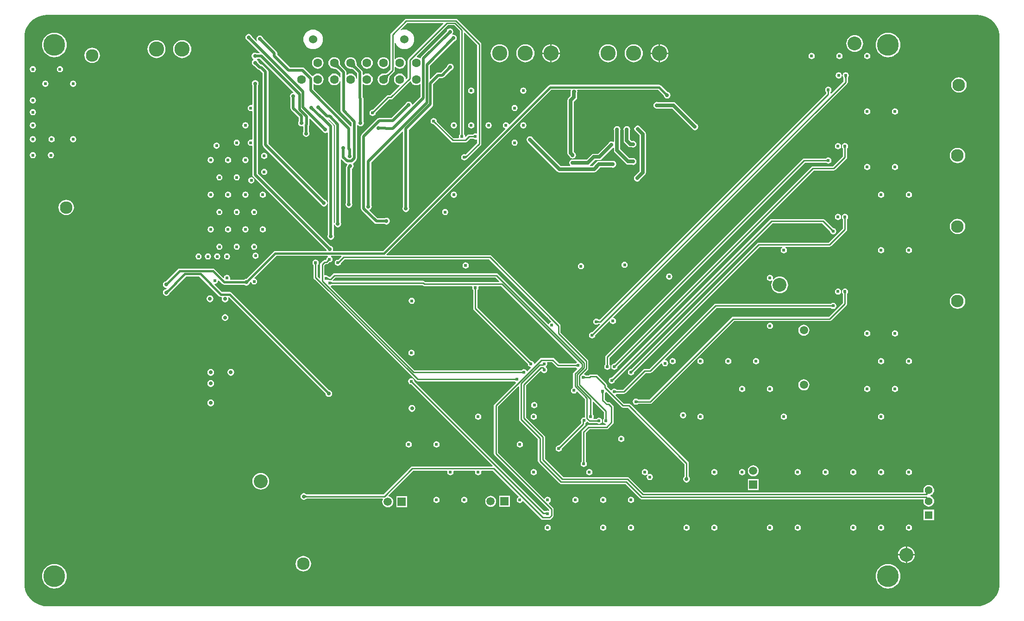
<source format=gbl>
G04*
G04 #@! TF.GenerationSoftware,Altium Limited,Altium Designer,22.0.2 (36)*
G04*
G04 Layer_Physical_Order=4*
G04 Layer_Color=16711680*
%FSLAX25Y25*%
%MOIN*%
G70*
G04*
G04 #@! TF.SameCoordinates,CB176EB8-9F99-4E04-9228-48705547AA3B*
G04*
G04*
G04 #@! TF.FilePolarity,Positive*
G04*
G01*
G75*
%ADD14C,0.01000*%
%ADD153C,0.02400*%
%ADD154C,0.02000*%
%ADD155C,0.01500*%
%ADD156C,0.02500*%
%ADD162C,0.09055*%
%ADD163C,0.10925*%
%ADD164C,0.05622*%
%ADD165C,0.12898*%
%ADD166C,0.10000*%
%ADD167C,0.06319*%
%ADD168C,0.06004*%
%ADD169C,0.05906*%
%ADD170R,0.05622X0.05622*%
%ADD171C,0.15630*%
%ADD172R,0.05906X0.05906*%
%ADD173R,0.05906X0.05906*%
%ADD174C,0.02800*%
%ADD175C,0.02000*%
G36*
X666105Y404554D02*
X668197Y404138D01*
X670217Y403452D01*
X672130Y402509D01*
X673904Y401324D01*
X675508Y399917D01*
X676914Y398313D01*
X678099Y396540D01*
X679043Y394626D01*
X679729Y392607D01*
X680145Y390514D01*
X680279Y388457D01*
X680270Y388386D01*
X680270Y-5307D01*
X680270Y-5307D01*
X680279Y-5378D01*
X680145Y-7436D01*
X679729Y-9528D01*
X679043Y-11548D01*
X678099Y-13461D01*
X676914Y-15235D01*
X675508Y-16838D01*
X673904Y-18245D01*
X672130Y-19430D01*
X670217Y-20373D01*
X668197Y-21059D01*
X666105Y-21475D01*
X664047Y-21610D01*
X663976Y-21601D01*
X663917Y-21609D01*
X-5247Y-21609D01*
X-5307Y-21601D01*
X-5378Y-21610D01*
X-7436Y-21475D01*
X-9528Y-21059D01*
X-11548Y-20373D01*
X-13461Y-19430D01*
X-15235Y-18245D01*
X-16838Y-16838D01*
X-18245Y-15235D01*
X-19430Y-13461D01*
X-20373Y-11548D01*
X-21059Y-9528D01*
X-21475Y-7436D01*
X-21583Y-5799D01*
X-21601Y-5307D01*
X-21609Y-5247D01*
X-21609Y-4807D01*
X-21609Y388326D01*
X-21601Y388386D01*
X-21610Y388457D01*
X-21475Y390514D01*
X-21059Y392607D01*
X-20373Y394626D01*
X-19430Y396540D01*
X-18245Y398313D01*
X-16838Y399917D01*
X-15235Y401324D01*
X-13461Y402509D01*
X-11548Y403452D01*
X-9528Y404138D01*
X-7436Y404554D01*
X-5378Y404689D01*
X-5307Y404680D01*
X663976Y404680D01*
X664047Y404689D01*
X666105Y404554D01*
D02*
G37*
%LPC*%
G36*
X186221Y394046D02*
X184847Y393911D01*
X183527Y393510D01*
X182310Y392860D01*
X181244Y391984D01*
X180369Y390918D01*
X179718Y389701D01*
X179318Y388381D01*
X179183Y387008D01*
X179318Y385635D01*
X179718Y384315D01*
X180369Y383098D01*
X181244Y382031D01*
X182310Y381156D01*
X183527Y380506D01*
X184847Y380105D01*
X186221Y379970D01*
X187593Y380105D01*
X188914Y380506D01*
X190130Y381156D01*
X191197Y382031D01*
X192072Y383098D01*
X192723Y384315D01*
X193123Y385635D01*
X193258Y387008D01*
X193123Y388381D01*
X192723Y389701D01*
X192072Y390918D01*
X191197Y391984D01*
X190130Y392860D01*
X188914Y393510D01*
X187593Y393911D01*
X186221Y394046D01*
D02*
G37*
G36*
X576000Y390029D02*
X574824Y389913D01*
X573693Y389570D01*
X572650Y389013D01*
X571737Y388263D01*
X570987Y387350D01*
X570430Y386307D01*
X570087Y385176D01*
X569971Y384000D01*
X570087Y382824D01*
X570430Y381693D01*
X570987Y380650D01*
X571737Y379737D01*
X572650Y378987D01*
X573693Y378430D01*
X574824Y378087D01*
X576000Y377971D01*
X577176Y378087D01*
X578307Y378430D01*
X579350Y378987D01*
X580263Y379737D01*
X581013Y380650D01*
X581570Y381693D01*
X581913Y382824D01*
X582029Y384000D01*
X581913Y385176D01*
X581570Y386307D01*
X581013Y387350D01*
X580263Y388263D01*
X579350Y389013D01*
X578307Y389570D01*
X577176Y389913D01*
X576000Y390029D01*
D02*
G37*
G36*
X435996Y383445D02*
Y377500D01*
X441940D01*
X441865Y378267D01*
X441495Y379485D01*
X440895Y380608D01*
X440088Y381592D01*
X439104Y382400D01*
X437981Y382999D01*
X436763Y383369D01*
X435996Y383445D01*
D02*
G37*
G36*
X358004D02*
Y377500D01*
X363949D01*
X363873Y378267D01*
X363504Y379485D01*
X362903Y380608D01*
X362096Y381592D01*
X361112Y382400D01*
X359989Y382999D01*
X358771Y383369D01*
X358004Y383445D01*
D02*
G37*
G36*
X434996Y383445D02*
X434229Y383369D01*
X433011Y382999D01*
X431888Y382400D01*
X430904Y381592D01*
X430096Y380608D01*
X429496Y379485D01*
X429127Y378267D01*
X429051Y377500D01*
X434996D01*
Y383445D01*
D02*
G37*
G36*
X357004D02*
X356237Y383369D01*
X355019Y382999D01*
X353896Y382400D01*
X352912Y381592D01*
X352104Y380608D01*
X351504Y379485D01*
X351135Y378267D01*
X351059Y377500D01*
X357004D01*
Y383445D01*
D02*
G37*
G36*
X139800Y390947D02*
X138864Y390761D01*
X138070Y390230D01*
X137539Y389436D01*
X137353Y388500D01*
X137539Y387564D01*
X138070Y386770D01*
X138864Y386239D01*
X139255Y386161D01*
X147915Y377501D01*
X147724Y377039D01*
X145668D01*
X145336Y377261D01*
X144400Y377447D01*
X143464Y377261D01*
X142670Y376730D01*
X142139Y375936D01*
X141953Y375000D01*
X142139Y374064D01*
X142670Y373270D01*
X143271Y372868D01*
X143315Y372318D01*
X143305Y372290D01*
X142769Y371931D01*
X142238Y371137D01*
X142052Y370201D01*
X142238Y369265D01*
X142769Y368471D01*
X143562Y367940D01*
X143954Y367863D01*
X146375Y365441D01*
X147037Y364999D01*
X147817Y364844D01*
X147973D01*
X149961Y362856D01*
Y311000D01*
X150116Y310220D01*
X150558Y309558D01*
X191661Y268455D01*
X191739Y268064D01*
X192270Y267270D01*
X193064Y266739D01*
X194000Y266553D01*
X194936Y266739D01*
X195730Y267270D01*
X196261Y268064D01*
X196447Y269000D01*
X196261Y269936D01*
X195730Y270730D01*
X194936Y271261D01*
X194545Y271339D01*
X154039Y311845D01*
Y363701D01*
X153884Y364481D01*
X153442Y365143D01*
X150260Y368325D01*
X149598Y368767D01*
X148818Y368922D01*
X148662D01*
X146837Y370746D01*
X146760Y371137D01*
X146229Y371931D01*
X145942Y372123D01*
X145871Y372756D01*
X146063Y372961D01*
X147964D01*
X171839Y349086D01*
X171674Y348543D01*
X171064Y348422D01*
X170270Y347891D01*
X169739Y347098D01*
X169553Y346161D01*
X169739Y345225D01*
X169961Y344893D01*
Y337464D01*
X170116Y336684D01*
X170558Y336022D01*
X175761Y330820D01*
Y327968D01*
X175539Y327636D01*
X175353Y326700D01*
X175539Y325764D01*
X176070Y324970D01*
X176864Y324439D01*
X177800Y324253D01*
X178661Y324424D01*
X179161Y324205D01*
Y320468D01*
X178939Y320136D01*
X178753Y319200D01*
X178939Y318264D01*
X179470Y317470D01*
X180264Y316939D01*
X181200Y316753D01*
X182136Y316939D01*
X182930Y317470D01*
X183461Y318264D01*
X183647Y319200D01*
X183461Y320136D01*
X183239Y320468D01*
Y324652D01*
X183356Y324828D01*
X183512Y325608D01*
Y329951D01*
X183974Y330143D01*
X192661Y321455D01*
X192739Y321064D01*
X193270Y320270D01*
X194064Y319739D01*
X195000Y319553D01*
X195936Y319739D01*
X196461Y320090D01*
X196961Y319822D01*
Y246268D01*
X196739Y245936D01*
X196553Y245000D01*
X196739Y244064D01*
X197270Y243270D01*
X198064Y242739D01*
X199000Y242553D01*
X199936Y242739D01*
X200730Y243270D01*
X201261Y244064D01*
X201447Y245000D01*
X201261Y245936D01*
X201039Y246268D01*
Y324273D01*
X200884Y325053D01*
X200442Y325715D01*
X200442Y325715D01*
X197167Y328990D01*
X197331Y329533D01*
X197427Y329552D01*
X201961Y325017D01*
Y255268D01*
X201739Y254936D01*
X201553Y254000D01*
X201739Y253064D01*
X202270Y252270D01*
X203064Y251739D01*
X204000Y251553D01*
X204936Y251739D01*
X205730Y252270D01*
X206261Y253064D01*
X206447Y254000D01*
X206261Y254936D01*
X206039Y255268D01*
Y300626D01*
X206539Y300778D01*
X206558Y300750D01*
X209501Y297807D01*
X210162Y297365D01*
X210483Y297301D01*
X210739Y296786D01*
X210608Y296124D01*
X210558Y296075D01*
X210116Y295413D01*
X209961Y294633D01*
Y269268D01*
X209739Y268936D01*
X209553Y268000D01*
X209739Y267064D01*
X210270Y266270D01*
X211064Y265739D01*
X212000Y265553D01*
X212936Y265739D01*
X213730Y266270D01*
X214261Y267064D01*
X214447Y268000D01*
X214261Y268936D01*
X214039Y269268D01*
Y293657D01*
X214730Y294119D01*
X215261Y294913D01*
X215447Y295849D01*
X215261Y296786D01*
X214770Y297519D01*
X215201Y297807D01*
X217193Y299799D01*
X217635Y300461D01*
X217790Y301241D01*
Y325244D01*
X218290Y325396D01*
X218584Y324955D01*
X219378Y324424D01*
X220315Y324238D01*
X221251Y324424D01*
X222045Y324955D01*
X222575Y325749D01*
X222762Y326685D01*
X222575Y327622D01*
X222354Y327953D01*
Y344304D01*
X222199Y345084D01*
X221880Y345561D01*
Y354710D01*
X222380Y354957D01*
X222902Y354556D01*
X223914Y354137D01*
X225000Y353994D01*
X226086Y354137D01*
X227098Y354556D01*
X227967Y355222D01*
X228633Y356091D01*
X229052Y357103D01*
X229195Y358189D01*
X229052Y359275D01*
X228633Y360287D01*
X227967Y361156D01*
X227098Y361822D01*
X226086Y362241D01*
X225000Y362384D01*
X223914Y362241D01*
X222902Y361822D01*
X222380Y361421D01*
X221880Y361668D01*
Y363348D01*
X221725Y364129D01*
X221283Y364790D01*
X217893Y368180D01*
X217822Y368272D01*
X217717Y368435D01*
X217626Y368609D01*
X217548Y368795D01*
X217484Y368994D01*
X217433Y369209D01*
X217396Y369441D01*
X217374Y369691D01*
X217370Y369889D01*
X217384Y370000D01*
X217241Y371086D01*
X216822Y372098D01*
X216156Y372967D01*
X215287Y373633D01*
X214275Y374052D01*
X213189Y374195D01*
X212103Y374052D01*
X211091Y373633D01*
X210222Y372967D01*
X209556Y372098D01*
X209137Y371086D01*
X208994Y370000D01*
X209137Y368914D01*
X209556Y367902D01*
X210222Y367033D01*
X211091Y366367D01*
X212103Y365948D01*
X213189Y365805D01*
X213300Y365819D01*
X213498Y365815D01*
X213748Y365793D01*
X213980Y365756D01*
X214195Y365705D01*
X214394Y365640D01*
X214580Y365563D01*
X214754Y365472D01*
X214917Y365367D01*
X215009Y365296D01*
X217801Y362504D01*
Y358852D01*
X217301Y358819D01*
X217241Y359275D01*
X216822Y360287D01*
X216156Y361156D01*
X215287Y361822D01*
X214275Y362241D01*
X213189Y362384D01*
X212103Y362241D01*
X211091Y361822D01*
X210569Y361421D01*
X210069Y361668D01*
Y363348D01*
X209913Y364129D01*
X209472Y364790D01*
X209471Y364790D01*
X206082Y368180D01*
X206011Y368272D01*
X205906Y368435D01*
X205815Y368609D01*
X205737Y368795D01*
X205673Y368994D01*
X205622Y369209D01*
X205585Y369441D01*
X205563Y369691D01*
X205559Y369889D01*
X205573Y370000D01*
X205430Y371086D01*
X205011Y372098D01*
X204345Y372967D01*
X203476Y373633D01*
X202464Y374052D01*
X201378Y374195D01*
X200292Y374052D01*
X199280Y373633D01*
X198411Y372967D01*
X197745Y372098D01*
X197326Y371086D01*
X197183Y370000D01*
X197326Y368914D01*
X197745Y367902D01*
X198411Y367033D01*
X199280Y366367D01*
X200292Y365948D01*
X201378Y365805D01*
X201489Y365819D01*
X201687Y365815D01*
X201937Y365793D01*
X202168Y365756D01*
X202384Y365705D01*
X202583Y365640D01*
X202769Y365563D01*
X202943Y365472D01*
X203106Y365367D01*
X203198Y365296D01*
X205990Y362504D01*
Y358852D01*
X205490Y358819D01*
X205430Y359275D01*
X205011Y360287D01*
X204345Y361156D01*
X203476Y361822D01*
X202464Y362241D01*
X201378Y362384D01*
X200292Y362241D01*
X199280Y361822D01*
X198411Y361156D01*
X197745Y360287D01*
X197326Y359275D01*
X197183Y358189D01*
X197326Y357103D01*
X197745Y356091D01*
X198411Y355222D01*
X199280Y354556D01*
X200292Y354137D01*
X201378Y353994D01*
X202464Y354137D01*
X203476Y354556D01*
X204345Y355222D01*
X205011Y356091D01*
X205430Y357103D01*
X205490Y357559D01*
X205990Y357526D01*
Y335571D01*
X206146Y334791D01*
X206588Y334129D01*
X213712Y327005D01*
Y324550D01*
X213212Y324342D01*
X186447Y351108D01*
Y354710D01*
X186947Y354957D01*
X187469Y354556D01*
X188481Y354137D01*
X189567Y353994D01*
X190653Y354137D01*
X191665Y354556D01*
X192534Y355222D01*
X193200Y356091D01*
X193619Y357103D01*
X193762Y358189D01*
X193619Y359275D01*
X193200Y360287D01*
X192534Y361156D01*
X191665Y361822D01*
X190653Y362241D01*
X189567Y362384D01*
X188481Y362241D01*
X187469Y361822D01*
X186600Y361156D01*
X186199Y360633D01*
X185536Y360589D01*
X179843Y366283D01*
X179181Y366724D01*
X178401Y366880D01*
X169404D01*
X160345Y375938D01*
Y377028D01*
X160190Y377809D01*
X159748Y378470D01*
X150239Y387980D01*
X150161Y388371D01*
X149630Y389165D01*
X148836Y389695D01*
X147900Y389882D01*
X146964Y389695D01*
X146170Y389165D01*
X145639Y388371D01*
X145453Y387435D01*
X145639Y386498D01*
X145889Y386125D01*
X145811Y385881D01*
X145615Y385635D01*
X145547Y385637D01*
X142139Y389045D01*
X142061Y389436D01*
X141530Y390230D01*
X140736Y390761D01*
X139800Y390947D01*
D02*
G37*
G36*
X600000Y391858D02*
X598272Y391687D01*
X596610Y391183D01*
X595079Y390365D01*
X593737Y389263D01*
X592635Y387921D01*
X591817Y386390D01*
X591313Y384728D01*
X591142Y383000D01*
X591313Y381272D01*
X591817Y379610D01*
X592635Y378079D01*
X593737Y376737D01*
X595079Y375635D01*
X596610Y374817D01*
X598272Y374313D01*
X600000Y374142D01*
X601728Y374313D01*
X603390Y374817D01*
X604921Y375635D01*
X606263Y376737D01*
X607365Y378079D01*
X608183Y379610D01*
X608687Y381272D01*
X608858Y383000D01*
X608687Y384728D01*
X608183Y386390D01*
X607365Y387921D01*
X606263Y389263D01*
X604921Y390365D01*
X603390Y391183D01*
X601728Y391687D01*
X600000Y391858D01*
D02*
G37*
G36*
X0D02*
X-1728Y391687D01*
X-3390Y391183D01*
X-4921Y390365D01*
X-6263Y389263D01*
X-7365Y387921D01*
X-8183Y386390D01*
X-8687Y384728D01*
X-8858Y383000D01*
X-8687Y381272D01*
X-8183Y379610D01*
X-7365Y378079D01*
X-6263Y376737D01*
X-4921Y375635D01*
X-3390Y374817D01*
X-1728Y374313D01*
X0Y374142D01*
X1728Y374313D01*
X3390Y374817D01*
X4921Y375635D01*
X6263Y376737D01*
X7365Y378079D01*
X8183Y379610D01*
X8687Y381272D01*
X8858Y383000D01*
X8687Y384728D01*
X8183Y386390D01*
X7365Y387921D01*
X6263Y389263D01*
X4921Y390365D01*
X3390Y391183D01*
X1728Y391687D01*
X0Y391858D01*
D02*
G37*
G36*
X91996Y386494D02*
X90729Y386369D01*
X89511Y385999D01*
X88388Y385400D01*
X87404Y384592D01*
X86597Y383608D01*
X85997Y382485D01*
X85627Y381267D01*
X85502Y380000D01*
X85627Y378733D01*
X85997Y377515D01*
X86597Y376392D01*
X87404Y375408D01*
X88388Y374601D01*
X89511Y374001D01*
X90729Y373631D01*
X91996Y373506D01*
X93263Y373631D01*
X94481Y374001D01*
X95604Y374601D01*
X96588Y375408D01*
X97395Y376392D01*
X97996Y377515D01*
X98365Y378733D01*
X98490Y380000D01*
X98365Y381267D01*
X97996Y382485D01*
X97395Y383608D01*
X96588Y384592D01*
X95604Y385400D01*
X94481Y385999D01*
X93263Y386369D01*
X91996Y386494D01*
D02*
G37*
G36*
X73492D02*
X72225Y386369D01*
X71007Y385999D01*
X69884Y385400D01*
X68900Y384592D01*
X68093Y383608D01*
X67493Y382485D01*
X67123Y381267D01*
X66998Y380000D01*
X67123Y378733D01*
X67493Y377515D01*
X68093Y376392D01*
X68900Y375408D01*
X69884Y374601D01*
X71007Y374001D01*
X72225Y373631D01*
X73492Y373506D01*
X74759Y373631D01*
X75977Y374001D01*
X77100Y374601D01*
X78084Y375408D01*
X78892Y376392D01*
X79492Y377515D01*
X79861Y378733D01*
X79986Y380000D01*
X79861Y381267D01*
X79492Y382485D01*
X78892Y383608D01*
X78084Y384592D01*
X77100Y385400D01*
X75977Y385999D01*
X74759Y386369D01*
X73492Y386494D01*
D02*
G37*
G36*
X585000Y377243D02*
X584142Y377072D01*
X583414Y376586D01*
X582928Y375858D01*
X582757Y375000D01*
X582928Y374142D01*
X583414Y373414D01*
X584142Y372928D01*
X585000Y372757D01*
X585858Y372928D01*
X586586Y373414D01*
X587072Y374142D01*
X587243Y375000D01*
X587072Y375858D01*
X586586Y376586D01*
X585858Y377072D01*
X585000Y377243D01*
D02*
G37*
G36*
X565000D02*
X564142Y377072D01*
X563414Y376586D01*
X562928Y375858D01*
X562757Y375000D01*
X562928Y374142D01*
X563414Y373414D01*
X564142Y372928D01*
X565000Y372757D01*
X565858Y372928D01*
X566586Y373414D01*
X567072Y374142D01*
X567243Y375000D01*
X567072Y375858D01*
X566586Y376586D01*
X565858Y377072D01*
X565000Y377243D01*
D02*
G37*
G36*
X545000D02*
X544142Y377072D01*
X543414Y376586D01*
X542928Y375858D01*
X542757Y375000D01*
X542928Y374142D01*
X543414Y373414D01*
X544142Y372928D01*
X545000Y372757D01*
X545858Y372928D01*
X546586Y373414D01*
X547072Y374142D01*
X547243Y375000D01*
X547072Y375858D01*
X546586Y376586D01*
X545858Y377072D01*
X545000Y377243D01*
D02*
G37*
G36*
X434996Y376500D02*
X429051D01*
X429127Y375733D01*
X429496Y374515D01*
X430096Y373392D01*
X430904Y372408D01*
X431888Y371601D01*
X433011Y371001D01*
X434229Y370631D01*
X434996Y370555D01*
Y376500D01*
D02*
G37*
G36*
X357004D02*
X351059D01*
X351135Y375733D01*
X351504Y374515D01*
X352104Y373392D01*
X352912Y372408D01*
X353896Y371601D01*
X355019Y371001D01*
X356237Y370631D01*
X357004Y370555D01*
Y376500D01*
D02*
G37*
G36*
X441940D02*
X435996D01*
Y370555D01*
X436763Y370631D01*
X437981Y371001D01*
X439104Y371601D01*
X440088Y372408D01*
X440895Y373392D01*
X441495Y374515D01*
X441865Y375733D01*
X441940Y376500D01*
D02*
G37*
G36*
X363949D02*
X358004D01*
Y370555D01*
X358771Y370631D01*
X359989Y371001D01*
X361112Y371601D01*
X362096Y372408D01*
X362903Y373392D01*
X363504Y374515D01*
X363873Y375733D01*
X363949Y376500D01*
D02*
G37*
G36*
X416992Y383494D02*
X415725Y383369D01*
X414507Y382999D01*
X413384Y382400D01*
X412400Y381592D01*
X411592Y380608D01*
X410992Y379485D01*
X410623Y378267D01*
X410498Y377000D01*
X410623Y375733D01*
X410992Y374515D01*
X411592Y373392D01*
X412400Y372408D01*
X413384Y371601D01*
X414507Y371001D01*
X415725Y370631D01*
X416992Y370506D01*
X418259Y370631D01*
X419477Y371001D01*
X420600Y371601D01*
X421584Y372408D01*
X422391Y373392D01*
X422992Y374515D01*
X423361Y375733D01*
X423486Y377000D01*
X423361Y378267D01*
X422992Y379485D01*
X422391Y380608D01*
X421584Y381592D01*
X420600Y382400D01*
X419477Y382999D01*
X418259Y383369D01*
X416992Y383494D01*
D02*
G37*
G36*
X398488D02*
X397221Y383369D01*
X396003Y382999D01*
X394880Y382400D01*
X393896Y381592D01*
X393089Y380608D01*
X392488Y379485D01*
X392119Y378267D01*
X391994Y377000D01*
X392119Y375733D01*
X392488Y374515D01*
X393089Y373392D01*
X393896Y372408D01*
X394880Y371601D01*
X396003Y371001D01*
X397221Y370631D01*
X398488Y370506D01*
X399755Y370631D01*
X400973Y371001D01*
X402096Y371601D01*
X403080Y372408D01*
X403887Y373392D01*
X404488Y374515D01*
X404857Y375733D01*
X404982Y377000D01*
X404857Y378267D01*
X404488Y379485D01*
X403887Y380608D01*
X403080Y381592D01*
X402096Y382400D01*
X400973Y382999D01*
X399755Y383369D01*
X398488Y383494D01*
D02*
G37*
G36*
X339000D02*
X337733Y383369D01*
X336515Y382999D01*
X335392Y382400D01*
X334408Y381592D01*
X333600Y380608D01*
X333000Y379485D01*
X332631Y378267D01*
X332506Y377000D01*
X332631Y375733D01*
X333000Y374515D01*
X333600Y373392D01*
X334408Y372408D01*
X335392Y371601D01*
X336515Y371001D01*
X337733Y370631D01*
X339000Y370506D01*
X340267Y370631D01*
X341485Y371001D01*
X342608Y371601D01*
X343592Y372408D01*
X344399Y373392D01*
X345000Y374515D01*
X345369Y375733D01*
X345494Y377000D01*
X345369Y378267D01*
X345000Y379485D01*
X344399Y380608D01*
X343592Y381592D01*
X342608Y382400D01*
X341485Y382999D01*
X340267Y383369D01*
X339000Y383494D01*
D02*
G37*
G36*
X320496D02*
X319229Y383369D01*
X318011Y382999D01*
X316888Y382400D01*
X315904Y381592D01*
X315097Y380608D01*
X314496Y379485D01*
X314127Y378267D01*
X314002Y377000D01*
X314127Y375733D01*
X314496Y374515D01*
X315097Y373392D01*
X315904Y372408D01*
X316888Y371601D01*
X318011Y371001D01*
X319229Y370631D01*
X320496Y370506D01*
X321763Y370631D01*
X322981Y371001D01*
X324104Y371601D01*
X325088Y372408D01*
X325896Y373392D01*
X326496Y374515D01*
X326865Y375733D01*
X326990Y377000D01*
X326865Y378267D01*
X326496Y379485D01*
X325896Y380608D01*
X325088Y381592D01*
X324104Y382400D01*
X322981Y382999D01*
X321763Y383369D01*
X320496Y383494D01*
D02*
G37*
G36*
X27158Y381075D02*
X25714Y380885D01*
X24370Y380328D01*
X23215Y379442D01*
X22329Y378288D01*
X21772Y376943D01*
X21582Y375500D01*
X21772Y374057D01*
X22329Y372712D01*
X23215Y371558D01*
X24370Y370672D01*
X25714Y370115D01*
X27158Y369925D01*
X28600Y370115D01*
X29945Y370672D01*
X31100Y371558D01*
X31986Y372712D01*
X32543Y374057D01*
X32733Y375500D01*
X32543Y376943D01*
X31986Y378288D01*
X31100Y379442D01*
X29945Y380328D01*
X28600Y380885D01*
X27158Y381075D01*
D02*
G37*
G36*
X236811Y374195D02*
X235725Y374052D01*
X234713Y373633D01*
X233844Y372967D01*
X233178Y372098D01*
X232759Y371086D01*
X232616Y370000D01*
X232759Y368914D01*
X233178Y367902D01*
X233844Y367033D01*
X234713Y366367D01*
X235725Y365948D01*
X236811Y365805D01*
X237897Y365948D01*
X238909Y366367D01*
X239778Y367033D01*
X240444Y367902D01*
X240863Y368914D01*
X241006Y370000D01*
X240863Y371086D01*
X240444Y372098D01*
X239778Y372967D01*
X238909Y373633D01*
X237897Y374052D01*
X236811Y374195D01*
D02*
G37*
G36*
X225000D02*
X223914Y374052D01*
X222902Y373633D01*
X222033Y372967D01*
X221367Y372098D01*
X220948Y371086D01*
X220805Y370000D01*
X220948Y368914D01*
X221367Y367902D01*
X222033Y367033D01*
X222902Y366367D01*
X223914Y365948D01*
X225000Y365805D01*
X226086Y365948D01*
X227098Y366367D01*
X227967Y367033D01*
X228633Y367902D01*
X229052Y368914D01*
X229195Y370000D01*
X229052Y371086D01*
X228633Y372098D01*
X227967Y372967D01*
X227098Y373633D01*
X226086Y374052D01*
X225000Y374195D01*
D02*
G37*
G36*
X189567D02*
X188481Y374052D01*
X187469Y373633D01*
X186600Y372967D01*
X185934Y372098D01*
X185514Y371086D01*
X185372Y370000D01*
X185514Y368914D01*
X185934Y367902D01*
X186600Y367033D01*
X187469Y366367D01*
X188481Y365948D01*
X189567Y365805D01*
X190653Y365948D01*
X191665Y366367D01*
X192534Y367033D01*
X193200Y367902D01*
X193619Y368914D01*
X193762Y370000D01*
X193619Y371086D01*
X193200Y372098D01*
X192534Y372967D01*
X191665Y373633D01*
X190653Y374052D01*
X189567Y374195D01*
D02*
G37*
G36*
X4000Y367743D02*
X3142Y367572D01*
X2414Y367086D01*
X1928Y366358D01*
X1757Y365500D01*
X1928Y364642D01*
X2414Y363914D01*
X3142Y363428D01*
X4000Y363257D01*
X4858Y363428D01*
X5586Y363914D01*
X6072Y364642D01*
X6243Y365500D01*
X6072Y366358D01*
X5586Y367086D01*
X4858Y367572D01*
X4000Y367743D01*
D02*
G37*
G36*
X-15500D02*
X-16358Y367572D01*
X-17086Y367086D01*
X-17572Y366358D01*
X-17743Y365500D01*
X-17572Y364642D01*
X-17086Y363914D01*
X-16358Y363428D01*
X-15500Y363257D01*
X-14642Y363428D01*
X-13914Y363914D01*
X-13428Y364642D01*
X-13257Y365500D01*
X-13428Y366358D01*
X-13914Y367086D01*
X-14642Y367572D01*
X-15500Y367743D01*
D02*
G37*
G36*
X564500Y363243D02*
X563642Y363072D01*
X562914Y362586D01*
X562428Y361858D01*
X562257Y361000D01*
X562428Y360142D01*
X562914Y359414D01*
X563642Y358928D01*
X564500Y358757D01*
X565358Y358928D01*
X566086Y359414D01*
X566572Y360142D01*
X566743Y361000D01*
X566572Y361858D01*
X566086Y362586D01*
X565358Y363072D01*
X564500Y363243D01*
D02*
G37*
G36*
X13500Y357243D02*
X12642Y357072D01*
X11914Y356586D01*
X11428Y355858D01*
X11257Y355000D01*
X11428Y354142D01*
X11914Y353414D01*
X12642Y352928D01*
X13500Y352757D01*
X14358Y352928D01*
X15086Y353414D01*
X15572Y354142D01*
X15743Y355000D01*
X15572Y355858D01*
X15086Y356586D01*
X14358Y357072D01*
X13500Y357243D01*
D02*
G37*
G36*
X-6500D02*
X-7358Y357072D01*
X-8086Y356586D01*
X-8572Y355858D01*
X-8743Y355000D01*
X-8572Y354142D01*
X-8086Y353414D01*
X-7358Y352928D01*
X-6500Y352757D01*
X-5642Y352928D01*
X-4914Y353414D01*
X-4428Y354142D01*
X-4257Y355000D01*
X-4428Y355858D01*
X-4914Y356586D01*
X-5642Y357072D01*
X-6500Y357243D01*
D02*
G37*
G36*
X651000Y359733D02*
X649557Y359543D01*
X648212Y358986D01*
X647058Y358100D01*
X646172Y356945D01*
X645615Y355601D01*
X645425Y354157D01*
X645615Y352714D01*
X646172Y351370D01*
X647058Y350215D01*
X648212Y349329D01*
X649557Y348772D01*
X651000Y348582D01*
X652443Y348772D01*
X653788Y349329D01*
X654942Y350215D01*
X655828Y351370D01*
X656385Y352714D01*
X656575Y354157D01*
X656385Y355601D01*
X655828Y356945D01*
X654942Y358100D01*
X653788Y358986D01*
X652443Y359543D01*
X651000Y359733D01*
D02*
G37*
G36*
X569500Y363243D02*
X568642Y363072D01*
X567914Y362586D01*
X567428Y361858D01*
X567257Y361000D01*
X567428Y360142D01*
X567914Y359414D01*
X567957Y359385D01*
X567961Y359374D01*
X567967Y359344D01*
X567971Y359323D01*
Y356790D01*
X559029Y347849D01*
X558529Y348056D01*
Y348984D01*
X558533Y349005D01*
X558539Y349035D01*
X558543Y349046D01*
X558586Y349075D01*
X559072Y349803D01*
X559243Y350661D01*
X559072Y351520D01*
X558586Y352248D01*
X557858Y352734D01*
X557000Y352905D01*
X556142Y352734D01*
X555414Y352248D01*
X554928Y351520D01*
X554757Y350661D01*
X554928Y349803D01*
X555414Y349075D01*
X555457Y349046D01*
X555461Y349035D01*
X555467Y349005D01*
X555471Y348984D01*
Y348133D01*
X392367Y185029D01*
X391677D01*
X391656Y185033D01*
X391626Y185039D01*
X391615Y185043D01*
X391586Y185086D01*
X390858Y185572D01*
X390000Y185743D01*
X389142Y185572D01*
X388414Y185086D01*
X387928Y184358D01*
X387757Y183500D01*
X387928Y182642D01*
X388414Y181914D01*
X389142Y181428D01*
X390000Y181257D01*
X390858Y181428D01*
X391586Y181914D01*
X391615Y181957D01*
X391626Y181960D01*
X391656Y181967D01*
X391677Y181971D01*
X392444D01*
X392651Y181471D01*
X387105Y175924D01*
X387087Y175912D01*
X387061Y175895D01*
X387051Y175890D01*
X387000Y175900D01*
X386142Y175729D01*
X385414Y175243D01*
X384928Y174515D01*
X384757Y173657D01*
X384928Y172799D01*
X385414Y172071D01*
X386142Y171584D01*
X387000Y171414D01*
X387858Y171584D01*
X388586Y172071D01*
X389072Y172799D01*
X389243Y173657D01*
X389233Y173708D01*
X389238Y173718D01*
X389255Y173744D01*
X389267Y173761D01*
X399290Y183784D01*
X399833Y183619D01*
X399928Y183142D01*
X400414Y182414D01*
X401142Y181928D01*
X402000Y181757D01*
X402858Y181928D01*
X403586Y182414D01*
X404072Y183142D01*
X404243Y184000D01*
X404072Y184858D01*
X403586Y185586D01*
X402858Y186072D01*
X402381Y186167D01*
X402216Y186710D01*
X570581Y355075D01*
X570913Y355572D01*
X571029Y356157D01*
Y359323D01*
X571033Y359344D01*
X571039Y359374D01*
X571043Y359385D01*
X571086Y359414D01*
X571572Y360142D01*
X571743Y361000D01*
X571572Y361858D01*
X571086Y362586D01*
X570358Y363072D01*
X569500Y363243D01*
D02*
G37*
G36*
X337500Y352243D02*
X336642Y352072D01*
X335914Y351586D01*
X335428Y350858D01*
X335257Y350000D01*
X335428Y349142D01*
X335914Y348414D01*
X336642Y347928D01*
X337500Y347757D01*
X338358Y347928D01*
X339086Y348414D01*
X339572Y349142D01*
X339743Y350000D01*
X339572Y350858D01*
X339086Y351586D01*
X338358Y352072D01*
X337500Y352243D01*
D02*
G37*
G36*
X144500Y357647D02*
X143564Y357461D01*
X142770Y356930D01*
X142239Y356136D01*
X142053Y355200D01*
X142239Y354264D01*
X142461Y353932D01*
Y339908D01*
X141961Y339593D01*
X141300Y339725D01*
X140442Y339554D01*
X139714Y339068D01*
X139228Y338340D01*
X139057Y337482D01*
X139228Y336623D01*
X139714Y335896D01*
X140442Y335409D01*
X141300Y335239D01*
X141961Y335370D01*
X142461Y335056D01*
Y314926D01*
X141961Y314612D01*
X141300Y314743D01*
X140442Y314572D01*
X139714Y314086D01*
X139228Y313358D01*
X139057Y312500D01*
X139228Y311642D01*
X139714Y310914D01*
X140442Y310428D01*
X141300Y310257D01*
X141961Y310388D01*
X142461Y310074D01*
Y289500D01*
X142616Y288720D01*
X143058Y288058D01*
X195811Y235305D01*
X195875Y234984D01*
X195734Y234623D01*
X195660Y234484D01*
X158952D01*
X158269Y234349D01*
X157690Y233962D01*
X138206Y214477D01*
X138190Y214463D01*
X138144Y214428D01*
X138138Y214424D01*
X137315Y214261D01*
X136621Y213797D01*
X136480Y213784D01*
X126641D01*
X126353Y214284D01*
X126495Y215000D01*
X126324Y215858D01*
X125838Y216586D01*
X125110Y217072D01*
X124252Y217243D01*
X123394Y217072D01*
X122666Y216586D01*
X122180Y215858D01*
X122051Y215212D01*
X121533Y215023D01*
X115294Y221262D01*
X114716Y221649D01*
X114033Y221784D01*
X90220D01*
X89538Y221649D01*
X88959Y221262D01*
X80454Y212757D01*
X80438Y212743D01*
X80392Y212707D01*
X80386Y212704D01*
X79564Y212540D01*
X78770Y212010D01*
X78239Y211216D01*
X78053Y210279D01*
X78239Y209343D01*
X78770Y208549D01*
X79564Y208019D01*
X80500Y207833D01*
X80561Y207845D01*
X80808Y207384D01*
X80454Y207030D01*
X80438Y207016D01*
X80392Y206981D01*
X80386Y206977D01*
X79564Y206814D01*
X78770Y206283D01*
X78239Y205489D01*
X78053Y204553D01*
X78239Y203617D01*
X78770Y202823D01*
X79564Y202292D01*
X80500Y202106D01*
X81436Y202292D01*
X82230Y202823D01*
X82761Y203617D01*
X82924Y204436D01*
X83015Y204544D01*
X94686Y216216D01*
X104279D01*
X118606Y201888D01*
X119185Y201501D01*
X119868Y201366D01*
X120301D01*
X120375Y201227D01*
X120517Y200866D01*
X120344Y200000D01*
X120531Y199064D01*
X121061Y198270D01*
X121855Y197739D01*
X122791Y197553D01*
X123728Y197739D01*
X124522Y198270D01*
X125052Y199064D01*
X125238Y200000D01*
X125066Y200866D01*
X125091Y200930D01*
X125667Y201054D01*
X125679Y201049D01*
X195023Y131706D01*
X195037Y131690D01*
X195072Y131644D01*
X195076Y131638D01*
X195239Y130815D01*
X195770Y130022D01*
X196564Y129491D01*
X197500Y129305D01*
X198436Y129491D01*
X199230Y130022D01*
X199761Y130815D01*
X199947Y131752D01*
X199761Y132688D01*
X199230Y133482D01*
X198436Y134013D01*
X197617Y134176D01*
X197508Y134267D01*
X127364Y204412D01*
X126785Y204799D01*
X126102Y204934D01*
X120607D01*
X115243Y210298D01*
X115489Y210759D01*
X115500Y210757D01*
X116358Y210928D01*
X117086Y211414D01*
X117572Y212142D01*
X117743Y213000D01*
X117728Y213074D01*
X118189Y213320D01*
X120771Y210738D01*
X121350Y210351D01*
X122033Y210216D01*
X122033Y210216D01*
X136533D01*
X136554Y210214D01*
X136611Y210207D01*
X136618Y210205D01*
X137315Y209739D01*
X138252Y209553D01*
X139188Y209739D01*
X139982Y210270D01*
X140513Y211064D01*
X140676Y211883D01*
X140767Y211992D01*
X141043Y212268D01*
X141586Y212103D01*
X141678Y211642D01*
X142164Y210914D01*
X142892Y210428D01*
X143750Y210257D01*
X144608Y210428D01*
X145336Y210914D01*
X145822Y211642D01*
X145993Y212500D01*
X145822Y213358D01*
X145336Y214086D01*
X144608Y214572D01*
X144147Y214664D01*
X143982Y215207D01*
X159691Y230916D01*
X196670D01*
X196821Y230416D01*
X196414Y230143D01*
X195928Y229416D01*
X195757Y228557D01*
X195767Y228506D01*
X195762Y228496D01*
X195745Y228470D01*
X195733Y228453D01*
X195288Y228008D01*
X194507D01*
X193922Y227891D01*
X193426Y227560D01*
X191615Y225749D01*
X191283Y225253D01*
X191167Y224667D01*
Y215084D01*
X190705Y214892D01*
X189529Y216068D01*
Y224323D01*
X189533Y224344D01*
X189540Y224374D01*
X189543Y224385D01*
X189586Y224414D01*
X190072Y225142D01*
X190243Y226000D01*
X190072Y226858D01*
X189586Y227586D01*
X188858Y228072D01*
X188000Y228243D01*
X187142Y228072D01*
X186414Y227586D01*
X185928Y226858D01*
X185757Y226000D01*
X185928Y225142D01*
X186414Y224414D01*
X186457Y224385D01*
X186460Y224374D01*
X186467Y224344D01*
X186471Y224323D01*
Y215435D01*
X186587Y214849D01*
X186919Y214353D01*
X260353Y140919D01*
X260849Y140587D01*
X261435Y140471D01*
X331323D01*
X331344Y140467D01*
X331374Y140461D01*
X331385Y140457D01*
X331414Y140414D01*
X331982Y140034D01*
X332117Y139462D01*
X316719Y124063D01*
X316387Y123567D01*
X316271Y122982D01*
Y88382D01*
X316387Y87796D01*
X316719Y87300D01*
X356137Y47882D01*
X356102Y47377D01*
X355671Y47110D01*
X355000Y47243D01*
X354142Y47072D01*
X354028Y46997D01*
X354023Y46994D01*
X354000Y46986D01*
X353980Y46980D01*
X353865Y46954D01*
X353836Y46949D01*
X353682Y46938D01*
X352524D01*
X259050Y140412D01*
X259037Y140429D01*
X259021Y140455D01*
X259015Y140466D01*
X259025Y140517D01*
X258855Y141375D01*
X258368Y142103D01*
X257641Y142589D01*
X256782Y142760D01*
X255924Y142589D01*
X255196Y142103D01*
X254710Y141375D01*
X254539Y140517D01*
X254710Y139658D01*
X255196Y138930D01*
X255924Y138444D01*
X256782Y138274D01*
X256833Y138284D01*
X256843Y138278D01*
X256870Y138262D01*
X256887Y138249D01*
X315445Y79691D01*
X315253Y79229D01*
X257669D01*
X257084Y79113D01*
X256588Y78781D01*
X236836Y59029D01*
X181531D01*
X181493Y59037D01*
X181453Y59048D01*
X181416Y59061D01*
X181380Y59078D01*
X181345Y59098D01*
X181308Y59124D01*
X181293Y59136D01*
X181230Y59230D01*
X180436Y59761D01*
X179500Y59947D01*
X178564Y59761D01*
X177770Y59230D01*
X177239Y58436D01*
X177053Y57500D01*
X177239Y56564D01*
X177770Y55770D01*
X178564Y55239D01*
X179500Y55053D01*
X180436Y55239D01*
X181230Y55770D01*
X181293Y55864D01*
X181308Y55876D01*
X181345Y55902D01*
X181380Y55922D01*
X181416Y55939D01*
X181453Y55952D01*
X181493Y55963D01*
X181531Y55971D01*
X236138D01*
X236427Y55471D01*
X236125Y54741D01*
X235989Y53709D01*
X236125Y52677D01*
X236523Y51716D01*
X237157Y50890D01*
X237982Y50256D01*
X238944Y49858D01*
X239976Y49722D01*
X241007Y49858D01*
X241969Y50256D01*
X242795Y50890D01*
X243428Y51716D01*
X243827Y52677D01*
X243963Y53709D01*
X243827Y54741D01*
X243428Y55702D01*
X242795Y56528D01*
X241969Y57162D01*
X241007Y57560D01*
X240470Y57631D01*
X240291Y58159D01*
X258303Y76171D01*
X282581D01*
X282890Y75671D01*
X282757Y75000D01*
X282928Y74142D01*
X283414Y73414D01*
X284142Y72928D01*
X285000Y72757D01*
X285858Y72928D01*
X286586Y73414D01*
X287072Y74142D01*
X287243Y75000D01*
X287110Y75671D01*
X287419Y76171D01*
X302581D01*
X302890Y75671D01*
X302757Y75000D01*
X302928Y74142D01*
X303414Y73414D01*
X304142Y72928D01*
X305000Y72757D01*
X305858Y72928D01*
X306586Y73414D01*
X307072Y74142D01*
X307243Y75000D01*
X307110Y75671D01*
X307419Y76171D01*
X315485D01*
X334117Y57538D01*
X333982Y56966D01*
X333414Y56586D01*
X332928Y55858D01*
X332757Y55000D01*
X332928Y54142D01*
X333414Y53414D01*
X334142Y52928D01*
X335000Y52757D01*
X335858Y52928D01*
X336586Y53414D01*
X336966Y53982D01*
X337539Y54117D01*
X350437Y41219D01*
X350933Y40887D01*
X351518Y40771D01*
X356118D01*
X356704Y40887D01*
X357200Y41219D01*
X358781Y42800D01*
X359113Y43296D01*
X359229Y43882D01*
Y48482D01*
X359113Y49067D01*
X358781Y49563D01*
X355883Y52461D01*
X356018Y53034D01*
X356586Y53414D01*
X357072Y54142D01*
X357243Y55000D01*
X357072Y55858D01*
X356586Y56586D01*
X355858Y57072D01*
X355000Y57243D01*
X354142Y57072D01*
X353414Y56586D01*
X353034Y56018D01*
X352462Y55883D01*
X319329Y89015D01*
Y122348D01*
X333923Y136942D01*
X334385Y136750D01*
Y113086D01*
X334501Y112501D01*
X334833Y112004D01*
X347971Y98866D01*
Y83172D01*
X348087Y82586D01*
X348419Y82090D01*
X363590Y66919D01*
X364086Y66587D01*
X364672Y66471D01*
X411038D01*
X421590Y55919D01*
X422086Y55587D01*
X422672Y55471D01*
X625342D01*
X625446Y55316D01*
X625606Y54971D01*
X625487Y54063D01*
X625618Y53068D01*
X626002Y52141D01*
X626613Y51345D01*
X627409Y50734D01*
X628336Y50350D01*
X629331Y50219D01*
X630326Y50350D01*
X631253Y50734D01*
X632049Y51345D01*
X632660Y52141D01*
X633044Y53068D01*
X633175Y54063D01*
X633044Y55058D01*
X632660Y55985D01*
X632049Y56781D01*
X631253Y57392D01*
X630412Y57740D01*
X630365Y58000D01*
X630412Y58260D01*
X631253Y58608D01*
X632049Y59219D01*
X632660Y60015D01*
X633044Y60942D01*
X633175Y61937D01*
X633044Y62932D01*
X632660Y63859D01*
X632049Y64655D01*
X631253Y65266D01*
X630326Y65650D01*
X629331Y65781D01*
X628336Y65650D01*
X627409Y65266D01*
X626613Y64655D01*
X626002Y63859D01*
X625618Y62932D01*
X625487Y61937D01*
X625606Y61029D01*
X625446Y60684D01*
X625342Y60529D01*
X424133D01*
X413581Y71081D01*
X413085Y71413D01*
X412500Y71529D01*
X366133D01*
X353029Y84633D01*
Y100328D01*
X352913Y100914D01*
X352581Y101410D01*
X339444Y114548D01*
Y137513D01*
X349949Y148018D01*
X350315Y147907D01*
X350460Y147822D01*
X350914Y147143D01*
X351642Y146657D01*
X352500Y146486D01*
X353358Y146657D01*
X354086Y147143D01*
X354572Y147871D01*
X354743Y148729D01*
X354572Y149588D01*
X354086Y150315D01*
X353607Y150635D01*
Y151223D01*
X354086Y151543D01*
X354572Y152271D01*
X354743Y153129D01*
X354610Y153800D01*
X354919Y154300D01*
X358037D01*
X361419Y150919D01*
X361915Y150587D01*
X362500Y150471D01*
X375323D01*
X375344Y150467D01*
X375374Y150461D01*
X375385Y150457D01*
X375414Y150414D01*
X375982Y150034D01*
X376117Y149461D01*
X373719Y147063D01*
X373387Y146567D01*
X373271Y145982D01*
Y136897D01*
X373335Y136572D01*
X373081Y136012D01*
X372353Y135526D01*
X371867Y134798D01*
X371696Y133939D01*
X371867Y133081D01*
X372353Y132353D01*
X373081Y131867D01*
X373939Y131696D01*
X374798Y131867D01*
X375525Y132353D01*
X375905Y132922D01*
X376478Y133056D01*
X381771Y127764D01*
Y114812D01*
X381384Y114495D01*
X381107Y114550D01*
X380248Y114379D01*
X379521Y113893D01*
X379034Y113165D01*
X378864Y112307D01*
X379034Y111448D01*
X379097Y111355D01*
X379102Y111338D01*
X379126Y111221D01*
X379130Y111187D01*
X379141Y111040D01*
Y110304D01*
X363105Y94267D01*
X363088Y94255D01*
X363061Y94238D01*
X363051Y94233D01*
X363000Y94243D01*
X362142Y94072D01*
X361414Y93586D01*
X360928Y92858D01*
X360757Y92000D01*
X360928Y91142D01*
X361414Y90414D01*
X362142Y89928D01*
X363000Y89757D01*
X363858Y89928D01*
X364586Y90414D01*
X365072Y91142D01*
X365243Y92000D01*
X365233Y92051D01*
X365238Y92061D01*
X365255Y92088D01*
X365267Y92105D01*
X381752Y108589D01*
X382083Y109085D01*
X382200Y109670D01*
Y110391D01*
X382693Y110721D01*
X383053Y111259D01*
X383637Y111382D01*
X384100Y110919D01*
X384596Y110587D01*
X385182Y110471D01*
X390323D01*
X390344Y110467D01*
X390374Y110460D01*
X390385Y110457D01*
X390414Y110414D01*
X391142Y109928D01*
X392000Y109757D01*
X392858Y109928D01*
X393586Y110414D01*
X394072Y111142D01*
X394243Y112000D01*
X394072Y112858D01*
X393586Y113586D01*
X392858Y114072D01*
X392000Y114243D01*
X391142Y114072D01*
X390414Y113586D01*
X390385Y113543D01*
X390374Y113540D01*
X390344Y113533D01*
X390323Y113529D01*
X388194D01*
X387958Y113970D01*
X388072Y114142D01*
X388243Y115000D01*
X388072Y115858D01*
X387586Y116586D01*
X387543Y116615D01*
X387540Y116626D01*
X387533Y116656D01*
X387529Y116677D01*
Y125613D01*
X387991Y125805D01*
X395471Y118325D01*
Y113677D01*
X395467Y113656D01*
X395461Y113626D01*
X395457Y113615D01*
X395414Y113586D01*
X394928Y112858D01*
X394757Y112000D01*
X394928Y111142D01*
X395414Y110414D01*
X396142Y109928D01*
X396790Y109799D01*
X397001Y109324D01*
X396775Y109029D01*
X384500D01*
X383915Y108913D01*
X383419Y108581D01*
X379919Y105081D01*
X379587Y104585D01*
X379471Y104000D01*
Y82677D01*
X379467Y82656D01*
X379461Y82626D01*
X379457Y82615D01*
X379414Y82586D01*
X378928Y81858D01*
X378757Y81000D01*
X378928Y80142D01*
X379414Y79414D01*
X380142Y78928D01*
X381000Y78757D01*
X381858Y78928D01*
X382586Y79414D01*
X383072Y80142D01*
X383243Y81000D01*
X383072Y81858D01*
X382586Y82586D01*
X382543Y82615D01*
X382540Y82626D01*
X382533Y82656D01*
X382529Y82677D01*
Y103366D01*
X385134Y105971D01*
X397500D01*
X398085Y106087D01*
X398581Y106419D01*
X402081Y109919D01*
X402413Y110415D01*
X402529Y111000D01*
Y122000D01*
X402413Y122585D01*
X402081Y123081D01*
X400081Y125081D01*
X399585Y125413D01*
X399000Y125529D01*
X397977D01*
X396097Y127410D01*
Y131562D01*
X396100Y131583D01*
X396107Y131613D01*
X396110Y131624D01*
X396153Y131653D01*
X396640Y132381D01*
X396702Y132693D01*
X397180Y132838D01*
X408100Y121919D01*
X408596Y121587D01*
X409182Y121471D01*
X412866D01*
X453471Y80866D01*
Y72031D01*
X453463Y71993D01*
X453452Y71953D01*
X453439Y71916D01*
X453422Y71880D01*
X453402Y71845D01*
X453376Y71808D01*
X453364Y71794D01*
X453270Y71730D01*
X452739Y70936D01*
X452553Y70000D01*
X452739Y69064D01*
X453270Y68270D01*
X454064Y67739D01*
X455000Y67553D01*
X455936Y67739D01*
X456730Y68270D01*
X457261Y69064D01*
X457447Y70000D01*
X457261Y70936D01*
X456730Y71730D01*
X456636Y71794D01*
X456624Y71808D01*
X456598Y71845D01*
X456578Y71880D01*
X456562Y71916D01*
X456548Y71953D01*
X456537Y71993D01*
X456529Y72031D01*
Y81500D01*
X456413Y82085D01*
X456081Y82581D01*
X414581Y124081D01*
X414085Y124413D01*
X413500Y124529D01*
X409815D01*
X403883Y130462D01*
X404018Y131034D01*
X404586Y131414D01*
X404615Y131457D01*
X404626Y131460D01*
X404656Y131467D01*
X404677Y131471D01*
X410000D01*
X410585Y131587D01*
X411081Y131919D01*
X425633Y146471D01*
X429000D01*
X429585Y146587D01*
X430081Y146919D01*
X436816Y153654D01*
X437276Y153406D01*
X437428Y152642D01*
X437914Y151914D01*
X438642Y151428D01*
X439500Y151257D01*
X440358Y151428D01*
X441086Y151914D01*
X441572Y152642D01*
X441743Y153500D01*
X441572Y154358D01*
X441086Y155086D01*
X440358Y155572D01*
X439594Y155724D01*
X439346Y156184D01*
X476545Y193382D01*
X558823D01*
X558844Y193379D01*
X558874Y193372D01*
X558885Y193368D01*
X558914Y193325D01*
X559642Y192839D01*
X560500Y192668D01*
X561358Y192839D01*
X562086Y193325D01*
X562572Y194053D01*
X562597Y194179D01*
X562696Y194326D01*
X562812Y194911D01*
X562696Y195497D01*
X562597Y195644D01*
X562572Y195770D01*
X562086Y196497D01*
X561358Y196984D01*
X560500Y197154D01*
X559642Y196984D01*
X558914Y196497D01*
X558885Y196454D01*
X558874Y196451D01*
X558844Y196444D01*
X558823Y196441D01*
X475911D01*
X475326Y196324D01*
X474830Y195993D01*
X428367Y149529D01*
X425000D01*
X424415Y149413D01*
X423919Y149081D01*
X409367Y134529D01*
X404677D01*
X404656Y134533D01*
X404626Y134539D01*
X404615Y134543D01*
X404586Y134586D01*
X403858Y135072D01*
X403000Y135243D01*
X402142Y135072D01*
X401414Y134586D01*
X401034Y134018D01*
X400461Y133883D01*
X397720Y136624D01*
Y137809D01*
X397604Y138394D01*
X397272Y138891D01*
X391081Y145081D01*
X390585Y145413D01*
X390000Y145529D01*
X385764D01*
X385179Y145413D01*
X384682Y145081D01*
X384482Y144880D01*
X382177D01*
X382156Y144884D01*
X382126Y144891D01*
X382115Y144894D01*
X382086Y144937D01*
X381358Y145423D01*
X381286Y145438D01*
X381140Y145916D01*
X383781Y148557D01*
X384113Y149054D01*
X384229Y149639D01*
Y155146D01*
X384113Y155731D01*
X383781Y156228D01*
X364329Y175680D01*
Y180553D01*
X364213Y181139D01*
X363881Y181635D01*
X314435Y231081D01*
X313939Y231413D01*
X313353Y231529D01*
X239181D01*
X238989Y231991D01*
X357739Y350741D01*
X371522D01*
X371596Y350603D01*
X371738Y350241D01*
X371565Y349376D01*
X371661Y348895D01*
Y346381D01*
X369878Y344598D01*
X369380Y343853D01*
X369206Y342975D01*
Y305081D01*
X369380Y304203D01*
X369878Y303459D01*
X370731Y302606D01*
X370739Y302564D01*
X371270Y301770D01*
X372064Y301239D01*
X373000Y301053D01*
X373936Y301239D01*
X374730Y301770D01*
X375261Y302564D01*
X375447Y303500D01*
X375261Y304436D01*
X374730Y305230D01*
X374323Y305502D01*
X373794Y306031D01*
Y342025D01*
X375577Y343808D01*
X376075Y344553D01*
X376249Y345430D01*
Y348403D01*
X376273Y348439D01*
X376460Y349376D01*
X376287Y350241D01*
X376429Y350603D01*
X376503Y350741D01*
X434483D01*
X438523Y346702D01*
X438537Y346686D01*
X438572Y346640D01*
X438576Y346634D01*
X438739Y345812D01*
X439270Y345018D01*
X440064Y344487D01*
X441000Y344301D01*
X441936Y344487D01*
X442730Y345018D01*
X443261Y345812D01*
X443447Y346748D01*
X443261Y347685D01*
X442730Y348478D01*
X441936Y349009D01*
X441117Y349172D01*
X441009Y349263D01*
X436484Y353787D01*
X435905Y354174D01*
X435222Y354310D01*
X357000D01*
X357000Y354310D01*
X356317Y354174D01*
X355738Y353787D01*
X327570Y325619D01*
X327091Y325764D01*
X327072Y325858D01*
X326586Y326586D01*
X325858Y327072D01*
X325000Y327243D01*
X324142Y327072D01*
X323414Y326586D01*
X322928Y325858D01*
X322757Y325000D01*
X322928Y324142D01*
X323414Y323414D01*
X324142Y322928D01*
X324236Y322909D01*
X324381Y322430D01*
X236435Y234484D01*
X200640D01*
X200566Y234623D01*
X200425Y234984D01*
X200597Y235850D01*
X200411Y236786D01*
X199880Y237580D01*
X199086Y238111D01*
X198695Y238189D01*
X146539Y290345D01*
Y353932D01*
X146761Y354264D01*
X146947Y355200D01*
X146761Y356136D01*
X146230Y356930D01*
X145436Y357461D01*
X144500Y357647D01*
D02*
G37*
G36*
X-15500Y345243D02*
X-16358Y345072D01*
X-17086Y344586D01*
X-17572Y343858D01*
X-17743Y343000D01*
X-17572Y342142D01*
X-17086Y341414D01*
X-16358Y340928D01*
X-15500Y340757D01*
X-14642Y340928D01*
X-13914Y341414D01*
X-13428Y342142D01*
X-13257Y343000D01*
X-13428Y343858D01*
X-13914Y344586D01*
X-14642Y345072D01*
X-15500Y345243D01*
D02*
G37*
G36*
X331250Y339743D02*
X330392Y339572D01*
X329664Y339086D01*
X329178Y338358D01*
X329007Y337500D01*
X329178Y336642D01*
X329664Y335914D01*
X330392Y335428D01*
X331250Y335257D01*
X332108Y335428D01*
X332836Y335914D01*
X333322Y336642D01*
X333493Y337500D01*
X333322Y338358D01*
X332836Y339086D01*
X332108Y339572D01*
X331250Y339743D01*
D02*
G37*
G36*
X605000Y337243D02*
X604142Y337072D01*
X603414Y336586D01*
X602928Y335858D01*
X602757Y335000D01*
X602928Y334142D01*
X603414Y333414D01*
X604142Y332928D01*
X605000Y332757D01*
X605858Y332928D01*
X606586Y333414D01*
X607072Y334142D01*
X607243Y335000D01*
X607072Y335858D01*
X606586Y336586D01*
X605858Y337072D01*
X605000Y337243D01*
D02*
G37*
G36*
X585000D02*
X584142Y337072D01*
X583414Y336586D01*
X582928Y335858D01*
X582757Y335000D01*
X582928Y334142D01*
X583414Y333414D01*
X584142Y332928D01*
X585000Y332757D01*
X585858Y332928D01*
X586586Y333414D01*
X587072Y334142D01*
X587243Y335000D01*
X587072Y335858D01*
X586586Y336586D01*
X585858Y337072D01*
X585000Y337243D01*
D02*
G37*
G36*
X-15500Y336743D02*
X-16358Y336572D01*
X-17086Y336086D01*
X-17572Y335358D01*
X-17743Y334500D01*
X-17572Y333642D01*
X-17086Y332914D01*
X-16358Y332428D01*
X-15500Y332257D01*
X-14642Y332428D01*
X-13914Y332914D01*
X-13428Y333642D01*
X-13257Y334500D01*
X-13428Y335358D01*
X-13914Y336086D01*
X-14642Y336572D01*
X-15500Y336743D01*
D02*
G37*
G36*
X337500Y327243D02*
X336642Y327072D01*
X335914Y326586D01*
X335428Y325858D01*
X335257Y325000D01*
X335428Y324142D01*
X335914Y323414D01*
X336642Y322928D01*
X337500Y322757D01*
X338358Y322928D01*
X339086Y323414D01*
X339572Y324142D01*
X339743Y325000D01*
X339572Y325858D01*
X339086Y326586D01*
X338358Y327072D01*
X337500Y327243D01*
D02*
G37*
G36*
X312500D02*
X311642Y327072D01*
X310914Y326586D01*
X310428Y325858D01*
X310257Y325000D01*
X310428Y324142D01*
X310914Y323414D01*
X311642Y322928D01*
X312500Y322757D01*
X313358Y322928D01*
X314086Y323414D01*
X314572Y324142D01*
X314743Y325000D01*
X314572Y325858D01*
X314086Y326586D01*
X313358Y327072D01*
X312500Y327243D01*
D02*
G37*
G36*
X287500D02*
X286642Y327072D01*
X285914Y326586D01*
X285428Y325858D01*
X285257Y325000D01*
X285428Y324142D01*
X285914Y323414D01*
X286642Y322928D01*
X287500Y322757D01*
X288358Y322928D01*
X289086Y323414D01*
X289572Y324142D01*
X289743Y325000D01*
X289572Y325858D01*
X289086Y326586D01*
X288358Y327072D01*
X287500Y327243D01*
D02*
G37*
G36*
X137500D02*
X136642Y327072D01*
X135914Y326586D01*
X135428Y325858D01*
X135257Y325000D01*
X135428Y324142D01*
X135914Y323414D01*
X136642Y322928D01*
X137500Y322757D01*
X138358Y322928D01*
X139086Y323414D01*
X139572Y324142D01*
X139743Y325000D01*
X139572Y325858D01*
X139086Y326586D01*
X138358Y327072D01*
X137500Y327243D01*
D02*
G37*
G36*
X-15500D02*
X-16358Y327072D01*
X-17086Y326586D01*
X-17572Y325858D01*
X-17743Y325000D01*
X-17572Y324142D01*
X-17086Y323414D01*
X-16358Y322928D01*
X-15500Y322757D01*
X-14642Y322928D01*
X-13914Y323414D01*
X-13428Y324142D01*
X-13257Y325000D01*
X-13428Y325858D01*
X-13914Y326586D01*
X-14642Y327072D01*
X-15500Y327243D01*
D02*
G37*
G36*
X433500Y341947D02*
X432564Y341761D01*
X431770Y341230D01*
X431239Y340436D01*
X431053Y339500D01*
X431239Y338564D01*
X431770Y337770D01*
X432564Y337239D01*
X433500Y337053D01*
X434269Y337206D01*
X444550D01*
X458834Y322921D01*
X459270Y322270D01*
X460064Y321739D01*
X461000Y321553D01*
X461936Y321739D01*
X462730Y322270D01*
X463261Y323064D01*
X463447Y324000D01*
X463261Y324936D01*
X462730Y325730D01*
X462079Y326166D01*
X447122Y341122D01*
X446378Y341619D01*
X445500Y341794D01*
X434269D01*
X433500Y341947D01*
D02*
G37*
G36*
X288949Y401840D02*
X253311D01*
X252726Y401724D01*
X252229Y401392D01*
X242304Y391467D01*
X241973Y390971D01*
X241857Y390386D01*
Y365397D01*
X239220Y362761D01*
X239134Y362706D01*
X239000Y362641D01*
X238821Y362576D01*
X238597Y362514D01*
X238330Y362461D01*
X238031Y362420D01*
X237269Y362371D01*
X236931Y362368D01*
X236811Y362384D01*
X235725Y362241D01*
X234713Y361822D01*
X233844Y361156D01*
X233178Y360287D01*
X232759Y359275D01*
X232616Y358189D01*
X232759Y357103D01*
X233178Y356091D01*
X233844Y355222D01*
X234713Y354556D01*
X235725Y354137D01*
X236811Y353994D01*
X237897Y354137D01*
X238909Y354556D01*
X239778Y355222D01*
X240444Y356091D01*
X240863Y357103D01*
X241006Y358189D01*
X240990Y358309D01*
X240993Y358647D01*
X241042Y359409D01*
X241083Y359707D01*
X241137Y359975D01*
X241198Y360199D01*
X241263Y360378D01*
X241328Y360512D01*
X241383Y360598D01*
X244467Y363682D01*
X244799Y364179D01*
X244915Y364764D01*
Y367177D01*
X245415Y367346D01*
X245655Y367033D01*
X246524Y366367D01*
X247536Y365948D01*
X248622Y365805D01*
X249708Y365948D01*
X250720Y366367D01*
X251589Y367033D01*
X252255Y367902D01*
X252674Y368914D01*
X252817Y370000D01*
X252674Y371086D01*
X252255Y372098D01*
X251589Y372967D01*
X250720Y373633D01*
X249708Y374052D01*
X248622Y374195D01*
X247536Y374052D01*
X246524Y373633D01*
X245655Y372967D01*
X245415Y372654D01*
X244915Y372823D01*
Y384409D01*
X245415Y384483D01*
X245466Y384315D01*
X246117Y383098D01*
X246992Y382031D01*
X248059Y381156D01*
X249275Y380506D01*
X250595Y380105D01*
X251969Y379970D01*
X253342Y380105D01*
X254662Y380506D01*
X255878Y381156D01*
X256945Y382031D01*
X257820Y383098D01*
X258471Y384315D01*
X258871Y385635D01*
X259006Y387008D01*
X258871Y388381D01*
X258471Y389701D01*
X257820Y390918D01*
X256945Y391984D01*
X255878Y392860D01*
X254662Y393510D01*
X253342Y393911D01*
X251969Y394046D01*
X250595Y393911D01*
X249426Y393556D01*
X249161Y393998D01*
X253944Y398781D01*
X279809D01*
X280000Y398320D01*
X254692Y373011D01*
X254361Y372515D01*
X254244Y371930D01*
Y359385D01*
X253290Y358430D01*
X252762Y358610D01*
X252674Y359275D01*
X252255Y360287D01*
X251589Y361156D01*
X250720Y361822D01*
X249708Y362241D01*
X248622Y362384D01*
X247536Y362241D01*
X246524Y361822D01*
X245655Y361156D01*
X244989Y360287D01*
X244570Y359275D01*
X244427Y358189D01*
X244570Y357103D01*
X244989Y356091D01*
X245655Y355222D01*
X246524Y354556D01*
X247536Y354137D01*
X248201Y354049D01*
X248381Y353521D01*
X241652Y346793D01*
X240263D01*
X239678Y346676D01*
X239182Y346345D01*
X229104Y336267D01*
X229087Y336255D01*
X229061Y336238D01*
X229051Y336233D01*
X229000Y336243D01*
X228142Y336072D01*
X227414Y335586D01*
X226928Y334858D01*
X226757Y334000D01*
X226928Y333142D01*
X227414Y332414D01*
X228142Y331928D01*
X229000Y331757D01*
X229858Y331928D01*
X230586Y332414D01*
X231072Y333142D01*
X231243Y334000D01*
X231233Y334051D01*
X231238Y334061D01*
X231255Y334087D01*
X231267Y334104D01*
X240897Y343734D01*
X242286D01*
X242871Y343850D01*
X243367Y344182D01*
X255971Y356786D01*
X256561Y356668D01*
X256800Y356091D01*
X257467Y355222D01*
X258335Y354556D01*
X259347Y354137D01*
X260433Y353994D01*
X261519Y354137D01*
X262531Y354556D01*
X263053Y354957D01*
X263553Y354710D01*
Y345609D01*
X257905Y339961D01*
X257363Y340125D01*
X257261Y340637D01*
X256730Y341431D01*
X255936Y341962D01*
X255000Y342148D01*
X254064Y341962D01*
X253270Y341431D01*
X252739Y340637D01*
X252661Y340246D01*
X242726Y330310D01*
X233770D01*
X232989Y330155D01*
X232328Y329713D01*
X221157Y318543D01*
X220715Y317881D01*
X220560Y317101D01*
Y265092D01*
X220715Y264311D01*
X221157Y263650D01*
X230249Y254558D01*
X230911Y254116D01*
X231691Y253961D01*
X237732D01*
X238064Y253739D01*
X239000Y253553D01*
X239936Y253739D01*
X240730Y254270D01*
X241261Y255064D01*
X241447Y256000D01*
X241261Y256936D01*
X240730Y257730D01*
X239936Y258261D01*
X239000Y258447D01*
X238064Y258261D01*
X237732Y258039D01*
X232536D01*
X226801Y263773D01*
X227000Y264282D01*
X227730Y264770D01*
X228260Y265564D01*
X228446Y266500D01*
X228260Y267436D01*
X228039Y267768D01*
Y298346D01*
X250499Y320807D01*
X250961Y320615D01*
Y266268D01*
X250739Y265936D01*
X250553Y265000D01*
X250739Y264064D01*
X251270Y263270D01*
X252064Y262739D01*
X253000Y262553D01*
X253936Y262739D01*
X254730Y263270D01*
X255261Y264064D01*
X255447Y265000D01*
X255261Y265936D01*
X255039Y266268D01*
Y321812D01*
X272034Y338807D01*
X272035Y338807D01*
X272477Y339468D01*
X272632Y340249D01*
Y354622D01*
X277128Y359117D01*
X279157D01*
X279937Y359273D01*
X280598Y359715D01*
X285545Y364662D01*
X285936Y364739D01*
X286730Y365270D01*
X287261Y366064D01*
X287447Y367000D01*
X287261Y367936D01*
X286730Y368730D01*
X285936Y369261D01*
X285000Y369447D01*
X284064Y369261D01*
X283270Y368730D01*
X282739Y367936D01*
X282662Y367545D01*
X278312Y363196D01*
X276283D01*
X276283Y363196D01*
X275502Y363041D01*
X274841Y362598D01*
X274841Y362598D01*
X270594Y358351D01*
X270132Y358543D01*
Y368005D01*
X287730Y385603D01*
X288121Y385681D01*
X288915Y386211D01*
X289445Y387005D01*
X289632Y387942D01*
X289445Y388878D01*
X288915Y389672D01*
X288121Y390202D01*
X287185Y390389D01*
X286592Y390271D01*
X286397Y390742D01*
X286445Y390774D01*
X286975Y391568D01*
X287162Y392504D01*
X286975Y393441D01*
X286445Y394234D01*
X285651Y394765D01*
X284715Y394951D01*
X283778Y394765D01*
X282984Y394234D01*
X282454Y393441D01*
X282376Y393049D01*
X264151Y374824D01*
X263709Y374163D01*
X263570Y373466D01*
X263339Y373318D01*
X263053Y373232D01*
X262531Y373633D01*
X261519Y374052D01*
X260854Y374140D01*
X260674Y374668D01*
X283288Y397281D01*
X287694D01*
X291771Y393205D01*
Y318677D01*
X291767Y318656D01*
X291760Y318626D01*
X291757Y318615D01*
X291714Y318586D01*
X291228Y317858D01*
X291057Y317000D01*
X291190Y316329D01*
X290881Y315829D01*
X287333D01*
X275267Y327895D01*
X275255Y327912D01*
X275238Y327939D01*
X275233Y327949D01*
X275243Y328000D01*
X275072Y328858D01*
X274586Y329586D01*
X273858Y330072D01*
X273000Y330243D01*
X272142Y330072D01*
X271414Y329586D01*
X270928Y328858D01*
X270757Y328000D01*
X270928Y327142D01*
X271414Y326414D01*
X272142Y325928D01*
X273000Y325757D01*
X273051Y325767D01*
X273061Y325762D01*
X273088Y325745D01*
X273105Y325733D01*
X285619Y313219D01*
X286115Y312887D01*
X286700Y312771D01*
X295698D01*
X296283Y312887D01*
X296779Y313219D01*
X299031Y315471D01*
X301323D01*
X301344Y315467D01*
X301374Y315460D01*
X301385Y315457D01*
X301414Y315414D01*
X302142Y314928D01*
X303000Y314757D01*
X303671Y314890D01*
X304171Y314581D01*
Y312333D01*
X295889Y304052D01*
X295858Y304072D01*
X295000Y304243D01*
X294142Y304072D01*
X293414Y303586D01*
X292928Y302858D01*
X292757Y302000D01*
X292928Y301142D01*
X293414Y300414D01*
X294142Y299928D01*
X295000Y299757D01*
X295858Y299928D01*
X296586Y300414D01*
X296757Y300670D01*
X296875Y300781D01*
X297081Y300919D01*
X306781Y310619D01*
X307113Y311115D01*
X307229Y311700D01*
Y383559D01*
X307113Y384145D01*
X306781Y384641D01*
X290030Y401392D01*
X289534Y401724D01*
X288949Y401840D01*
D02*
G37*
G36*
X405000Y324447D02*
X404064Y324261D01*
X403270Y323730D01*
X402739Y322936D01*
X402553Y322000D01*
X402706Y321231D01*
Y313277D01*
X402265Y313041D01*
X401936Y313261D01*
X401000Y313447D01*
X400064Y313261D01*
X399270Y312730D01*
X398834Y312078D01*
X391300Y304544D01*
X388250D01*
X387372Y304369D01*
X386628Y303872D01*
X383050Y300294D01*
X373769D01*
X373000Y300447D01*
X372064Y300261D01*
X371270Y299730D01*
X370739Y298936D01*
X370553Y298000D01*
X370739Y297064D01*
X371253Y296294D01*
X371203Y296049D01*
X371125Y295794D01*
X364396D01*
X344461Y315729D01*
X344026Y316381D01*
X343232Y316911D01*
X342295Y317097D01*
X341359Y316911D01*
X340565Y316381D01*
X340035Y315587D01*
X339848Y314650D01*
X340035Y313714D01*
X340565Y312920D01*
X341217Y312485D01*
X361824Y291878D01*
X362568Y291381D01*
X363446Y291206D01*
X388419D01*
X389297Y291381D01*
X390041Y291878D01*
X392869Y294706D01*
X401231D01*
X402000Y294553D01*
X402936Y294739D01*
X403730Y295270D01*
X404261Y296064D01*
X404447Y297000D01*
X404261Y297936D01*
X403730Y298730D01*
X402936Y299261D01*
X402000Y299447D01*
X401231Y299294D01*
X392769D01*
X392000Y299447D01*
X391064Y299261D01*
X390270Y298730D01*
X389998Y298323D01*
X387469Y295794D01*
X385648D01*
X385497Y296294D01*
X385622Y296378D01*
X389200Y299956D01*
X392250D01*
X393128Y300131D01*
X393872Y300628D01*
X402078Y308834D01*
X402265Y308959D01*
X402706Y308723D01*
Y307000D01*
X402880Y306122D01*
X403378Y305378D01*
X411378Y297378D01*
X412122Y296881D01*
X413000Y296706D01*
X415731D01*
X416500Y296553D01*
X417436Y296739D01*
X418230Y297270D01*
X418761Y298064D01*
X418947Y299000D01*
X418761Y299936D01*
X418230Y300730D01*
X417436Y301261D01*
X416500Y301447D01*
X415731Y301294D01*
X413950D01*
X407294Y307950D01*
Y321231D01*
X407447Y322000D01*
X407261Y322936D01*
X406730Y323730D01*
X405936Y324261D01*
X405000Y324447D01*
D02*
G37*
G36*
X13500Y317243D02*
X12642Y317072D01*
X11914Y316586D01*
X11428Y315858D01*
X11257Y315000D01*
X11428Y314142D01*
X11914Y313414D01*
X12642Y312928D01*
X13500Y312757D01*
X14358Y312928D01*
X15086Y313414D01*
X15572Y314142D01*
X15743Y315000D01*
X15572Y315858D01*
X15086Y316586D01*
X14358Y317072D01*
X13500Y317243D01*
D02*
G37*
G36*
X-2000D02*
X-2858Y317072D01*
X-3586Y316586D01*
X-4072Y315858D01*
X-4243Y315000D01*
X-4072Y314142D01*
X-3586Y313414D01*
X-2858Y312928D01*
X-2000Y312757D01*
X-1142Y312928D01*
X-414Y313414D01*
X72Y314142D01*
X243Y315000D01*
X72Y315858D01*
X-414Y316586D01*
X-1142Y317072D01*
X-2000Y317243D01*
D02*
G37*
G36*
X-15500D02*
X-16358Y317072D01*
X-17086Y316586D01*
X-17572Y315858D01*
X-17743Y315000D01*
X-17572Y314142D01*
X-17086Y313414D01*
X-16358Y312928D01*
X-15500Y312757D01*
X-14642Y312928D01*
X-13914Y313414D01*
X-13428Y314142D01*
X-13257Y315000D01*
X-13428Y315858D01*
X-13914Y316586D01*
X-14642Y317072D01*
X-15500Y317243D01*
D02*
G37*
G36*
X331250Y314743D02*
X330392Y314572D01*
X329664Y314086D01*
X329178Y313358D01*
X329007Y312500D01*
X329178Y311642D01*
X329664Y310914D01*
X330392Y310428D01*
X331250Y310257D01*
X332108Y310428D01*
X332836Y310914D01*
X333322Y311642D01*
X333493Y312500D01*
X333322Y313358D01*
X332836Y314086D01*
X332108Y314572D01*
X331250Y314743D01*
D02*
G37*
G36*
X131250D02*
X130392Y314572D01*
X129664Y314086D01*
X129178Y313358D01*
X129007Y312500D01*
X129178Y311642D01*
X129664Y310914D01*
X130392Y310428D01*
X131250Y310257D01*
X132108Y310428D01*
X132836Y310914D01*
X133322Y311642D01*
X133493Y312500D01*
X133322Y313358D01*
X132836Y314086D01*
X132108Y314572D01*
X131250Y314743D01*
D02*
G37*
G36*
X412000Y324447D02*
X411064Y324261D01*
X410270Y323730D01*
X409739Y322936D01*
X409553Y322000D01*
X409706Y321231D01*
Y314000D01*
X409881Y313122D01*
X410378Y312378D01*
X412820Y309935D01*
X413565Y309438D01*
X414443Y309263D01*
X415527D01*
X415564Y309239D01*
X416500Y309053D01*
X417436Y309239D01*
X418230Y309770D01*
X418761Y310564D01*
X418947Y311500D01*
X418761Y312436D01*
X418230Y313230D01*
X417436Y313761D01*
X416500Y313947D01*
X416020Y313851D01*
X415393D01*
X414294Y314950D01*
Y321231D01*
X414447Y322000D01*
X414261Y322936D01*
X413730Y323730D01*
X412936Y324261D01*
X412000Y324447D01*
D02*
G37*
G36*
X116676Y312669D02*
X115817Y312498D01*
X115089Y312012D01*
X114603Y311284D01*
X114433Y310426D01*
X114603Y309567D01*
X115089Y308840D01*
X115817Y308353D01*
X116676Y308183D01*
X117534Y308353D01*
X118262Y308840D01*
X118748Y309567D01*
X118919Y310426D01*
X118748Y311284D01*
X118262Y312012D01*
X117534Y312498D01*
X116676Y312669D01*
D02*
G37*
G36*
X564000Y312243D02*
X563142Y312072D01*
X562414Y311586D01*
X561928Y310858D01*
X561757Y310000D01*
X561928Y309142D01*
X562414Y308414D01*
X563142Y307928D01*
X564000Y307757D01*
X564858Y307928D01*
X565586Y308414D01*
X566072Y309142D01*
X566243Y310000D01*
X566072Y310858D01*
X565586Y311586D01*
X564858Y312072D01*
X564000Y312243D01*
D02*
G37*
G36*
X-2500Y305743D02*
X-3358Y305572D01*
X-4086Y305086D01*
X-4572Y304358D01*
X-4743Y303500D01*
X-4572Y302642D01*
X-4086Y301914D01*
X-3358Y301428D01*
X-2500Y301257D01*
X-1642Y301428D01*
X-914Y301914D01*
X-428Y302642D01*
X-257Y303500D01*
X-428Y304358D01*
X-914Y305086D01*
X-1642Y305572D01*
X-2500Y305743D01*
D02*
G37*
G36*
X-15500D02*
X-16358Y305572D01*
X-17086Y305086D01*
X-17572Y304358D01*
X-17743Y303500D01*
X-17572Y302642D01*
X-17086Y301914D01*
X-16358Y301428D01*
X-15500Y301257D01*
X-14642Y301428D01*
X-13914Y301914D01*
X-13428Y302642D01*
X-13257Y303500D01*
X-13428Y304358D01*
X-13914Y305086D01*
X-14642Y305572D01*
X-15500Y305743D01*
D02*
G37*
G36*
X151000Y305243D02*
X150142Y305072D01*
X149414Y304586D01*
X148928Y303858D01*
X148757Y303000D01*
X148928Y302142D01*
X149414Y301414D01*
X150142Y300928D01*
X151000Y300757D01*
X151858Y300928D01*
X152586Y301414D01*
X153072Y302142D01*
X153243Y303000D01*
X153072Y303858D01*
X152586Y304586D01*
X151858Y305072D01*
X151000Y305243D01*
D02*
G37*
G36*
X137500Y302243D02*
X136642Y302072D01*
X135914Y301586D01*
X135428Y300858D01*
X135257Y300000D01*
X135428Y299142D01*
X135914Y298414D01*
X136642Y297928D01*
X137500Y297757D01*
X138358Y297928D01*
X139086Y298414D01*
X139572Y299142D01*
X139743Y300000D01*
X139572Y300858D01*
X139086Y301586D01*
X138358Y302072D01*
X137500Y302243D01*
D02*
G37*
G36*
X125000D02*
X124142Y302072D01*
X123414Y301586D01*
X122928Y300858D01*
X122757Y300000D01*
X122928Y299142D01*
X123414Y298414D01*
X124142Y297928D01*
X125000Y297757D01*
X125858Y297928D01*
X126586Y298414D01*
X127072Y299142D01*
X127243Y300000D01*
X127072Y300858D01*
X126586Y301586D01*
X125858Y302072D01*
X125000Y302243D01*
D02*
G37*
G36*
X112500D02*
X111642Y302072D01*
X110914Y301586D01*
X110428Y300858D01*
X110257Y300000D01*
X110428Y299142D01*
X110914Y298414D01*
X111642Y297928D01*
X112500Y297757D01*
X113358Y297928D01*
X114086Y298414D01*
X114572Y299142D01*
X114743Y300000D01*
X114572Y300858D01*
X114086Y301586D01*
X113358Y302072D01*
X112500Y302243D01*
D02*
G37*
G36*
X650000Y308890D02*
X648557Y308700D01*
X647212Y308143D01*
X646058Y307257D01*
X645172Y306103D01*
X644615Y304758D01*
X644425Y303315D01*
X644615Y301872D01*
X645172Y300527D01*
X646058Y299373D01*
X647212Y298487D01*
X648557Y297930D01*
X650000Y297740D01*
X651443Y297930D01*
X652788Y298487D01*
X653942Y299373D01*
X654828Y300527D01*
X655385Y301872D01*
X655575Y303315D01*
X655385Y304758D01*
X654828Y306103D01*
X653942Y307257D01*
X652788Y308143D01*
X651443Y308700D01*
X650000Y308890D01*
D02*
G37*
G36*
X557000Y301905D02*
X556142Y301734D01*
X555414Y301248D01*
X555385Y301204D01*
X555374Y301201D01*
X555344Y301194D01*
X555323Y301191D01*
X539661D01*
X539076Y301074D01*
X538580Y300743D01*
X396919Y159081D01*
X396587Y158585D01*
X396471Y158000D01*
Y152677D01*
X396467Y152656D01*
X396461Y152626D01*
X396457Y152615D01*
X396414Y152586D01*
X395928Y151858D01*
X395757Y151000D01*
X395928Y150142D01*
X396414Y149414D01*
X397142Y148928D01*
X398000Y148757D01*
X398858Y148928D01*
X399586Y149414D01*
X400072Y150142D01*
X400243Y151000D01*
X400072Y151858D01*
X399586Y152586D01*
X399543Y152615D01*
X399539Y152626D01*
X399533Y152656D01*
X399529Y152677D01*
Y157367D01*
X540295Y298132D01*
X555323D01*
X555344Y298129D01*
X555374Y298122D01*
X555385Y298118D01*
X555414Y298075D01*
X556142Y297589D01*
X557000Y297418D01*
X557858Y297589D01*
X558586Y298075D01*
X559072Y298803D01*
X559243Y299661D01*
X559072Y300520D01*
X558586Y301248D01*
X557858Y301734D01*
X557000Y301905D01*
D02*
G37*
G36*
X605000Y297243D02*
X604142Y297072D01*
X603414Y296586D01*
X602928Y295858D01*
X602757Y295000D01*
X602928Y294142D01*
X603414Y293414D01*
X604142Y292928D01*
X605000Y292757D01*
X605858Y292928D01*
X606586Y293414D01*
X607072Y294142D01*
X607243Y295000D01*
X607072Y295858D01*
X606586Y296586D01*
X605858Y297072D01*
X605000Y297243D01*
D02*
G37*
G36*
X585000D02*
X584142Y297072D01*
X583414Y296586D01*
X582928Y295858D01*
X582757Y295000D01*
X582928Y294142D01*
X583414Y293414D01*
X584142Y292928D01*
X585000Y292757D01*
X585858Y292928D01*
X586586Y293414D01*
X587072Y294142D01*
X587243Y295000D01*
X587072Y295858D01*
X586586Y296586D01*
X585858Y297072D01*
X585000Y297243D01*
D02*
G37*
G36*
X151000Y293743D02*
X150142Y293572D01*
X149414Y293086D01*
X148928Y292358D01*
X148757Y291500D01*
X148928Y290642D01*
X149414Y289914D01*
X150142Y289428D01*
X151000Y289257D01*
X151858Y289428D01*
X152586Y289914D01*
X153072Y290642D01*
X153243Y291500D01*
X153072Y292358D01*
X152586Y293086D01*
X151858Y293572D01*
X151000Y293743D01*
D02*
G37*
G36*
X131250Y289743D02*
X130392Y289572D01*
X129664Y289086D01*
X129178Y288358D01*
X129007Y287500D01*
X129178Y286642D01*
X129664Y285914D01*
X130392Y285428D01*
X131250Y285257D01*
X132108Y285428D01*
X132836Y285914D01*
X133322Y286642D01*
X133493Y287500D01*
X133322Y288358D01*
X132836Y289086D01*
X132108Y289572D01*
X131250Y289743D01*
D02*
G37*
G36*
X118750D02*
X117892Y289572D01*
X117164Y289086D01*
X116678Y288358D01*
X116507Y287500D01*
X116678Y286642D01*
X117164Y285914D01*
X117892Y285428D01*
X118750Y285257D01*
X119608Y285428D01*
X120336Y285914D01*
X120822Y286642D01*
X120993Y287500D01*
X120822Y288358D01*
X120336Y289086D01*
X119608Y289572D01*
X118750Y289743D01*
D02*
G37*
G36*
X419752Y324947D02*
X418816Y324761D01*
X418022Y324230D01*
X417491Y323436D01*
X417305Y322500D01*
X417491Y321564D01*
X418022Y320770D01*
X418674Y320334D01*
X421206Y317802D01*
Y291950D01*
X418422Y289166D01*
X417770Y288730D01*
X417239Y287936D01*
X417053Y287000D01*
X417239Y286064D01*
X417770Y285270D01*
X418564Y284739D01*
X419500Y284553D01*
X420436Y284739D01*
X421230Y285270D01*
X421666Y285922D01*
X425122Y289378D01*
X425619Y290122D01*
X425794Y291000D01*
Y318752D01*
X425619Y319630D01*
X425122Y320374D01*
X421918Y323579D01*
X421482Y324230D01*
X420688Y324761D01*
X419752Y324947D01*
D02*
G37*
G36*
X141676Y287669D02*
X140817Y287498D01*
X140089Y287012D01*
X139603Y286284D01*
X139433Y285426D01*
X139603Y284567D01*
X140089Y283840D01*
X140817Y283353D01*
X141676Y283183D01*
X142534Y283353D01*
X143262Y283840D01*
X143748Y284567D01*
X143919Y285426D01*
X143748Y286284D01*
X143262Y287012D01*
X142534Y287498D01*
X141676Y287669D01*
D02*
G37*
G36*
X615000Y277243D02*
X614142Y277072D01*
X613414Y276586D01*
X612928Y275858D01*
X612757Y275000D01*
X612928Y274142D01*
X613414Y273414D01*
X614142Y272928D01*
X615000Y272757D01*
X615858Y272928D01*
X616586Y273414D01*
X617072Y274142D01*
X617243Y275000D01*
X617072Y275858D01*
X616586Y276586D01*
X615858Y277072D01*
X615000Y277243D01*
D02*
G37*
G36*
X595000D02*
X594142Y277072D01*
X593414Y276586D01*
X592928Y275858D01*
X592757Y275000D01*
X592928Y274142D01*
X593414Y273414D01*
X594142Y272928D01*
X595000Y272757D01*
X595858Y272928D01*
X596586Y273414D01*
X597072Y274142D01*
X597243Y275000D01*
X597072Y275858D01*
X596586Y276586D01*
X595858Y277072D01*
X595000Y277243D01*
D02*
G37*
G36*
X287500D02*
X286642Y277072D01*
X285914Y276586D01*
X285428Y275858D01*
X285257Y275000D01*
X285428Y274142D01*
X285914Y273414D01*
X286642Y272928D01*
X287500Y272757D01*
X288358Y272928D01*
X289086Y273414D01*
X289572Y274142D01*
X289743Y275000D01*
X289572Y275858D01*
X289086Y276586D01*
X288358Y277072D01*
X287500Y277243D01*
D02*
G37*
G36*
X150000D02*
X149142Y277072D01*
X148414Y276586D01*
X147928Y275858D01*
X147757Y275000D01*
X147928Y274142D01*
X148414Y273414D01*
X149142Y272928D01*
X150000Y272757D01*
X150858Y272928D01*
X151586Y273414D01*
X152072Y274142D01*
X152243Y275000D01*
X152072Y275858D01*
X151586Y276586D01*
X150858Y277072D01*
X150000Y277243D01*
D02*
G37*
G36*
X137500D02*
X136642Y277072D01*
X135914Y276586D01*
X135428Y275858D01*
X135257Y275000D01*
X135428Y274142D01*
X135914Y273414D01*
X136642Y272928D01*
X137500Y272757D01*
X138358Y272928D01*
X139086Y273414D01*
X139572Y274142D01*
X139743Y275000D01*
X139572Y275858D01*
X139086Y276586D01*
X138358Y277072D01*
X137500Y277243D01*
D02*
G37*
G36*
X125000D02*
X124142Y277072D01*
X123414Y276586D01*
X122928Y275858D01*
X122757Y275000D01*
X122928Y274142D01*
X123414Y273414D01*
X124142Y272928D01*
X125000Y272757D01*
X125858Y272928D01*
X126586Y273414D01*
X127072Y274142D01*
X127243Y275000D01*
X127072Y275858D01*
X126586Y276586D01*
X125858Y277072D01*
X125000Y277243D01*
D02*
G37*
G36*
X112500D02*
X111642Y277072D01*
X110914Y276586D01*
X110428Y275858D01*
X110257Y275000D01*
X110428Y274142D01*
X110914Y273414D01*
X111642Y272928D01*
X112500Y272757D01*
X113358Y272928D01*
X114086Y273414D01*
X114572Y274142D01*
X114743Y275000D01*
X114572Y275858D01*
X114086Y276586D01*
X113358Y277072D01*
X112500Y277243D01*
D02*
G37*
G36*
X8500Y271418D02*
X7057Y271228D01*
X5712Y270671D01*
X4558Y269785D01*
X3672Y268630D01*
X3115Y267285D01*
X2925Y265843D01*
X3115Y264400D01*
X3672Y263055D01*
X4558Y261900D01*
X5712Y261014D01*
X7057Y260457D01*
X8500Y260267D01*
X9943Y260457D01*
X11288Y261014D01*
X12442Y261900D01*
X13328Y263055D01*
X13885Y264400D01*
X14075Y265843D01*
X13885Y267285D01*
X13328Y268630D01*
X12442Y269785D01*
X11288Y270671D01*
X9943Y271228D01*
X8500Y271418D01*
D02*
G37*
G36*
X281250Y264743D02*
X280392Y264572D01*
X279664Y264086D01*
X279178Y263358D01*
X279007Y262500D01*
X279178Y261642D01*
X279664Y260914D01*
X280392Y260428D01*
X281250Y260257D01*
X282108Y260428D01*
X282836Y260914D01*
X283322Y261642D01*
X283493Y262500D01*
X283322Y263358D01*
X282836Y264086D01*
X282108Y264572D01*
X281250Y264743D01*
D02*
G37*
G36*
X143750D02*
X142892Y264572D01*
X142164Y264086D01*
X141678Y263358D01*
X141507Y262500D01*
X141678Y261642D01*
X142164Y260914D01*
X142892Y260428D01*
X143750Y260257D01*
X144608Y260428D01*
X145336Y260914D01*
X145822Y261642D01*
X145993Y262500D01*
X145822Y263358D01*
X145336Y264086D01*
X144608Y264572D01*
X143750Y264743D01*
D02*
G37*
G36*
X131250D02*
X130392Y264572D01*
X129664Y264086D01*
X129178Y263358D01*
X129007Y262500D01*
X129178Y261642D01*
X129664Y260914D01*
X130392Y260428D01*
X131250Y260257D01*
X132108Y260428D01*
X132836Y260914D01*
X133322Y261642D01*
X133493Y262500D01*
X133322Y263358D01*
X132836Y264086D01*
X132108Y264572D01*
X131250Y264743D01*
D02*
G37*
G36*
X118750D02*
X117892Y264572D01*
X117164Y264086D01*
X116678Y263358D01*
X116507Y262500D01*
X116678Y261642D01*
X117164Y260914D01*
X117892Y260428D01*
X118750Y260257D01*
X119608Y260428D01*
X120336Y260914D01*
X120822Y261642D01*
X120993Y262500D01*
X120822Y263358D01*
X120336Y264086D01*
X119608Y264572D01*
X118750Y264743D01*
D02*
G37*
G36*
X564000Y261243D02*
X563142Y261072D01*
X562414Y260586D01*
X561928Y259858D01*
X561757Y259000D01*
X561928Y258142D01*
X562414Y257414D01*
X563142Y256928D01*
X564000Y256757D01*
X564858Y256928D01*
X565586Y257414D01*
X566072Y258142D01*
X566243Y259000D01*
X566072Y259858D01*
X565586Y260586D01*
X564858Y261072D01*
X564000Y261243D01*
D02*
G37*
G36*
X150000Y252243D02*
X149142Y252072D01*
X148414Y251586D01*
X147928Y250858D01*
X147757Y250000D01*
X147928Y249142D01*
X148414Y248414D01*
X149142Y247928D01*
X150000Y247757D01*
X150858Y247928D01*
X151586Y248414D01*
X152072Y249142D01*
X152243Y250000D01*
X152072Y250858D01*
X151586Y251586D01*
X150858Y252072D01*
X150000Y252243D01*
D02*
G37*
G36*
X137500D02*
X136642Y252072D01*
X135914Y251586D01*
X135428Y250858D01*
X135257Y250000D01*
X135428Y249142D01*
X135914Y248414D01*
X136642Y247928D01*
X137500Y247757D01*
X138358Y247928D01*
X139086Y248414D01*
X139572Y249142D01*
X139743Y250000D01*
X139572Y250858D01*
X139086Y251586D01*
X138358Y252072D01*
X137500Y252243D01*
D02*
G37*
G36*
X125000D02*
X124142Y252072D01*
X123414Y251586D01*
X122928Y250858D01*
X122757Y250000D01*
X122928Y249142D01*
X123414Y248414D01*
X124142Y247928D01*
X125000Y247757D01*
X125858Y247928D01*
X126586Y248414D01*
X127072Y249142D01*
X127243Y250000D01*
X127072Y250858D01*
X126586Y251586D01*
X125858Y252072D01*
X125000Y252243D01*
D02*
G37*
G36*
X112500D02*
X111642Y252072D01*
X110914Y251586D01*
X110428Y250858D01*
X110257Y250000D01*
X110428Y249142D01*
X110914Y248414D01*
X111642Y247928D01*
X112500Y247757D01*
X113358Y247928D01*
X114086Y248414D01*
X114572Y249142D01*
X114743Y250000D01*
X114572Y250858D01*
X114086Y251586D01*
X113358Y252072D01*
X112500Y252243D01*
D02*
G37*
G36*
X650000Y257733D02*
X648557Y257543D01*
X647212Y256986D01*
X646058Y256100D01*
X645172Y254945D01*
X644615Y253601D01*
X644425Y252157D01*
X644615Y250714D01*
X645172Y249370D01*
X646058Y248215D01*
X647212Y247329D01*
X648557Y246772D01*
X650000Y246582D01*
X651443Y246772D01*
X652788Y247329D01*
X653942Y248215D01*
X654828Y249370D01*
X655385Y250714D01*
X655575Y252157D01*
X655385Y253601D01*
X654828Y254945D01*
X653942Y256100D01*
X652788Y256986D01*
X651443Y257543D01*
X650000Y257733D01*
D02*
G37*
G36*
X553161Y257529D02*
X516082D01*
X515497Y257413D01*
X515001Y257081D01*
X401187Y143267D01*
X401170Y143255D01*
X401143Y143238D01*
X401133Y143233D01*
X401082Y143243D01*
X400224Y143072D01*
X399496Y142586D01*
X399010Y141858D01*
X398839Y141000D01*
X399010Y140142D01*
X399496Y139414D01*
X400224Y138928D01*
X401082Y138757D01*
X401941Y138928D01*
X402669Y139414D01*
X403155Y140142D01*
X403326Y141000D01*
X403315Y141051D01*
X403321Y141061D01*
X403337Y141087D01*
X403350Y141104D01*
X516716Y254471D01*
X552528D01*
X558233Y248766D01*
X558245Y248749D01*
X558262Y248723D01*
X558267Y248712D01*
X558257Y248661D01*
X558428Y247803D01*
X558914Y247075D01*
X559642Y246589D01*
X560500Y246418D01*
X561358Y246589D01*
X562086Y247075D01*
X562572Y247803D01*
X562743Y248661D01*
X562572Y249520D01*
X562086Y250248D01*
X561358Y250734D01*
X560500Y250904D01*
X560449Y250894D01*
X560439Y250900D01*
X560413Y250916D01*
X560395Y250929D01*
X554243Y257081D01*
X553747Y257413D01*
X553161Y257529D01*
D02*
G37*
G36*
X143750Y239743D02*
X142892Y239572D01*
X142164Y239086D01*
X141678Y238358D01*
X141507Y237500D01*
X141678Y236642D01*
X142164Y235914D01*
X142892Y235428D01*
X143750Y235257D01*
X144608Y235428D01*
X145336Y235914D01*
X145822Y236642D01*
X145993Y237500D01*
X145822Y238358D01*
X145336Y239086D01*
X144608Y239572D01*
X143750Y239743D01*
D02*
G37*
G36*
X131250D02*
X130392Y239572D01*
X129664Y239086D01*
X129178Y238358D01*
X129007Y237500D01*
X129178Y236642D01*
X129664Y235914D01*
X130392Y235428D01*
X131250Y235257D01*
X132108Y235428D01*
X132836Y235914D01*
X133322Y236642D01*
X133493Y237500D01*
X133322Y238358D01*
X132836Y239086D01*
X132108Y239572D01*
X131250Y239743D01*
D02*
G37*
G36*
X118750D02*
X117892Y239572D01*
X117164Y239086D01*
X116678Y238358D01*
X116507Y237500D01*
X116678Y236642D01*
X117164Y235914D01*
X117892Y235428D01*
X118750Y235257D01*
X119608Y235428D01*
X120336Y235914D01*
X120822Y236642D01*
X120993Y237500D01*
X120822Y238358D01*
X120336Y239086D01*
X119608Y239572D01*
X118750Y239743D01*
D02*
G37*
G36*
X615000Y237243D02*
X614142Y237072D01*
X613414Y236586D01*
X612928Y235858D01*
X612757Y235000D01*
X612928Y234142D01*
X613414Y233414D01*
X614142Y232928D01*
X615000Y232757D01*
X615858Y232928D01*
X616586Y233414D01*
X617072Y234142D01*
X617243Y235000D01*
X617072Y235858D01*
X616586Y236586D01*
X615858Y237072D01*
X615000Y237243D01*
D02*
G37*
G36*
X595000D02*
X594142Y237072D01*
X593414Y236586D01*
X592928Y235858D01*
X592757Y235000D01*
X592928Y234142D01*
X593414Y233414D01*
X594142Y232928D01*
X595000Y232757D01*
X595858Y232928D01*
X596586Y233414D01*
X597072Y234142D01*
X597243Y235000D01*
X597072Y235858D01*
X596586Y236586D01*
X595858Y237072D01*
X595000Y237243D01*
D02*
G37*
G36*
X569000Y261243D02*
X568142Y261072D01*
X567414Y260586D01*
X566928Y259858D01*
X566757Y259000D01*
X566928Y258142D01*
X567414Y257414D01*
X567457Y257385D01*
X567460Y257374D01*
X567467Y257344D01*
X567471Y257323D01*
Y250634D01*
X557367Y240529D01*
X507000D01*
X506415Y240413D01*
X505919Y240081D01*
X415104Y149267D01*
X415088Y149255D01*
X415061Y149238D01*
X415051Y149233D01*
X415000Y149243D01*
X414142Y149072D01*
X413414Y148586D01*
X412928Y147858D01*
X412757Y147000D01*
X412928Y146142D01*
X413414Y145414D01*
X414142Y144928D01*
X415000Y144757D01*
X415858Y144928D01*
X416586Y145414D01*
X417072Y146142D01*
X417243Y147000D01*
X417233Y147051D01*
X417238Y147061D01*
X417255Y147088D01*
X417267Y147105D01*
X507633Y237471D01*
X523838D01*
X523989Y236971D01*
X523414Y236586D01*
X522928Y235858D01*
X522757Y235000D01*
X522928Y234142D01*
X523414Y233414D01*
X524142Y232928D01*
X525000Y232757D01*
X525858Y232928D01*
X526586Y233414D01*
X527072Y234142D01*
X527243Y235000D01*
X527072Y235858D01*
X526586Y236586D01*
X526011Y236971D01*
X526162Y237471D01*
X558000D01*
X558585Y237587D01*
X559081Y237919D01*
X570081Y248919D01*
X570413Y249415D01*
X570529Y250000D01*
Y257323D01*
X570533Y257344D01*
X570540Y257374D01*
X570543Y257385D01*
X570586Y257414D01*
X571072Y258142D01*
X571243Y259000D01*
X571072Y259858D01*
X570586Y260586D01*
X569858Y261072D01*
X569000Y261243D01*
D02*
G37*
G36*
X144748Y233243D02*
X143890Y233072D01*
X143162Y232586D01*
X142676Y231858D01*
X142505Y231000D01*
X142676Y230142D01*
X143162Y229414D01*
X143890Y228928D01*
X144748Y228757D01*
X145606Y228928D01*
X146334Y229414D01*
X146820Y230142D01*
X146991Y231000D01*
X146820Y231858D01*
X146334Y232586D01*
X145606Y233072D01*
X144748Y233243D01*
D02*
G37*
G36*
X124252Y232743D02*
X123394Y232572D01*
X122666Y232086D01*
X122180Y231358D01*
X122009Y230500D01*
X122180Y229642D01*
X122666Y228914D01*
X123394Y228428D01*
X124252Y228257D01*
X125110Y228428D01*
X125838Y228914D01*
X126324Y229642D01*
X126495Y230500D01*
X126324Y231358D01*
X125838Y232086D01*
X125110Y232572D01*
X124252Y232743D01*
D02*
G37*
G36*
X117248D02*
X116390Y232572D01*
X115662Y232086D01*
X115176Y231358D01*
X115005Y230500D01*
X115176Y229642D01*
X115662Y228914D01*
X116390Y228428D01*
X117248Y228257D01*
X118106Y228428D01*
X118834Y228914D01*
X119320Y229642D01*
X119491Y230500D01*
X119320Y231358D01*
X118834Y232086D01*
X118106Y232572D01*
X117248Y232743D01*
D02*
G37*
G36*
X110500D02*
X109642Y232572D01*
X108914Y232086D01*
X108428Y231358D01*
X108257Y230500D01*
X108428Y229642D01*
X108914Y228914D01*
X109642Y228428D01*
X110500Y228257D01*
X111358Y228428D01*
X112086Y228914D01*
X112572Y229642D01*
X112743Y230500D01*
X112572Y231358D01*
X112086Y232086D01*
X111358Y232572D01*
X110500Y232743D01*
D02*
G37*
G36*
X103748D02*
X102890Y232572D01*
X102162Y232086D01*
X101676Y231358D01*
X101505Y230500D01*
X101676Y229642D01*
X102162Y228914D01*
X102890Y228428D01*
X103748Y228257D01*
X104606Y228428D01*
X105334Y228914D01*
X105820Y229642D01*
X105991Y230500D01*
X105820Y231358D01*
X105334Y232086D01*
X104606Y232572D01*
X103748Y232743D01*
D02*
G37*
G36*
X410372Y226743D02*
X409514Y226572D01*
X408786Y226086D01*
X408300Y225358D01*
X408129Y224500D01*
X408300Y223642D01*
X408786Y222914D01*
X409514Y222428D01*
X410372Y222257D01*
X411230Y222428D01*
X411958Y222914D01*
X412444Y223642D01*
X412615Y224500D01*
X412444Y225358D01*
X411958Y226086D01*
X411230Y226572D01*
X410372Y226743D01*
D02*
G37*
G36*
X379000Y225743D02*
X378142Y225572D01*
X377414Y225086D01*
X376928Y224358D01*
X376757Y223500D01*
X376928Y222642D01*
X377414Y221914D01*
X378142Y221428D01*
X379000Y221257D01*
X379858Y221428D01*
X380586Y221914D01*
X381072Y222642D01*
X381243Y223500D01*
X381072Y224358D01*
X380586Y225086D01*
X379858Y225572D01*
X379000Y225743D01*
D02*
G37*
G36*
X442500Y218243D02*
X441642Y218072D01*
X440914Y217586D01*
X440428Y216858D01*
X440257Y216000D01*
X440428Y215142D01*
X440914Y214414D01*
X441642Y213928D01*
X442500Y213757D01*
X443358Y213928D01*
X444086Y214414D01*
X444572Y215142D01*
X444743Y216000D01*
X444572Y216858D01*
X444086Y217586D01*
X443358Y218072D01*
X442500Y218243D01*
D02*
G37*
G36*
X515000Y217243D02*
X514142Y217072D01*
X513414Y216586D01*
X512928Y215858D01*
X512757Y215000D01*
X512928Y214142D01*
X513414Y213414D01*
X514142Y212928D01*
X515000Y212757D01*
X515858Y212928D01*
X516381Y213277D01*
X516763Y212931D01*
X516430Y212307D01*
X516087Y211176D01*
X515971Y210000D01*
X516087Y208824D01*
X516430Y207693D01*
X516987Y206650D01*
X517737Y205737D01*
X518650Y204987D01*
X519693Y204430D01*
X520824Y204087D01*
X522000Y203971D01*
X523176Y204087D01*
X524307Y204430D01*
X525350Y204987D01*
X526263Y205737D01*
X527013Y206650D01*
X527570Y207693D01*
X527913Y208824D01*
X528029Y210000D01*
X527913Y211176D01*
X527570Y212307D01*
X527013Y213350D01*
X526263Y214263D01*
X525350Y215013D01*
X524307Y215570D01*
X523176Y215913D01*
X522000Y216029D01*
X520824Y215913D01*
X519693Y215570D01*
X518650Y215013D01*
X517737Y214263D01*
X517565Y214053D01*
X517099Y214274D01*
X517243Y215000D01*
X517072Y215858D01*
X516586Y216586D01*
X515858Y217072D01*
X515000Y217243D01*
D02*
G37*
G36*
X564000Y207493D02*
X563142Y207322D01*
X562414Y206836D01*
X561928Y206108D01*
X561757Y205250D01*
X561928Y204392D01*
X562414Y203664D01*
X563142Y203178D01*
X564000Y203007D01*
X564858Y203178D01*
X565586Y203664D01*
X566072Y204392D01*
X566243Y205250D01*
X566072Y206108D01*
X565586Y206836D01*
X564858Y207322D01*
X564000Y207493D01*
D02*
G37*
G36*
X112000Y202447D02*
X111064Y202261D01*
X110270Y201730D01*
X109739Y200936D01*
X109553Y200000D01*
X109739Y199064D01*
X110270Y198270D01*
X111064Y197739D01*
X112000Y197553D01*
X112936Y197739D01*
X113730Y198270D01*
X114261Y199064D01*
X114447Y200000D01*
X114261Y200936D01*
X113730Y201730D01*
X112936Y202261D01*
X112000Y202447D01*
D02*
G37*
G36*
X650000Y203890D02*
X648557Y203700D01*
X647212Y203143D01*
X646058Y202257D01*
X645172Y201103D01*
X644615Y199758D01*
X644425Y198315D01*
X644615Y196872D01*
X645172Y195527D01*
X646058Y194373D01*
X647212Y193487D01*
X648557Y192930D01*
X650000Y192740D01*
X651443Y192930D01*
X652788Y193487D01*
X653942Y194373D01*
X654828Y195527D01*
X655385Y196872D01*
X655575Y198315D01*
X655385Y199758D01*
X654828Y201103D01*
X653942Y202257D01*
X652788Y203143D01*
X651443Y203700D01*
X650000Y203890D01*
D02*
G37*
G36*
X122791Y188947D02*
X121855Y188761D01*
X121061Y188230D01*
X120531Y187436D01*
X120344Y186500D01*
X120531Y185564D01*
X121061Y184770D01*
X121855Y184239D01*
X122791Y184053D01*
X123728Y184239D01*
X124522Y184770D01*
X125052Y185564D01*
X125238Y186500D01*
X125052Y187436D01*
X124522Y188230D01*
X123728Y188761D01*
X122791Y188947D01*
D02*
G37*
G36*
X515000Y182800D02*
X514142Y182629D01*
X513414Y182143D01*
X512928Y181415D01*
X512757Y180557D01*
X512928Y179698D01*
X513414Y178971D01*
X514142Y178484D01*
X515000Y178314D01*
X515858Y178484D01*
X516586Y178971D01*
X517072Y179698D01*
X517243Y180557D01*
X517072Y181415D01*
X516586Y182143D01*
X515858Y182629D01*
X515000Y182800D01*
D02*
G37*
G36*
X539363Y181344D02*
X538331Y181208D01*
X537370Y180809D01*
X536544Y180176D01*
X535911Y179350D01*
X535512Y178389D01*
X535376Y177357D01*
X535512Y176325D01*
X535911Y175363D01*
X536544Y174538D01*
X537370Y173904D01*
X538331Y173506D01*
X539363Y173370D01*
X540395Y173506D01*
X541357Y173904D01*
X542182Y174538D01*
X542816Y175363D01*
X543214Y176325D01*
X543350Y177357D01*
X543214Y178389D01*
X542816Y179350D01*
X542182Y180176D01*
X541357Y180809D01*
X540395Y181208D01*
X539363Y181344D01*
D02*
G37*
G36*
X605000Y177243D02*
X604142Y177072D01*
X603414Y176586D01*
X602928Y175858D01*
X602757Y175000D01*
X602928Y174142D01*
X603414Y173414D01*
X604142Y172928D01*
X605000Y172757D01*
X605858Y172928D01*
X606586Y173414D01*
X607072Y174142D01*
X607243Y175000D01*
X607072Y175858D01*
X606586Y176586D01*
X605858Y177072D01*
X605000Y177243D01*
D02*
G37*
G36*
X585000D02*
X584142Y177072D01*
X583414Y176586D01*
X582928Y175858D01*
X582757Y175000D01*
X582928Y174142D01*
X583414Y173414D01*
X584142Y172928D01*
X585000Y172757D01*
X585858Y172928D01*
X586586Y173414D01*
X587072Y174142D01*
X587243Y175000D01*
X587072Y175858D01*
X586586Y176586D01*
X585858Y177072D01*
X585000Y177243D01*
D02*
G37*
G36*
X569000Y312243D02*
X568142Y312072D01*
X567414Y311586D01*
X566928Y310858D01*
X566757Y310000D01*
X566928Y309142D01*
X567414Y308414D01*
X567457Y308385D01*
X567460Y308374D01*
X567467Y308344D01*
X567471Y308323D01*
Y302634D01*
X560366Y295529D01*
X546000D01*
X545415Y295413D01*
X544919Y295081D01*
X403104Y153267D01*
X403088Y153255D01*
X403061Y153238D01*
X403051Y153233D01*
X403000Y153243D01*
X402142Y153072D01*
X401414Y152586D01*
X400928Y151858D01*
X400757Y151000D01*
X400928Y150142D01*
X401414Y149414D01*
X402142Y148928D01*
X403000Y148757D01*
X403858Y148928D01*
X404586Y149414D01*
X405072Y150142D01*
X405243Y151000D01*
X405233Y151051D01*
X405238Y151061D01*
X405255Y151087D01*
X405267Y151104D01*
X546633Y292471D01*
X561000D01*
X561585Y292587D01*
X562081Y292919D01*
X570081Y300919D01*
X570413Y301415D01*
X570529Y302000D01*
Y308323D01*
X570533Y308344D01*
X570540Y308374D01*
X570543Y308385D01*
X570586Y308414D01*
X571072Y309142D01*
X571243Y310000D01*
X571072Y310858D01*
X570586Y311586D01*
X569858Y312072D01*
X569000Y312243D01*
D02*
G37*
G36*
X615000Y157243D02*
X614142Y157072D01*
X613414Y156586D01*
X612928Y155858D01*
X612757Y155000D01*
X612928Y154142D01*
X613414Y153414D01*
X614142Y152928D01*
X615000Y152757D01*
X615858Y152928D01*
X616586Y153414D01*
X617072Y154142D01*
X617243Y155000D01*
X617072Y155858D01*
X616586Y156586D01*
X615858Y157072D01*
X615000Y157243D01*
D02*
G37*
G36*
X595000D02*
X594142Y157072D01*
X593414Y156586D01*
X592928Y155858D01*
X592757Y155000D01*
X592928Y154142D01*
X593414Y153414D01*
X594142Y152928D01*
X595000Y152757D01*
X595858Y152928D01*
X596586Y153414D01*
X597072Y154142D01*
X597243Y155000D01*
X597072Y155858D01*
X596586Y156586D01*
X595858Y157072D01*
X595000Y157243D01*
D02*
G37*
G36*
X505000D02*
X504142Y157072D01*
X503414Y156586D01*
X502928Y155858D01*
X502757Y155000D01*
X502928Y154142D01*
X503414Y153414D01*
X504142Y152928D01*
X505000Y152757D01*
X505858Y152928D01*
X506586Y153414D01*
X507072Y154142D01*
X507243Y155000D01*
X507072Y155858D01*
X506586Y156586D01*
X505858Y157072D01*
X505000Y157243D01*
D02*
G37*
G36*
X485000D02*
X484142Y157072D01*
X483414Y156586D01*
X482928Y155858D01*
X482757Y155000D01*
X482928Y154142D01*
X483414Y153414D01*
X484142Y152928D01*
X485000Y152757D01*
X485858Y152928D01*
X486586Y153414D01*
X487072Y154142D01*
X487243Y155000D01*
X487072Y155858D01*
X486586Y156586D01*
X485858Y157072D01*
X485000Y157243D01*
D02*
G37*
G36*
X465000D02*
X464142Y157072D01*
X463414Y156586D01*
X462928Y155858D01*
X462757Y155000D01*
X462928Y154142D01*
X463414Y153414D01*
X464142Y152928D01*
X465000Y152757D01*
X465858Y152928D01*
X466586Y153414D01*
X467072Y154142D01*
X467243Y155000D01*
X467072Y155858D01*
X466586Y156586D01*
X465858Y157072D01*
X465000Y157243D01*
D02*
G37*
G36*
X445000D02*
X444142Y157072D01*
X443414Y156586D01*
X442928Y155858D01*
X442757Y155000D01*
X442928Y154142D01*
X443414Y153414D01*
X444142Y152928D01*
X445000Y152757D01*
X445858Y152928D01*
X446586Y153414D01*
X447072Y154142D01*
X447243Y155000D01*
X447072Y155858D01*
X446586Y156586D01*
X445858Y157072D01*
X445000Y157243D01*
D02*
G37*
G36*
X127000Y149447D02*
X126064Y149261D01*
X125270Y148730D01*
X124739Y147936D01*
X124553Y147000D01*
X124739Y146064D01*
X125270Y145270D01*
X126064Y144739D01*
X127000Y144553D01*
X127936Y144739D01*
X128730Y145270D01*
X129261Y146064D01*
X129447Y147000D01*
X129261Y147936D01*
X128730Y148730D01*
X127936Y149261D01*
X127000Y149447D01*
D02*
G37*
G36*
X112500D02*
X111564Y149261D01*
X110770Y148730D01*
X110239Y147936D01*
X110053Y147000D01*
X110239Y146064D01*
X110770Y145270D01*
X111564Y144739D01*
X112500Y144553D01*
X113436Y144739D01*
X114230Y145270D01*
X114761Y146064D01*
X114947Y147000D01*
X114761Y147936D01*
X114230Y148730D01*
X113436Y149261D01*
X112500Y149447D01*
D02*
G37*
G36*
Y141447D02*
X111564Y141261D01*
X110770Y140730D01*
X110239Y139936D01*
X110053Y139000D01*
X110239Y138064D01*
X110770Y137270D01*
X111564Y136739D01*
X112500Y136553D01*
X113436Y136739D01*
X114230Y137270D01*
X114761Y138064D01*
X114947Y139000D01*
X114761Y139936D01*
X114230Y140730D01*
X113436Y141261D01*
X112500Y141447D01*
D02*
G37*
G36*
X539363Y141974D02*
X538331Y141838D01*
X537370Y141439D01*
X536544Y140806D01*
X535911Y139980D01*
X535512Y139019D01*
X535376Y137987D01*
X535512Y136955D01*
X535911Y135993D01*
X536544Y135168D01*
X537370Y134534D01*
X538331Y134136D01*
X539363Y134000D01*
X540395Y134136D01*
X541357Y134534D01*
X542182Y135168D01*
X542816Y135993D01*
X543214Y136955D01*
X543350Y137987D01*
X543214Y139019D01*
X542816Y139980D01*
X542182Y140806D01*
X541357Y141439D01*
X540395Y141838D01*
X539363Y141974D01*
D02*
G37*
G36*
X605000Y137243D02*
X604142Y137072D01*
X603414Y136586D01*
X602928Y135858D01*
X602757Y135000D01*
X602928Y134142D01*
X603414Y133414D01*
X604142Y132928D01*
X605000Y132757D01*
X605858Y132928D01*
X606586Y133414D01*
X607072Y134142D01*
X607243Y135000D01*
X607072Y135858D01*
X606586Y136586D01*
X605858Y137072D01*
X605000Y137243D01*
D02*
G37*
G36*
X585000D02*
X584142Y137072D01*
X583414Y136586D01*
X582928Y135858D01*
X582757Y135000D01*
X582928Y134142D01*
X583414Y133414D01*
X584142Y132928D01*
X585000Y132757D01*
X585858Y132928D01*
X586586Y133414D01*
X587072Y134142D01*
X587243Y135000D01*
X587072Y135858D01*
X586586Y136586D01*
X585858Y137072D01*
X585000Y137243D01*
D02*
G37*
G36*
X515000D02*
X514142Y137072D01*
X513414Y136586D01*
X512928Y135858D01*
X512757Y135000D01*
X512928Y134142D01*
X513414Y133414D01*
X514142Y132928D01*
X515000Y132757D01*
X515858Y132928D01*
X516586Y133414D01*
X517072Y134142D01*
X517243Y135000D01*
X517072Y135858D01*
X516586Y136586D01*
X515858Y137072D01*
X515000Y137243D01*
D02*
G37*
G36*
X495000D02*
X494142Y137072D01*
X493414Y136586D01*
X492928Y135858D01*
X492757Y135000D01*
X492928Y134142D01*
X493414Y133414D01*
X494142Y132928D01*
X495000Y132757D01*
X495858Y132928D01*
X496586Y133414D01*
X497072Y134142D01*
X497243Y135000D01*
X497072Y135858D01*
X496586Y136586D01*
X495858Y137072D01*
X495000Y137243D01*
D02*
G37*
G36*
X569000Y207493D02*
X568142Y207322D01*
X567414Y206836D01*
X566928Y206108D01*
X566757Y205250D01*
X566928Y204392D01*
X567414Y203664D01*
X567457Y203635D01*
X567460Y203624D01*
X567467Y203594D01*
X567471Y203573D01*
Y197134D01*
X557367Y187029D01*
X488500D01*
X487915Y186913D01*
X487419Y186581D01*
X428253Y127415D01*
X420177D01*
X420156Y127419D01*
X420126Y127426D01*
X420115Y127429D01*
X420086Y127472D01*
X419358Y127958D01*
X418500Y128129D01*
X417642Y127958D01*
X416914Y127472D01*
X416428Y126744D01*
X416257Y125886D01*
X416428Y125028D01*
X416914Y124300D01*
X417642Y123814D01*
X418500Y123643D01*
X419358Y123814D01*
X420086Y124300D01*
X420115Y124343D01*
X420126Y124346D01*
X420156Y124353D01*
X420177Y124357D01*
X428886D01*
X429471Y124473D01*
X429967Y124805D01*
X489134Y183971D01*
X558000D01*
X558585Y184087D01*
X559081Y184419D01*
X570081Y195419D01*
X570413Y195915D01*
X570529Y196500D01*
Y203573D01*
X570533Y203594D01*
X570540Y203624D01*
X570543Y203635D01*
X570586Y203664D01*
X571072Y204392D01*
X571243Y205250D01*
X571072Y206108D01*
X570586Y206836D01*
X569858Y207322D01*
X569000Y207493D01*
D02*
G37*
G36*
X112500Y127447D02*
X111564Y127261D01*
X110770Y126730D01*
X110239Y125936D01*
X110053Y125000D01*
X110239Y124064D01*
X110770Y123270D01*
X111564Y122739D01*
X112500Y122553D01*
X113436Y122739D01*
X114230Y123270D01*
X114761Y124064D01*
X114947Y125000D01*
X114761Y125936D01*
X114230Y126730D01*
X113436Y127261D01*
X112500Y127447D01*
D02*
G37*
G36*
X345400Y125643D02*
X344542Y125472D01*
X343814Y124986D01*
X343328Y124258D01*
X343157Y123400D01*
X343328Y122542D01*
X343814Y121814D01*
X344542Y121328D01*
X345400Y121157D01*
X346258Y121328D01*
X346986Y121814D01*
X347472Y122542D01*
X347643Y123400D01*
X347472Y124258D01*
X346986Y124986D01*
X346258Y125472D01*
X345400Y125643D01*
D02*
G37*
G36*
X257356Y123447D02*
X256420Y123261D01*
X255626Y122730D01*
X255096Y121936D01*
X254909Y121000D01*
X255096Y120064D01*
X255626Y119270D01*
X256420Y118739D01*
X257356Y118553D01*
X258293Y118739D01*
X259087Y119270D01*
X259617Y120064D01*
X259803Y121000D01*
X259617Y121936D01*
X259087Y122730D01*
X258293Y123261D01*
X257356Y123447D01*
D02*
G37*
G36*
X452500Y118243D02*
X451642Y118072D01*
X450914Y117586D01*
X450428Y116858D01*
X450257Y116000D01*
X450428Y115142D01*
X450914Y114414D01*
X451642Y113928D01*
X452500Y113757D01*
X453358Y113928D01*
X454086Y114414D01*
X454572Y115142D01*
X454743Y116000D01*
X454572Y116858D01*
X454086Y117586D01*
X453358Y118072D01*
X452500Y118243D01*
D02*
G37*
G36*
X595000Y117243D02*
X594142Y117072D01*
X593414Y116586D01*
X592928Y115858D01*
X592757Y115000D01*
X592928Y114142D01*
X593414Y113414D01*
X594142Y112928D01*
X595000Y112757D01*
X595858Y112928D01*
X596586Y113414D01*
X597072Y114142D01*
X597243Y115000D01*
X597072Y115858D01*
X596586Y116586D01*
X595858Y117072D01*
X595000Y117243D01*
D02*
G37*
G36*
X525000D02*
X524142Y117072D01*
X523414Y116586D01*
X522928Y115858D01*
X522757Y115000D01*
X522928Y114142D01*
X523414Y113414D01*
X524142Y112928D01*
X525000Y112757D01*
X525858Y112928D01*
X526586Y113414D01*
X527072Y114142D01*
X527243Y115000D01*
X527072Y115858D01*
X526586Y116586D01*
X525858Y117072D01*
X525000Y117243D01*
D02*
G37*
G36*
X465000D02*
X464142Y117072D01*
X463414Y116586D01*
X462928Y115858D01*
X462757Y115000D01*
X462928Y114142D01*
X463414Y113414D01*
X464142Y112928D01*
X465000Y112757D01*
X465858Y112928D01*
X466586Y113414D01*
X467072Y114142D01*
X467243Y115000D01*
X467072Y115858D01*
X466586Y116586D01*
X465858Y117072D01*
X465000Y117243D01*
D02*
G37*
G36*
X345000D02*
X344142Y117072D01*
X343414Y116586D01*
X342928Y115858D01*
X342757Y115000D01*
X342928Y114142D01*
X343414Y113414D01*
X344142Y112928D01*
X345000Y112757D01*
X345858Y112928D01*
X346586Y113414D01*
X347072Y114142D01*
X347243Y115000D01*
X347072Y115858D01*
X346586Y116586D01*
X345858Y117072D01*
X345000Y117243D01*
D02*
G37*
G36*
X305000D02*
X304142Y117072D01*
X303414Y116586D01*
X302928Y115858D01*
X302757Y115000D01*
X302928Y114142D01*
X303414Y113414D01*
X304142Y112928D01*
X305000Y112757D01*
X305858Y112928D01*
X306586Y113414D01*
X307072Y114142D01*
X307243Y115000D01*
X307072Y115858D01*
X306586Y116586D01*
X305858Y117072D01*
X305000Y117243D01*
D02*
G37*
G36*
X408000Y101243D02*
X407142Y101072D01*
X406414Y100586D01*
X405928Y99858D01*
X405757Y99000D01*
X405928Y98142D01*
X406414Y97414D01*
X407142Y96928D01*
X408000Y96757D01*
X408858Y96928D01*
X409586Y97414D01*
X410072Y98142D01*
X410243Y99000D01*
X410072Y99858D01*
X409586Y100586D01*
X408858Y101072D01*
X408000Y101243D01*
D02*
G37*
G36*
X335000Y97243D02*
X334142Y97072D01*
X333414Y96586D01*
X332928Y95858D01*
X332757Y95000D01*
X332928Y94142D01*
X333414Y93414D01*
X334142Y92928D01*
X335000Y92757D01*
X335858Y92928D01*
X336586Y93414D01*
X337072Y94142D01*
X337243Y95000D01*
X337072Y95858D01*
X336586Y96586D01*
X335858Y97072D01*
X335000Y97243D01*
D02*
G37*
G36*
X275000D02*
X274142Y97072D01*
X273414Y96586D01*
X272928Y95858D01*
X272757Y95000D01*
X272928Y94142D01*
X273414Y93414D01*
X274142Y92928D01*
X275000Y92757D01*
X275858Y92928D01*
X276586Y93414D01*
X277072Y94142D01*
X277243Y95000D01*
X277072Y95858D01*
X276586Y96586D01*
X275858Y97072D01*
X275000Y97243D01*
D02*
G37*
G36*
X255000D02*
X254142Y97072D01*
X253414Y96586D01*
X252928Y95858D01*
X252757Y95000D01*
X252928Y94142D01*
X253414Y93414D01*
X254142Y92928D01*
X255000Y92757D01*
X255858Y92928D01*
X256586Y93414D01*
X257072Y94142D01*
X257243Y95000D01*
X257072Y95858D01*
X256586Y96586D01*
X255858Y97072D01*
X255000Y97243D01*
D02*
G37*
G36*
X615000Y77243D02*
X614142Y77072D01*
X613414Y76586D01*
X612928Y75858D01*
X612757Y75000D01*
X612928Y74142D01*
X613414Y73414D01*
X614142Y72928D01*
X615000Y72757D01*
X615858Y72928D01*
X616586Y73414D01*
X617072Y74142D01*
X617243Y75000D01*
X617072Y75858D01*
X616586Y76586D01*
X615858Y77072D01*
X615000Y77243D01*
D02*
G37*
G36*
X595000D02*
X594142Y77072D01*
X593414Y76586D01*
X592928Y75858D01*
X592757Y75000D01*
X592928Y74142D01*
X593414Y73414D01*
X594142Y72928D01*
X595000Y72757D01*
X595858Y72928D01*
X596586Y73414D01*
X597072Y74142D01*
X597243Y75000D01*
X597072Y75858D01*
X596586Y76586D01*
X595858Y77072D01*
X595000Y77243D01*
D02*
G37*
G36*
X575000D02*
X574142Y77072D01*
X573414Y76586D01*
X572928Y75858D01*
X572757Y75000D01*
X572928Y74142D01*
X573414Y73414D01*
X574142Y72928D01*
X575000Y72757D01*
X575858Y72928D01*
X576586Y73414D01*
X577072Y74142D01*
X577243Y75000D01*
X577072Y75858D01*
X576586Y76586D01*
X575858Y77072D01*
X575000Y77243D01*
D02*
G37*
G36*
X555000D02*
X554142Y77072D01*
X553414Y76586D01*
X552928Y75858D01*
X552757Y75000D01*
X552928Y74142D01*
X553414Y73414D01*
X554142Y72928D01*
X555000Y72757D01*
X555858Y72928D01*
X556586Y73414D01*
X557072Y74142D01*
X557243Y75000D01*
X557072Y75858D01*
X556586Y76586D01*
X555858Y77072D01*
X555000Y77243D01*
D02*
G37*
G36*
X535000D02*
X534142Y77072D01*
X533414Y76586D01*
X532928Y75858D01*
X532757Y75000D01*
X532928Y74142D01*
X533414Y73414D01*
X534142Y72928D01*
X535000Y72757D01*
X535858Y72928D01*
X536586Y73414D01*
X537072Y74142D01*
X537243Y75000D01*
X537072Y75858D01*
X536586Y76586D01*
X535858Y77072D01*
X535000Y77243D01*
D02*
G37*
G36*
X495000D02*
X494142Y77072D01*
X493414Y76586D01*
X492928Y75858D01*
X492757Y75000D01*
X492928Y74142D01*
X493414Y73414D01*
X494142Y72928D01*
X495000Y72757D01*
X495858Y72928D01*
X496586Y73414D01*
X497072Y74142D01*
X497243Y75000D01*
X497072Y75858D01*
X496586Y76586D01*
X495858Y77072D01*
X495000Y77243D01*
D02*
G37*
G36*
X475000D02*
X474142Y77072D01*
X473414Y76586D01*
X472928Y75858D01*
X472757Y75000D01*
X472928Y74142D01*
X473414Y73414D01*
X474142Y72928D01*
X475000Y72757D01*
X475858Y72928D01*
X476586Y73414D01*
X477072Y74142D01*
X477243Y75000D01*
X477072Y75858D01*
X476586Y76586D01*
X475858Y77072D01*
X475000Y77243D01*
D02*
G37*
G36*
X385000D02*
X384142Y77072D01*
X383414Y76586D01*
X382928Y75858D01*
X382757Y75000D01*
X382928Y74142D01*
X383414Y73414D01*
X384142Y72928D01*
X385000Y72757D01*
X385858Y72928D01*
X386586Y73414D01*
X387072Y74142D01*
X387243Y75000D01*
X387072Y75858D01*
X386586Y76586D01*
X385858Y77072D01*
X385000Y77243D01*
D02*
G37*
G36*
X345000D02*
X344142Y77072D01*
X343414Y76586D01*
X342928Y75858D01*
X342757Y75000D01*
X342928Y74142D01*
X343414Y73414D01*
X344142Y72928D01*
X345000Y72757D01*
X345858Y72928D01*
X346586Y73414D01*
X347072Y74142D01*
X347243Y75000D01*
X347072Y75858D01*
X346586Y76586D01*
X345858Y77072D01*
X345000Y77243D01*
D02*
G37*
G36*
X503000Y79987D02*
X501968Y79851D01*
X501007Y79453D01*
X500181Y78819D01*
X499547Y77993D01*
X499149Y77032D01*
X499013Y76000D01*
X499149Y74968D01*
X499547Y74007D01*
X500181Y73181D01*
X501007Y72547D01*
X501968Y72149D01*
X503000Y72013D01*
X504032Y72149D01*
X504993Y72547D01*
X505819Y73181D01*
X506453Y74007D01*
X506851Y74968D01*
X506987Y76000D01*
X506851Y77032D01*
X506453Y77993D01*
X505819Y78819D01*
X504993Y79453D01*
X504032Y79851D01*
X503000Y79987D01*
D02*
G37*
G36*
X425000Y77243D02*
X424142Y77072D01*
X423414Y76586D01*
X422928Y75858D01*
X422757Y75000D01*
X422928Y74142D01*
X423414Y73414D01*
X424142Y72928D01*
X425000Y72757D01*
X425858Y72928D01*
X426278Y73208D01*
X426488Y73348D01*
X426848Y72988D01*
X426708Y72778D01*
X426428Y72358D01*
X426257Y71500D01*
X426428Y70642D01*
X426914Y69914D01*
X427642Y69428D01*
X428500Y69257D01*
X429358Y69428D01*
X430086Y69914D01*
X430572Y70642D01*
X430743Y71500D01*
X430572Y72358D01*
X430086Y73086D01*
X429358Y73572D01*
X428500Y73743D01*
X427642Y73572D01*
X427222Y73292D01*
X427012Y73152D01*
X426652Y73512D01*
X426792Y73722D01*
X427072Y74142D01*
X427243Y75000D01*
X427072Y75858D01*
X426586Y76586D01*
X425858Y77072D01*
X425000Y77243D01*
D02*
G37*
G36*
X148500Y74529D02*
X147324Y74413D01*
X146193Y74070D01*
X145150Y73513D01*
X144237Y72763D01*
X143487Y71850D01*
X142930Y70807D01*
X142587Y69676D01*
X142471Y68500D01*
X142587Y67324D01*
X142930Y66193D01*
X143487Y65150D01*
X144237Y64237D01*
X145150Y63487D01*
X146193Y62930D01*
X147324Y62587D01*
X148500Y62471D01*
X149676Y62587D01*
X150807Y62930D01*
X151849Y63487D01*
X152763Y64237D01*
X153513Y65150D01*
X154070Y66193D01*
X154413Y67324D01*
X154529Y68500D01*
X154413Y69676D01*
X154070Y70807D01*
X153513Y71850D01*
X152763Y72763D01*
X151849Y73513D01*
X150807Y74070D01*
X149676Y74413D01*
X148500Y74529D01*
D02*
G37*
G36*
X506953Y69953D02*
X499047D01*
Y62047D01*
X506953D01*
Y69953D01*
D02*
G37*
G36*
X415000Y57243D02*
X414142Y57072D01*
X413414Y56586D01*
X412928Y55858D01*
X412757Y55000D01*
X412928Y54142D01*
X413414Y53414D01*
X414142Y52928D01*
X415000Y52757D01*
X415858Y52928D01*
X416586Y53414D01*
X417072Y54142D01*
X417243Y55000D01*
X417072Y55858D01*
X416586Y56586D01*
X415858Y57072D01*
X415000Y57243D01*
D02*
G37*
G36*
X395000D02*
X394142Y57072D01*
X393414Y56586D01*
X392928Y55858D01*
X392757Y55000D01*
X392928Y54142D01*
X393414Y53414D01*
X394142Y52928D01*
X395000Y52757D01*
X395858Y52928D01*
X396586Y53414D01*
X397072Y54142D01*
X397243Y55000D01*
X397072Y55858D01*
X396586Y56586D01*
X395858Y57072D01*
X395000Y57243D01*
D02*
G37*
G36*
X375000D02*
X374142Y57072D01*
X373414Y56586D01*
X372928Y55858D01*
X372757Y55000D01*
X372928Y54142D01*
X373414Y53414D01*
X374142Y52928D01*
X375000Y52757D01*
X375858Y52928D01*
X376586Y53414D01*
X377072Y54142D01*
X377243Y55000D01*
X377072Y55858D01*
X376586Y56586D01*
X375858Y57072D01*
X375000Y57243D01*
D02*
G37*
G36*
X295000D02*
X294142Y57072D01*
X293414Y56586D01*
X292928Y55858D01*
X292757Y55000D01*
X292928Y54142D01*
X293414Y53414D01*
X294142Y52928D01*
X295000Y52757D01*
X295858Y52928D01*
X296586Y53414D01*
X297072Y54142D01*
X297243Y55000D01*
X297072Y55858D01*
X296586Y56586D01*
X295858Y57072D01*
X295000Y57243D01*
D02*
G37*
G36*
X275000D02*
X274142Y57072D01*
X273414Y56586D01*
X272928Y55858D01*
X272757Y55000D01*
X272928Y54142D01*
X273414Y53414D01*
X274142Y52928D01*
X275000Y52757D01*
X275858Y52928D01*
X276586Y53414D01*
X277072Y54142D01*
X277243Y55000D01*
X277072Y55858D01*
X276586Y56586D01*
X275858Y57072D01*
X275000Y57243D01*
D02*
G37*
G36*
X327953Y57953D02*
X320047D01*
Y50047D01*
X327953D01*
Y57953D01*
D02*
G37*
G36*
X314000Y57987D02*
X312968Y57851D01*
X312007Y57453D01*
X311181Y56819D01*
X310547Y55993D01*
X310149Y55032D01*
X310013Y54000D01*
X310149Y52968D01*
X310547Y52007D01*
X311181Y51181D01*
X312007Y50547D01*
X312968Y50149D01*
X314000Y50013D01*
X315032Y50149D01*
X315993Y50547D01*
X316819Y51181D01*
X317453Y52007D01*
X317851Y52968D01*
X317987Y54000D01*
X317851Y55032D01*
X317453Y55993D01*
X316819Y56819D01*
X315993Y57453D01*
X315032Y57851D01*
X314000Y57987D01*
D02*
G37*
G36*
X253928Y57662D02*
X246023D01*
Y49756D01*
X253928D01*
Y57662D01*
D02*
G37*
G36*
X633142Y48031D02*
X625520D01*
Y40409D01*
X633142D01*
Y48031D01*
D02*
G37*
G36*
X615000Y37243D02*
X614142Y37072D01*
X613414Y36586D01*
X612928Y35858D01*
X612757Y35000D01*
X612928Y34142D01*
X613414Y33414D01*
X614142Y32928D01*
X615000Y32757D01*
X615858Y32928D01*
X616586Y33414D01*
X617072Y34142D01*
X617243Y35000D01*
X617072Y35858D01*
X616586Y36586D01*
X615858Y37072D01*
X615000Y37243D01*
D02*
G37*
G36*
X595000D02*
X594142Y37072D01*
X593414Y36586D01*
X592928Y35858D01*
X592757Y35000D01*
X592928Y34142D01*
X593414Y33414D01*
X594142Y32928D01*
X595000Y32757D01*
X595858Y32928D01*
X596586Y33414D01*
X597072Y34142D01*
X597243Y35000D01*
X597072Y35858D01*
X596586Y36586D01*
X595858Y37072D01*
X595000Y37243D01*
D02*
G37*
G36*
X575000D02*
X574142Y37072D01*
X573414Y36586D01*
X572928Y35858D01*
X572757Y35000D01*
X572928Y34142D01*
X573414Y33414D01*
X574142Y32928D01*
X575000Y32757D01*
X575858Y32928D01*
X576586Y33414D01*
X577072Y34142D01*
X577243Y35000D01*
X577072Y35858D01*
X576586Y36586D01*
X575858Y37072D01*
X575000Y37243D01*
D02*
G37*
G36*
X535000D02*
X534142Y37072D01*
X533414Y36586D01*
X532928Y35858D01*
X532757Y35000D01*
X532928Y34142D01*
X533414Y33414D01*
X534142Y32928D01*
X535000Y32757D01*
X535858Y32928D01*
X536586Y33414D01*
X537072Y34142D01*
X537243Y35000D01*
X537072Y35858D01*
X536586Y36586D01*
X535858Y37072D01*
X535000Y37243D01*
D02*
G37*
G36*
X515000D02*
X514142Y37072D01*
X513414Y36586D01*
X512928Y35858D01*
X512757Y35000D01*
X512928Y34142D01*
X513414Y33414D01*
X514142Y32928D01*
X515000Y32757D01*
X515858Y32928D01*
X516586Y33414D01*
X517072Y34142D01*
X517243Y35000D01*
X517072Y35858D01*
X516586Y36586D01*
X515858Y37072D01*
X515000Y37243D01*
D02*
G37*
G36*
X475000D02*
X474142Y37072D01*
X473414Y36586D01*
X472928Y35858D01*
X472757Y35000D01*
X472928Y34142D01*
X473414Y33414D01*
X474142Y32928D01*
X475000Y32757D01*
X475858Y32928D01*
X476586Y33414D01*
X477072Y34142D01*
X477243Y35000D01*
X477072Y35858D01*
X476586Y36586D01*
X475858Y37072D01*
X475000Y37243D01*
D02*
G37*
G36*
X455000D02*
X454142Y37072D01*
X453414Y36586D01*
X452928Y35858D01*
X452757Y35000D01*
X452928Y34142D01*
X453414Y33414D01*
X454142Y32928D01*
X455000Y32757D01*
X455858Y32928D01*
X456586Y33414D01*
X457072Y34142D01*
X457243Y35000D01*
X457072Y35858D01*
X456586Y36586D01*
X455858Y37072D01*
X455000Y37243D01*
D02*
G37*
G36*
X415000D02*
X414142Y37072D01*
X413414Y36586D01*
X412928Y35858D01*
X412757Y35000D01*
X412928Y34142D01*
X413414Y33414D01*
X414142Y32928D01*
X415000Y32757D01*
X415858Y32928D01*
X416586Y33414D01*
X417072Y34142D01*
X417243Y35000D01*
X417072Y35858D01*
X416586Y36586D01*
X415858Y37072D01*
X415000Y37243D01*
D02*
G37*
G36*
X395000D02*
X394142Y37072D01*
X393414Y36586D01*
X392928Y35858D01*
X392757Y35000D01*
X392928Y34142D01*
X393414Y33414D01*
X394142Y32928D01*
X395000Y32757D01*
X395858Y32928D01*
X396586Y33414D01*
X397072Y34142D01*
X397243Y35000D01*
X397072Y35858D01*
X396586Y36586D01*
X395858Y37072D01*
X395000Y37243D01*
D02*
G37*
G36*
X355000D02*
X354142Y37072D01*
X353414Y36586D01*
X352928Y35858D01*
X352757Y35000D01*
X352928Y34142D01*
X353414Y33414D01*
X354142Y32928D01*
X355000Y32757D01*
X355858Y32928D01*
X356586Y33414D01*
X357072Y34142D01*
X357243Y35000D01*
X357072Y35858D01*
X356586Y36586D01*
X355858Y37072D01*
X355000Y37243D01*
D02*
G37*
G36*
X613689Y21480D02*
Y16000D01*
X619169D01*
X619102Y16676D01*
X618759Y17807D01*
X618202Y18849D01*
X617452Y19763D01*
X616538Y20513D01*
X615496Y21070D01*
X614365Y21413D01*
X613689Y21480D01*
D02*
G37*
G36*
X612689D02*
X612013Y21413D01*
X610882Y21070D01*
X609839Y20513D01*
X608926Y19763D01*
X608176Y18849D01*
X607619Y17807D01*
X607276Y16676D01*
X607209Y16000D01*
X612689D01*
Y21480D01*
D02*
G37*
G36*
Y15000D02*
X607209D01*
X607276Y14324D01*
X607619Y13193D01*
X608176Y12150D01*
X608926Y11237D01*
X609839Y10487D01*
X610882Y9930D01*
X612013Y9587D01*
X612689Y9520D01*
Y15000D01*
D02*
G37*
G36*
X619169D02*
X613689D01*
Y9520D01*
X614365Y9587D01*
X615496Y9930D01*
X616538Y10487D01*
X617452Y11237D01*
X618202Y12150D01*
X618759Y13193D01*
X619102Y14324D01*
X619169Y15000D01*
D02*
G37*
G36*
X179157Y14575D02*
X177715Y14385D01*
X176370Y13828D01*
X175215Y12942D01*
X174329Y11788D01*
X173772Y10443D01*
X173582Y9000D01*
X173772Y7557D01*
X174329Y6212D01*
X175215Y5058D01*
X176370Y4172D01*
X177715Y3615D01*
X179157Y3425D01*
X180601Y3615D01*
X181945Y4172D01*
X183100Y5058D01*
X183986Y6212D01*
X184543Y7557D01*
X184733Y9000D01*
X184543Y10443D01*
X183986Y11788D01*
X183100Y12942D01*
X181945Y13828D01*
X180601Y14385D01*
X179157Y14575D01*
D02*
G37*
G36*
X600000Y8858D02*
X598272Y8687D01*
X596610Y8183D01*
X595079Y7365D01*
X593737Y6263D01*
X592635Y4921D01*
X591817Y3390D01*
X591313Y1728D01*
X591142Y0D01*
X591313Y-1728D01*
X591817Y-3390D01*
X592635Y-4921D01*
X593737Y-6263D01*
X595079Y-7365D01*
X596610Y-8183D01*
X598272Y-8687D01*
X600000Y-8858D01*
X601728Y-8687D01*
X603390Y-8183D01*
X604921Y-7365D01*
X606263Y-6263D01*
X607365Y-4921D01*
X608183Y-3390D01*
X608687Y-1728D01*
X608858Y0D01*
X608687Y1728D01*
X608183Y3390D01*
X607365Y4921D01*
X606263Y6263D01*
X604921Y7365D01*
X603390Y8183D01*
X601728Y8687D01*
X600000Y8858D01*
D02*
G37*
G36*
X0D02*
X-1728Y8687D01*
X-3390Y8183D01*
X-4921Y7365D01*
X-6263Y6263D01*
X-7365Y4921D01*
X-8183Y3390D01*
X-8687Y1728D01*
X-8858Y0D01*
X-8687Y-1728D01*
X-8183Y-3390D01*
X-7365Y-4921D01*
X-6263Y-6263D01*
X-4921Y-7365D01*
X-3390Y-8183D01*
X-1728Y-8687D01*
X0Y-8858D01*
X1728Y-8687D01*
X3390Y-8183D01*
X4921Y-7365D01*
X6263Y-6263D01*
X7365Y-4921D01*
X8183Y-3390D01*
X8687Y-1728D01*
X8858Y0D01*
X8687Y1728D01*
X8183Y3390D01*
X7365Y4921D01*
X6263Y6263D01*
X4921Y7365D01*
X3390Y8183D01*
X1728Y8687D01*
X0Y8858D01*
D02*
G37*
%LPD*%
G36*
X216355Y369636D02*
X216383Y369317D01*
X216432Y369011D01*
X216501Y368719D01*
X216592Y368440D01*
X216703Y368175D01*
X216835Y367923D01*
X216988Y367684D01*
X217161Y367459D01*
X217356Y367247D01*
X215942Y365833D01*
X215730Y366028D01*
X215505Y366201D01*
X215266Y366354D01*
X215015Y366486D01*
X214749Y366597D01*
X214470Y366688D01*
X214178Y366757D01*
X213872Y366806D01*
X213553Y366834D01*
X213221Y366841D01*
X216348Y369968D01*
X216355Y369636D01*
D02*
G37*
G36*
X204544D02*
X204572Y369317D01*
X204621Y369011D01*
X204690Y368719D01*
X204781Y368440D01*
X204892Y368175D01*
X205024Y367923D01*
X205177Y367684D01*
X205350Y367459D01*
X205545Y367247D01*
X204131Y365833D01*
X203919Y366028D01*
X203694Y366201D01*
X203455Y366354D01*
X203203Y366486D01*
X202938Y366597D01*
X202659Y366688D01*
X202367Y366757D01*
X202061Y366806D01*
X201742Y366834D01*
X201410Y366841D01*
X204537Y369968D01*
X204544Y369636D01*
D02*
G37*
G36*
X570275Y360073D02*
X570218Y359998D01*
X570167Y359917D01*
X570122Y359830D01*
X570085Y359738D01*
X570054Y359640D01*
X570031Y359536D01*
X570014Y359426D01*
X570003Y359310D01*
X570000Y359189D01*
X569000D01*
X568997Y359310D01*
X568986Y359426D01*
X568969Y359536D01*
X568946Y359640D01*
X568915Y359738D01*
X568878Y359830D01*
X568833Y359917D01*
X568782Y359998D01*
X568725Y360073D01*
X568660Y360143D01*
X570340D01*
X570275Y360073D01*
D02*
G37*
G36*
X557775Y349735D02*
X557718Y349660D01*
X557667Y349579D01*
X557622Y349492D01*
X557585Y349399D01*
X557554Y349301D01*
X557531Y349197D01*
X557514Y349087D01*
X557503Y348972D01*
X557500Y348851D01*
X556500D01*
X556497Y348972D01*
X556486Y349087D01*
X556469Y349197D01*
X556446Y349301D01*
X556415Y349399D01*
X556378Y349492D01*
X556333Y349579D01*
X556282Y349660D01*
X556225Y349735D01*
X556160Y349804D01*
X557840D01*
X557775Y349735D01*
D02*
G37*
G36*
X390927Y184275D02*
X391002Y184218D01*
X391083Y184167D01*
X391170Y184122D01*
X391262Y184085D01*
X391360Y184054D01*
X391464Y184031D01*
X391574Y184014D01*
X391690Y184003D01*
X391811Y184000D01*
Y183000D01*
X391690Y182997D01*
X391574Y182986D01*
X391464Y182969D01*
X391360Y182946D01*
X391262Y182915D01*
X391170Y182878D01*
X391083Y182833D01*
X391002Y182782D01*
X390927Y182725D01*
X390857Y182660D01*
Y184340D01*
X390927Y184275D01*
D02*
G37*
G36*
X388634Y174584D02*
X388551Y174496D01*
X388476Y174407D01*
X388411Y174317D01*
X388354Y174227D01*
X388306Y174136D01*
X388267Y174044D01*
X388237Y173951D01*
X388216Y173858D01*
X388203Y173764D01*
X388200Y173669D01*
X387012Y174857D01*
X387107Y174860D01*
X387201Y174873D01*
X387294Y174894D01*
X387387Y174924D01*
X387479Y174963D01*
X387570Y175011D01*
X387660Y175067D01*
X387750Y175133D01*
X387839Y175207D01*
X387927Y175291D01*
X388634Y174584D01*
D02*
G37*
G36*
X440211Y348601D02*
X440513Y348348D01*
X440604Y348286D01*
X440690Y348236D01*
X440771Y348197D01*
X440847Y348169D01*
X440919Y348153D01*
X440986Y348148D01*
X439600Y346762D01*
X439595Y346829D01*
X439579Y346901D01*
X439551Y346977D01*
X439512Y347058D01*
X439462Y347144D01*
X439400Y347235D01*
X439327Y347331D01*
X439147Y347537D01*
X439040Y347648D01*
X440100Y348708D01*
X440211Y348601D01*
D02*
G37*
G36*
X205694Y226701D02*
X205610Y226613D01*
X205465Y226438D01*
X205403Y226349D01*
X205349Y226260D01*
X205301Y226171D01*
X205261Y226081D01*
X205229Y225991D01*
X205203Y225901D01*
X205185Y225810D01*
X204214Y227181D01*
X204306Y227169D01*
X204398Y227168D01*
X204489Y227178D01*
X204581Y227198D01*
X204672Y227229D01*
X204762Y227271D01*
X204852Y227323D01*
X204942Y227385D01*
X205031Y227458D01*
X205120Y227542D01*
X205694Y226701D01*
D02*
G37*
G36*
X197988Y227357D02*
X197893Y227354D01*
X197799Y227342D01*
X197706Y227320D01*
X197613Y227290D01*
X197521Y227251D01*
X197430Y227203D01*
X197340Y227147D01*
X197250Y227081D01*
X197161Y227007D01*
X197073Y226923D01*
X196366Y227630D01*
X196449Y227718D01*
X196524Y227807D01*
X196589Y227897D01*
X196646Y227987D01*
X196694Y228079D01*
X196733Y228170D01*
X196763Y228263D01*
X196784Y228356D01*
X196797Y228450D01*
X196800Y228545D01*
X197988Y227357D01*
D02*
G37*
G36*
X206577Y230454D02*
X204314Y228191D01*
X204277Y228188D01*
X204000Y228243D01*
X203142Y228072D01*
X202414Y227586D01*
X201928Y226858D01*
X201757Y226000D01*
X201928Y225142D01*
X202414Y224414D01*
X203142Y223928D01*
X204000Y223757D01*
X204858Y223928D01*
X205586Y224414D01*
X206072Y225142D01*
X206148Y225521D01*
X206185Y225609D01*
X206195Y225662D01*
X206200Y225678D01*
X206207Y225699D01*
X206219Y225724D01*
X206235Y225755D01*
X206257Y225790D01*
X206277Y225820D01*
X206318Y225869D01*
X208919Y228471D01*
X312720D01*
X357581Y183609D01*
X357436Y183131D01*
X357142Y183072D01*
X356414Y182586D01*
X355937Y181873D01*
X355882Y181801D01*
X355400Y181703D01*
X319202Y217900D01*
X318706Y218232D01*
X318121Y218348D01*
X201518D01*
X200932Y218232D01*
X200436Y217900D01*
X198188Y215652D01*
X197756Y215941D01*
X197360Y216020D01*
X197303Y216039D01*
X197273Y216037D01*
X197204Y216051D01*
X196982Y216382D01*
X196255Y216869D01*
X195396Y217039D01*
X194726Y216906D01*
X194226Y217216D01*
Y224034D01*
X195141Y224949D01*
X195921D01*
X196506Y225065D01*
X197002Y225397D01*
X197896Y226290D01*
X197913Y226302D01*
X197939Y226319D01*
X197949Y226324D01*
X198000Y226314D01*
X198858Y226485D01*
X199586Y226971D01*
X200072Y227699D01*
X200243Y228557D01*
X200072Y229416D01*
X199586Y230143D01*
X199179Y230416D01*
X199330Y230916D01*
X206385D01*
X206577Y230454D01*
D02*
G37*
G36*
X188775Y225074D02*
X188718Y224998D01*
X188667Y224917D01*
X188622Y224830D01*
X188585Y224738D01*
X188554Y224640D01*
X188531Y224536D01*
X188514Y224426D01*
X188503Y224310D01*
X188500Y224189D01*
X187500D01*
X187497Y224310D01*
X187486Y224426D01*
X187469Y224536D01*
X187446Y224640D01*
X187415Y224738D01*
X187378Y224830D01*
X187333Y224917D01*
X187282Y224998D01*
X187225Y225074D01*
X187160Y225143D01*
X188840D01*
X188775Y225074D01*
D02*
G37*
G36*
X196525Y215221D02*
X196560Y215181D01*
X196603Y215145D01*
X196656Y215114D01*
X196719Y215088D01*
X196790Y215067D01*
X196871Y215050D01*
X196961Y215038D01*
X197061Y215031D01*
X197170Y215028D01*
X197038Y214028D01*
X196904Y214027D01*
X196477Y213994D01*
X196397Y213979D01*
X196328Y213962D01*
X196270Y213941D01*
X196222Y213918D01*
X196186Y213892D01*
X196500Y215267D01*
X196525Y215221D01*
D02*
G37*
G36*
X320086Y212691D02*
X319894Y212229D01*
X266727D01*
X266456Y212500D01*
X265960Y212832D01*
X265374Y212948D01*
X200463D01*
X200272Y213410D01*
X202151Y215289D01*
X317487D01*
X320086Y212691D01*
D02*
G37*
G36*
X140212Y212899D02*
X140105Y212789D01*
X139852Y212487D01*
X139790Y212396D01*
X139740Y212310D01*
X139701Y212229D01*
X139673Y212153D01*
X139657Y212081D01*
X139652Y212014D01*
X138266Y213400D01*
X138333Y213405D01*
X138404Y213421D01*
X138481Y213449D01*
X138562Y213488D01*
X138648Y213538D01*
X138739Y213600D01*
X138835Y213673D01*
X139041Y213853D01*
X139152Y213960D01*
X140212Y212899D01*
D02*
G37*
G36*
X137252Y211020D02*
X137201Y211064D01*
X137139Y211103D01*
X137065Y211137D01*
X136980Y211167D01*
X136884Y211192D01*
X136776Y211213D01*
X136656Y211229D01*
X136383Y211248D01*
X136230Y211250D01*
Y212750D01*
X136383Y212752D01*
X136776Y212787D01*
X136884Y212807D01*
X136980Y212833D01*
X137065Y212863D01*
X137139Y212897D01*
X137201Y212936D01*
X137252Y212980D01*
Y211020D01*
D02*
G37*
G36*
X198918Y212163D02*
X198998Y212112D01*
X199083Y212067D01*
X199174Y212028D01*
X199269Y211994D01*
X199369Y211967D01*
X199475Y211946D01*
X199586Y211931D01*
X199701Y211922D01*
X199822Y211919D01*
X199932Y210919D01*
X199810Y210915D01*
X199695Y210904D01*
X199586Y210886D01*
X199485Y210860D01*
X199389Y210826D01*
X199300Y210786D01*
X199218Y210738D01*
X199142Y210682D01*
X199073Y210619D01*
X199010Y210549D01*
X198844Y212221D01*
X198918Y212163D01*
D02*
G37*
G36*
X82460Y211179D02*
X82353Y211069D01*
X82100Y210767D01*
X82038Y210676D01*
X81988Y210590D01*
X81949Y210508D01*
X81921Y210432D01*
X81905Y210360D01*
X81900Y210294D01*
X80514Y211680D01*
X80581Y211684D01*
X80652Y211701D01*
X80729Y211729D01*
X80810Y211768D01*
X80896Y211818D01*
X80987Y211880D01*
X81083Y211953D01*
X81289Y212133D01*
X81400Y212240D01*
X82460Y211179D01*
D02*
G37*
G36*
X303775Y207073D02*
X303718Y206998D01*
X303667Y206917D01*
X303622Y206830D01*
X303585Y206738D01*
X303554Y206640D01*
X303531Y206536D01*
X303514Y206426D01*
X303503Y206310D01*
X303500Y206189D01*
X302500D01*
X302497Y206310D01*
X302486Y206426D01*
X302469Y206536D01*
X302446Y206640D01*
X302415Y206738D01*
X302378Y206830D01*
X302333Y206917D01*
X302282Y206998D01*
X302225Y207073D01*
X302160Y207143D01*
X303840D01*
X303775Y207073D01*
D02*
G37*
G36*
X82460Y205452D02*
X82353Y205342D01*
X82100Y205040D01*
X82038Y204949D01*
X81988Y204863D01*
X81949Y204782D01*
X81921Y204706D01*
X81905Y204634D01*
X81900Y204567D01*
X80514Y205953D01*
X80581Y205958D01*
X80652Y205974D01*
X80729Y206002D01*
X80810Y206041D01*
X80896Y206091D01*
X80987Y206153D01*
X81083Y206226D01*
X81289Y206406D01*
X81400Y206513D01*
X82460Y205452D01*
D02*
G37*
G36*
X559643Y194071D02*
X559574Y194136D01*
X559498Y194194D01*
X559417Y194245D01*
X559330Y194289D01*
X559238Y194326D01*
X559140Y194357D01*
X559036Y194381D01*
X558926Y194398D01*
X558810Y194408D01*
X558689Y194411D01*
Y195411D01*
X558810Y195415D01*
X558926Y195425D01*
X559036Y195442D01*
X559140Y195466D01*
X559238Y195496D01*
X559330Y195534D01*
X559417Y195578D01*
X559498Y195629D01*
X559574Y195687D01*
X559643Y195751D01*
Y194071D01*
D02*
G37*
G36*
X376117Y154539D02*
X375982Y153966D01*
X375414Y153586D01*
X375385Y153543D01*
X375374Y153540D01*
X375344Y153533D01*
X375323Y153529D01*
X363134D01*
X359752Y156911D01*
X359256Y157242D01*
X358671Y157359D01*
X350648D01*
X350062Y157242D01*
X349566Y156911D01*
X345729Y153073D01*
X345194Y153246D01*
X345072Y153858D01*
X344586Y154586D01*
X343858Y155072D01*
X343000Y155243D01*
X342949Y155233D01*
X342939Y155238D01*
X342913Y155255D01*
X342896Y155267D01*
X304529Y193633D01*
Y206323D01*
X304533Y206344D01*
X304539Y206374D01*
X304543Y206385D01*
X304586Y206414D01*
X305072Y207142D01*
X305243Y208000D01*
X305110Y208671D01*
X305419Y209171D01*
X321485D01*
X376117Y154539D01*
D02*
G37*
G36*
X342161Y154551D02*
X342250Y154476D01*
X342340Y154411D01*
X342430Y154354D01*
X342521Y154306D01*
X342613Y154267D01*
X342706Y154237D01*
X342799Y154216D01*
X342893Y154203D01*
X342988Y154200D01*
X341800Y153012D01*
X341797Y153107D01*
X341784Y153201D01*
X341763Y153294D01*
X341733Y153387D01*
X341694Y153479D01*
X341646Y153570D01*
X341589Y153660D01*
X341524Y153750D01*
X341449Y153839D01*
X341366Y153927D01*
X342073Y154634D01*
X342161Y154551D01*
D02*
G37*
G36*
X376143Y151160D02*
X376074Y151225D01*
X375998Y151282D01*
X375917Y151333D01*
X375830Y151378D01*
X375738Y151415D01*
X375640Y151446D01*
X375536Y151469D01*
X375426Y151486D01*
X375310Y151497D01*
X375189Y151500D01*
Y152500D01*
X375310Y152503D01*
X375426Y152514D01*
X375536Y152531D01*
X375640Y152554D01*
X375738Y152585D01*
X375830Y152622D01*
X375917Y152667D01*
X375998Y152718D01*
X376074Y152775D01*
X376143Y152840D01*
Y151160D01*
D02*
G37*
G36*
X352170Y150346D02*
X352425Y150123D01*
X352503Y150063D01*
X352651Y149967D01*
X352720Y149929D01*
X352786Y149900D01*
X352848Y149878D01*
X351395Y149196D01*
X351419Y149268D01*
X351433Y149341D01*
X351436Y149414D01*
X351428Y149488D01*
X351409Y149563D01*
X351379Y149639D01*
X351338Y149715D01*
X351287Y149792D01*
X351224Y149870D01*
X351150Y149949D01*
X352078Y150435D01*
X352170Y150346D01*
D02*
G37*
G36*
X265012Y209619D02*
X265508Y209287D01*
X266093Y209171D01*
X300581D01*
X300890Y208671D01*
X300757Y208000D01*
X300928Y207142D01*
X301414Y206414D01*
X301457Y206385D01*
X301461Y206374D01*
X301467Y206344D01*
X301471Y206323D01*
Y193000D01*
X301587Y192415D01*
X301919Y191919D01*
X340733Y153104D01*
X340745Y153087D01*
X340762Y153061D01*
X340767Y153051D01*
X340757Y153000D01*
X340928Y152142D01*
X341414Y151414D01*
X342142Y150928D01*
X342754Y150806D01*
X342927Y150271D01*
X340539Y147883D01*
X339966Y148018D01*
X339586Y148586D01*
X338858Y149072D01*
X338000Y149243D01*
X337142Y149072D01*
X336414Y148586D01*
X336385Y148543D01*
X336374Y148539D01*
X336344Y148533D01*
X336323Y148529D01*
X259189D01*
X198957Y208762D01*
X199092Y209334D01*
X199660Y209714D01*
X199759Y209861D01*
X199771Y209871D01*
X199783Y209883D01*
X199798Y209887D01*
X199811Y209890D01*
X264741D01*
X265012Y209619D01*
D02*
G37*
G36*
X337143Y146160D02*
X337073Y146225D01*
X336998Y146282D01*
X336917Y146333D01*
X336830Y146378D01*
X336738Y146415D01*
X336640Y146446D01*
X336536Y146469D01*
X336426Y146486D01*
X336310Y146497D01*
X336189Y146500D01*
Y147500D01*
X336310Y147503D01*
X336426Y147514D01*
X336536Y147531D01*
X336640Y147554D01*
X336738Y147585D01*
X336830Y147622D01*
X336917Y147667D01*
X336998Y147718D01*
X337073Y147775D01*
X337143Y147840D01*
Y146160D01*
D02*
G37*
G36*
X381427Y144126D02*
X381502Y144069D01*
X381583Y144018D01*
X381670Y143974D01*
X381762Y143936D01*
X381860Y143905D01*
X381964Y143882D01*
X382074Y143865D01*
X382190Y143854D01*
X382311Y143851D01*
Y142851D01*
X382190Y142848D01*
X382074Y142838D01*
X381964Y142821D01*
X381860Y142797D01*
X381762Y142766D01*
X381670Y142729D01*
X381583Y142684D01*
X381502Y142633D01*
X381427Y142576D01*
X381357Y142511D01*
Y144191D01*
X381427Y144126D01*
D02*
G37*
G36*
X332143Y141160D02*
X332073Y141225D01*
X331998Y141282D01*
X331917Y141333D01*
X331830Y141378D01*
X331738Y141415D01*
X331640Y141446D01*
X331536Y141469D01*
X331426Y141486D01*
X331310Y141497D01*
X331189Y141500D01*
Y142500D01*
X331310Y142503D01*
X331426Y142514D01*
X331536Y142531D01*
X331640Y142554D01*
X331738Y142585D01*
X331830Y142622D01*
X331917Y142667D01*
X331998Y142718D01*
X332073Y142775D01*
X332143Y142840D01*
Y141160D01*
D02*
G37*
G36*
X257986Y140410D02*
X257998Y140316D01*
X258019Y140222D01*
X258049Y140130D01*
X258088Y140038D01*
X258136Y139947D01*
X258193Y139856D01*
X258259Y139767D01*
X258333Y139678D01*
X258416Y139590D01*
X257709Y138883D01*
X257621Y138966D01*
X257532Y139040D01*
X257443Y139106D01*
X257352Y139163D01*
X257261Y139210D01*
X257169Y139250D01*
X257077Y139279D01*
X256983Y139301D01*
X256889Y139313D01*
X256794Y139317D01*
X257982Y140505D01*
X257986Y140410D01*
D02*
G37*
G36*
X403927Y133775D02*
X404002Y133718D01*
X404083Y133667D01*
X404170Y133622D01*
X404262Y133585D01*
X404360Y133554D01*
X404464Y133531D01*
X404574Y133514D01*
X404690Y133503D01*
X404811Y133500D01*
Y132500D01*
X404690Y132497D01*
X404574Y132486D01*
X404464Y132469D01*
X404360Y132446D01*
X404262Y132415D01*
X404170Y132378D01*
X404083Y132333D01*
X404002Y132282D01*
X403927Y132225D01*
X403857Y132160D01*
Y133840D01*
X403927Y133775D01*
D02*
G37*
G36*
X196711Y133605D02*
X197013Y133352D01*
X197104Y133290D01*
X197190Y133240D01*
X197271Y133201D01*
X197347Y133173D01*
X197419Y133157D01*
X197486Y133152D01*
X196100Y131766D01*
X196095Y131833D01*
X196079Y131904D01*
X196051Y131981D01*
X196012Y132062D01*
X195962Y132148D01*
X195900Y132239D01*
X195827Y132335D01*
X195647Y132541D01*
X195540Y132651D01*
X196600Y133712D01*
X196711Y133605D01*
D02*
G37*
G36*
X395343Y132313D02*
X395285Y132237D01*
X395234Y132156D01*
X395190Y132069D01*
X395152Y131977D01*
X395122Y131879D01*
X395098Y131775D01*
X395081Y131665D01*
X395071Y131549D01*
X395067Y131428D01*
X394067D01*
X394064Y131549D01*
X394054Y131665D01*
X394037Y131775D01*
X394013Y131879D01*
X393982Y131977D01*
X393945Y132069D01*
X393901Y132156D01*
X393850Y132237D01*
X393792Y132313D01*
X393727Y132382D01*
X395407D01*
X395343Y132313D01*
D02*
G37*
G36*
X386503Y116690D02*
X386514Y116574D01*
X386531Y116464D01*
X386554Y116360D01*
X386585Y116262D01*
X386622Y116170D01*
X386667Y116083D01*
X386718Y116002D01*
X386775Y115927D01*
X386840Y115857D01*
X385160D01*
X385225Y115927D01*
X385282Y116002D01*
X385333Y116083D01*
X385378Y116170D01*
X385415Y116262D01*
X385446Y116360D01*
X385469Y116464D01*
X385486Y116574D01*
X385497Y116690D01*
X385500Y116811D01*
X386500D01*
X386503Y116690D01*
D02*
G37*
G36*
X397503Y113690D02*
X397514Y113574D01*
X397531Y113464D01*
X397554Y113360D01*
X397585Y113262D01*
X397622Y113170D01*
X397667Y113083D01*
X397718Y113002D01*
X397775Y112926D01*
X397840Y112857D01*
X396160D01*
X396225Y112926D01*
X396282Y113002D01*
X396333Y113083D01*
X396378Y113170D01*
X396415Y113262D01*
X396446Y113360D01*
X396469Y113464D01*
X396486Y113574D01*
X396497Y113690D01*
X396500Y113811D01*
X397500D01*
X397503Y113690D01*
D02*
G37*
G36*
X391143Y111160D02*
X391073Y111225D01*
X390998Y111282D01*
X390917Y111333D01*
X390830Y111378D01*
X390738Y111415D01*
X390640Y111446D01*
X390536Y111469D01*
X390426Y111486D01*
X390310Y111497D01*
X390189Y111500D01*
Y112500D01*
X390310Y112503D01*
X390426Y112514D01*
X390536Y112531D01*
X390640Y112554D01*
X390738Y112585D01*
X390830Y112622D01*
X390917Y112667D01*
X390998Y112718D01*
X391073Y112775D01*
X391143Y112840D01*
Y111160D01*
D02*
G37*
G36*
X381577Y111203D02*
X381500Y111164D01*
X381431Y111115D01*
X381370Y111057D01*
X381317Y110989D01*
X381272Y110913D01*
X381235Y110826D01*
X381207Y110731D01*
X381187Y110626D01*
X381174Y110512D01*
X381170Y110389D01*
X380170Y110837D01*
X380169Y110959D01*
X380145Y111294D01*
X380131Y111395D01*
X380093Y111579D01*
X380069Y111663D01*
X380043Y111741D01*
X380013Y111814D01*
X381577Y111203D01*
D02*
G37*
G36*
X364634Y92927D02*
X364551Y92839D01*
X364476Y92750D01*
X364411Y92660D01*
X364354Y92570D01*
X364306Y92479D01*
X364267Y92387D01*
X364237Y92294D01*
X364216Y92201D01*
X364203Y92107D01*
X364200Y92012D01*
X363012Y93200D01*
X363107Y93203D01*
X363201Y93216D01*
X363294Y93237D01*
X363387Y93267D01*
X363479Y93306D01*
X363570Y93354D01*
X363660Y93411D01*
X363750Y93476D01*
X363839Y93551D01*
X363927Y93634D01*
X364634Y92927D01*
D02*
G37*
G36*
X381503Y82690D02*
X381514Y82574D01*
X381531Y82464D01*
X381554Y82360D01*
X381585Y82262D01*
X381622Y82170D01*
X381667Y82083D01*
X381718Y82002D01*
X381775Y81927D01*
X381840Y81857D01*
X380160D01*
X380225Y81927D01*
X380282Y82002D01*
X380333Y82083D01*
X380378Y82170D01*
X380415Y82262D01*
X380446Y82360D01*
X380469Y82464D01*
X380486Y82574D01*
X380497Y82690D01*
X380500Y82811D01*
X381500D01*
X381503Y82690D01*
D02*
G37*
G36*
X455505Y72014D02*
X455519Y71885D01*
X455543Y71760D01*
X455577Y71639D01*
X455620Y71522D01*
X455673Y71409D01*
X455735Y71301D01*
X455807Y71196D01*
X455889Y71096D01*
X455980Y71000D01*
X454020D01*
X454111Y71096D01*
X454193Y71196D01*
X454265Y71301D01*
X454327Y71409D01*
X454380Y71522D01*
X454423Y71639D01*
X454457Y71760D01*
X454481Y71885D01*
X454495Y72014D01*
X454500Y72148D01*
X455500D01*
X455505Y72014D01*
D02*
G37*
G36*
X628703Y59197D02*
X628634Y59205D01*
X628559Y59199D01*
X628479Y59179D01*
X628392Y59145D01*
X628299Y59097D01*
X628201Y59035D01*
X628096Y58959D01*
X627986Y58869D01*
X627747Y58647D01*
X627040Y59354D01*
X627121Y59440D01*
X627189Y59522D01*
X627243Y59601D01*
X627283Y59676D01*
X627310Y59748D01*
X627324Y59817D01*
X627324Y59882D01*
X627310Y59943D01*
X627283Y60000D01*
X627243Y60055D01*
X628703Y59197D01*
D02*
G37*
G36*
X180596Y58389D02*
X180696Y58307D01*
X180801Y58235D01*
X180909Y58173D01*
X181022Y58120D01*
X181139Y58077D01*
X181260Y58043D01*
X181385Y58019D01*
X181514Y58005D01*
X181648Y58000D01*
Y57000D01*
X181514Y56995D01*
X181385Y56981D01*
X181260Y56957D01*
X181139Y56923D01*
X181022Y56880D01*
X180909Y56827D01*
X180801Y56765D01*
X180696Y56693D01*
X180596Y56611D01*
X180500Y56520D01*
Y58480D01*
X180596Y58389D01*
D02*
G37*
G36*
X627870Y57235D02*
X628096Y57041D01*
X628201Y56965D01*
X628299Y56903D01*
X628392Y56855D01*
X628479Y56821D01*
X628559Y56801D01*
X628634Y56795D01*
X628703Y56803D01*
X627243Y55945D01*
X627283Y55999D01*
X627310Y56057D01*
X627324Y56119D01*
X627324Y56183D01*
X627310Y56252D01*
X627283Y56323D01*
X627243Y56399D01*
X627189Y56478D01*
X627121Y56560D01*
X627040Y56647D01*
X627747Y57354D01*
X627870Y57235D01*
D02*
G37*
G36*
X353908Y44502D02*
X353867Y44579D01*
X353816Y44648D01*
X353756Y44709D01*
X353687Y44762D01*
X353609Y44807D01*
X353522Y44843D01*
X353426Y44872D01*
X353321Y44892D01*
X353207Y44904D01*
X353083Y44908D01*
X353496Y45908D01*
X353618Y45910D01*
X353953Y45936D01*
X354054Y45952D01*
X354240Y45993D01*
X354325Y46019D01*
X354405Y46049D01*
X354480Y46082D01*
X353908Y44502D01*
D02*
G37*
%LPC*%
G36*
X296000Y226243D02*
X295142Y226072D01*
X294414Y225586D01*
X293928Y224858D01*
X293757Y224000D01*
X293928Y223142D01*
X294414Y222414D01*
X295142Y221928D01*
X296000Y221757D01*
X296858Y221928D01*
X297586Y222414D01*
X298072Y223142D01*
X298243Y224000D01*
X298072Y224858D01*
X297586Y225586D01*
X296858Y226072D01*
X296000Y226243D01*
D02*
G37*
G36*
X257207Y200743D02*
X256348Y200572D01*
X255621Y200086D01*
X255134Y199358D01*
X254964Y198500D01*
X255134Y197642D01*
X255621Y196914D01*
X256348Y196428D01*
X257207Y196257D01*
X258065Y196428D01*
X258793Y196914D01*
X259279Y197642D01*
X259450Y198500D01*
X259279Y199358D01*
X258793Y200086D01*
X258065Y200572D01*
X257207Y200743D01*
D02*
G37*
G36*
X257000Y163243D02*
X256142Y163072D01*
X255414Y162586D01*
X254928Y161858D01*
X254757Y161000D01*
X254928Y160142D01*
X255414Y159414D01*
X256142Y158928D01*
X257000Y158757D01*
X257858Y158928D01*
X258586Y159414D01*
X259072Y160142D01*
X259243Y161000D01*
X259072Y161858D01*
X258586Y162586D01*
X257858Y163072D01*
X257000Y163243D01*
D02*
G37*
%LPD*%
G36*
X240711Y361382D02*
X240566Y361213D01*
X240437Y361011D01*
X240323Y360776D01*
X240226Y360509D01*
X240143Y360209D01*
X240077Y359877D01*
X240027Y359512D01*
X239973Y358684D01*
X239970Y358221D01*
X236843Y361348D01*
X237306Y361351D01*
X238134Y361405D01*
X238499Y361455D01*
X238831Y361521D01*
X239131Y361603D01*
X239398Y361701D01*
X239633Y361815D01*
X239835Y361944D01*
X240004Y362089D01*
X240711Y361382D01*
D02*
G37*
G36*
X230634Y334927D02*
X230551Y334839D01*
X230476Y334750D01*
X230411Y334660D01*
X230354Y334570D01*
X230306Y334479D01*
X230267Y334387D01*
X230237Y334294D01*
X230216Y334201D01*
X230203Y334107D01*
X230200Y334012D01*
X229012Y335200D01*
X229107Y335203D01*
X229201Y335216D01*
X229294Y335237D01*
X229387Y335267D01*
X229479Y335306D01*
X229570Y335354D01*
X229660Y335411D01*
X229750Y335476D01*
X229839Y335551D01*
X229927Y335634D01*
X230634Y334927D01*
D02*
G37*
G36*
X274203Y327893D02*
X274216Y327799D01*
X274237Y327706D01*
X274267Y327613D01*
X274306Y327521D01*
X274354Y327430D01*
X274411Y327340D01*
X274476Y327250D01*
X274551Y327161D01*
X274634Y327073D01*
X273927Y326366D01*
X273839Y326449D01*
X273750Y326524D01*
X273660Y326589D01*
X273570Y326646D01*
X273479Y326694D01*
X273387Y326733D01*
X273294Y326763D01*
X273201Y326784D01*
X273107Y326797D01*
X273012Y326800D01*
X274200Y327988D01*
X274203Y327893D01*
D02*
G37*
G36*
X304171Y382926D02*
Y319419D01*
X303671Y319110D01*
X303000Y319243D01*
X302142Y319072D01*
X301414Y318586D01*
X301385Y318543D01*
X301374Y318540D01*
X301344Y318533D01*
X301323Y318529D01*
X298398D01*
X297813Y318413D01*
X297316Y318081D01*
X296008Y316773D01*
X295598Y316973D01*
X295541Y317013D01*
X295372Y317858D01*
X294886Y318586D01*
X294843Y318615D01*
X294840Y318626D01*
X294833Y318656D01*
X294829Y318677D01*
Y391614D01*
X295291Y391805D01*
X304171Y382926D01*
D02*
G37*
G36*
X293803Y318690D02*
X293814Y318574D01*
X293831Y318464D01*
X293854Y318360D01*
X293885Y318262D01*
X293922Y318170D01*
X293967Y318083D01*
X294018Y318002D01*
X294075Y317927D01*
X294140Y317857D01*
X292460D01*
X292525Y317927D01*
X292582Y318002D01*
X292633Y318083D01*
X292678Y318170D01*
X292715Y318262D01*
X292746Y318360D01*
X292769Y318464D01*
X292786Y318574D01*
X292797Y318690D01*
X292800Y318811D01*
X293800D01*
X293803Y318690D01*
D02*
G37*
G36*
X302143Y316160D02*
X302074Y316225D01*
X301998Y316282D01*
X301917Y316333D01*
X301830Y316378D01*
X301738Y316415D01*
X301640Y316446D01*
X301536Y316469D01*
X301426Y316486D01*
X301310Y316497D01*
X301189Y316500D01*
Y317500D01*
X301310Y317503D01*
X301426Y317514D01*
X301536Y317531D01*
X301640Y317554D01*
X301738Y317585D01*
X301830Y317622D01*
X301917Y317667D01*
X301998Y317718D01*
X302074Y317775D01*
X302143Y317840D01*
Y316160D01*
D02*
G37*
G36*
X297048Y302341D02*
X296032Y301388D01*
X295717Y302962D01*
X295780Y302923D01*
X295847Y302898D01*
X295916Y302887D01*
X295989Y302890D01*
X296065Y302906D01*
X296144Y302937D01*
X296226Y302981D01*
X296311Y303040D01*
X296400Y303112D01*
X296491Y303199D01*
X297048Y302341D01*
D02*
G37*
%LPC*%
G36*
X300000Y352243D02*
X299142Y352072D01*
X298414Y351586D01*
X297928Y350858D01*
X297757Y350000D01*
X297928Y349142D01*
X298414Y348414D01*
X299142Y347928D01*
X300000Y347757D01*
X300858Y347928D01*
X301586Y348414D01*
X302072Y349142D01*
X302243Y350000D01*
X302072Y350858D01*
X301586Y351586D01*
X300858Y352072D01*
X300000Y352243D01*
D02*
G37*
G36*
Y327243D02*
X299142Y327072D01*
X298414Y326586D01*
X297928Y325858D01*
X297757Y325000D01*
X297928Y324142D01*
X298414Y323414D01*
X299142Y322928D01*
X300000Y322757D01*
X300858Y322928D01*
X301586Y323414D01*
X302072Y324142D01*
X302243Y325000D01*
X302072Y325858D01*
X301586Y326586D01*
X300858Y327072D01*
X300000Y327243D01*
D02*
G37*
%LPD*%
G36*
X556143Y298821D02*
X556074Y298886D01*
X555998Y298944D01*
X555917Y298995D01*
X555830Y299039D01*
X555738Y299076D01*
X555640Y299107D01*
X555536Y299131D01*
X555426Y299148D01*
X555310Y299158D01*
X555189Y299161D01*
Y300161D01*
X555310Y300165D01*
X555426Y300175D01*
X555536Y300192D01*
X555640Y300216D01*
X555738Y300246D01*
X555830Y300284D01*
X555917Y300328D01*
X555998Y300379D01*
X556074Y300437D01*
X556143Y300501D01*
Y298821D01*
D02*
G37*
G36*
X398503Y152690D02*
X398514Y152574D01*
X398531Y152464D01*
X398554Y152360D01*
X398585Y152262D01*
X398622Y152170D01*
X398667Y152083D01*
X398718Y152002D01*
X398775Y151927D01*
X398840Y151857D01*
X397160D01*
X397225Y151927D01*
X397282Y152002D01*
X397333Y152083D01*
X397378Y152170D01*
X397415Y152262D01*
X397446Y152360D01*
X397469Y152464D01*
X397486Y152574D01*
X397497Y152690D01*
X397500Y152811D01*
X398500D01*
X398503Y152690D01*
D02*
G37*
G36*
X559661Y250212D02*
X559750Y250138D01*
X559840Y250072D01*
X559930Y250015D01*
X560021Y249968D01*
X560113Y249928D01*
X560206Y249898D01*
X560299Y249877D01*
X560393Y249865D01*
X560488Y249861D01*
X559300Y248673D01*
X559297Y248768D01*
X559284Y248862D01*
X559263Y248956D01*
X559233Y249048D01*
X559194Y249140D01*
X559146Y249231D01*
X559089Y249322D01*
X559024Y249411D01*
X558949Y249500D01*
X558866Y249588D01*
X559573Y250295D01*
X559661Y250212D01*
D02*
G37*
G36*
X402716Y141927D02*
X402633Y141839D01*
X402559Y141750D01*
X402493Y141660D01*
X402436Y141570D01*
X402388Y141479D01*
X402350Y141387D01*
X402319Y141294D01*
X402298Y141201D01*
X402286Y141107D01*
X402282Y141012D01*
X401094Y142200D01*
X401189Y142203D01*
X401283Y142216D01*
X401377Y142237D01*
X401469Y142267D01*
X401561Y142306D01*
X401652Y142354D01*
X401743Y142411D01*
X401832Y142476D01*
X401921Y142551D01*
X402009Y142634D01*
X402716Y141927D01*
D02*
G37*
G36*
X569775Y258073D02*
X569718Y257998D01*
X569667Y257917D01*
X569622Y257830D01*
X569585Y257738D01*
X569554Y257640D01*
X569531Y257536D01*
X569514Y257426D01*
X569503Y257310D01*
X569500Y257189D01*
X568500D01*
X568497Y257310D01*
X568486Y257426D01*
X568469Y257536D01*
X568446Y257640D01*
X568415Y257738D01*
X568378Y257830D01*
X568333Y257917D01*
X568282Y257998D01*
X568225Y258073D01*
X568160Y258143D01*
X569840D01*
X569775Y258073D01*
D02*
G37*
G36*
X416634Y147927D02*
X416551Y147839D01*
X416476Y147750D01*
X416411Y147660D01*
X416354Y147570D01*
X416306Y147479D01*
X416267Y147387D01*
X416237Y147294D01*
X416216Y147201D01*
X416203Y147107D01*
X416200Y147012D01*
X415012Y148200D01*
X415107Y148203D01*
X415201Y148216D01*
X415294Y148237D01*
X415387Y148267D01*
X415479Y148306D01*
X415570Y148354D01*
X415660Y148411D01*
X415750Y148476D01*
X415839Y148551D01*
X415927Y148634D01*
X416634Y147927D01*
D02*
G37*
G36*
X569775Y309073D02*
X569718Y308998D01*
X569667Y308917D01*
X569622Y308830D01*
X569585Y308738D01*
X569554Y308640D01*
X569531Y308536D01*
X569514Y308426D01*
X569503Y308310D01*
X569500Y308189D01*
X568500D01*
X568497Y308310D01*
X568486Y308426D01*
X568469Y308536D01*
X568446Y308640D01*
X568415Y308738D01*
X568378Y308830D01*
X568333Y308917D01*
X568282Y308998D01*
X568225Y309073D01*
X568160Y309143D01*
X569840D01*
X569775Y309073D01*
D02*
G37*
G36*
X404634Y151927D02*
X404551Y151839D01*
X404476Y151750D01*
X404411Y151660D01*
X404354Y151570D01*
X404306Y151479D01*
X404267Y151387D01*
X404237Y151294D01*
X404216Y151201D01*
X404203Y151107D01*
X404200Y151012D01*
X403012Y152200D01*
X403107Y152203D01*
X403201Y152216D01*
X403294Y152237D01*
X403387Y152267D01*
X403479Y152306D01*
X403570Y152354D01*
X403660Y152411D01*
X403750Y152476D01*
X403839Y152551D01*
X403927Y152634D01*
X404634Y151927D01*
D02*
G37*
G36*
X569775Y204324D02*
X569718Y204248D01*
X569667Y204167D01*
X569622Y204080D01*
X569585Y203988D01*
X569554Y203890D01*
X569531Y203786D01*
X569514Y203676D01*
X569503Y203560D01*
X569500Y203439D01*
X568500D01*
X568497Y203560D01*
X568486Y203676D01*
X568469Y203786D01*
X568446Y203890D01*
X568415Y203988D01*
X568378Y204080D01*
X568333Y204167D01*
X568282Y204248D01*
X568225Y204324D01*
X568160Y204393D01*
X569840D01*
X569775Y204324D01*
D02*
G37*
G36*
X419426Y126661D02*
X419502Y126604D01*
X419583Y126553D01*
X419670Y126508D01*
X419762Y126471D01*
X419860Y126440D01*
X419964Y126417D01*
X420074Y126400D01*
X420190Y126389D01*
X420311Y126386D01*
Y125386D01*
X420190Y125383D01*
X420074Y125372D01*
X419964Y125355D01*
X419860Y125332D01*
X419762Y125301D01*
X419670Y125264D01*
X419583Y125219D01*
X419502Y125168D01*
X419426Y125111D01*
X419357Y125046D01*
Y126726D01*
X419426Y126661D01*
D02*
G37*
D14*
X198699Y214000D02*
X201518Y216819D01*
X198074Y211300D02*
X198193Y211419D01*
X201518Y216819D02*
X318121D01*
X198193Y211419D02*
X265374D01*
X318121Y216819D02*
X381200Y153740D01*
X266093Y210700D02*
X322118D01*
X265374Y211419D02*
X266093Y210700D01*
X204286Y226000D02*
X208286Y230000D01*
X313353D02*
X362800Y180553D01*
X208286Y230000D02*
X313353D01*
X253311Y400311D02*
X288949D01*
X282655Y398811D02*
X288327D01*
X293300Y393838D01*
Y317000D02*
Y393838D01*
X288949Y400311D02*
X305700Y383559D01*
Y311700D02*
Y383559D01*
X273000Y328000D02*
X286700Y314300D01*
X295698D01*
X390000Y183500D02*
X393000D01*
X557000Y347500D02*
Y350661D01*
X393000Y183500D02*
X557000Y347500D01*
X204000Y226000D02*
X204286D01*
X243386Y390386D02*
X253311Y400311D01*
X243386Y364764D02*
Y390386D01*
X322118Y210700D02*
X379700Y153118D01*
X255774Y371930D02*
X282655Y398811D01*
X242286Y345263D02*
X255774Y358751D01*
Y371930D01*
X240263Y345263D02*
X242286D01*
X229000Y334000D02*
X240263Y345263D01*
X236811Y358189D02*
X243386Y364764D01*
X298398Y317000D02*
X303000D01*
X295698Y314300D02*
X298398Y317000D01*
X296000Y302000D02*
X305700Y311700D01*
X303000Y193000D02*
X343000Y153000D01*
X303000Y193000D02*
Y208000D01*
X192696Y212860D02*
Y224667D01*
X195921Y226478D02*
X198000Y228557D01*
X194507Y226478D02*
X195921D01*
X192696Y224667D02*
X194507Y226478D01*
X195664Y214528D02*
X197170D01*
X197699Y214000D02*
X198699D01*
X192696Y212860D02*
X258556Y147000D01*
X188000Y215435D02*
X261435Y142000D01*
X197170Y214528D02*
X197699Y214000D01*
X195396Y214796D02*
X195664Y214528D01*
X258556Y147000D02*
X338000D01*
X188000Y215435D02*
Y226000D01*
X261435Y142000D02*
X333000D01*
X256782Y140517D02*
X351891Y45408D01*
X354592D01*
X380500Y143351D02*
X385115D01*
X335914Y138974D02*
X349242Y152302D01*
X352500Y148729D02*
Y149306D01*
X337914Y138146D02*
X350070Y150302D01*
X351504D01*
X350934Y152434D02*
X351426D01*
X337914Y113914D02*
Y138146D01*
X335914Y113086D02*
Y138974D01*
X317800Y122982D02*
X350648Y155829D01*
X358671D01*
X317800Y88382D02*
Y122982D01*
X351504Y150302D02*
X352500Y149306D01*
X352121Y153129D02*
X352500D01*
X351426Y152434D02*
X352121Y153129D01*
X350802Y152302D02*
X350934Y152434D01*
X349242Y152302D02*
X350802D01*
X354592Y45408D02*
X355000Y45000D01*
X358671Y155829D02*
X362500Y152000D01*
X317800Y88382D02*
X357700Y48482D01*
X316118Y77700D02*
X351518Y42300D01*
X356118D01*
X357700Y43882D01*
Y48482D01*
X257669Y77700D02*
X316118D01*
X179500Y57500D02*
X237470D01*
X257669Y77700D01*
X349500Y83172D02*
X364672Y68000D01*
X335914Y113086D02*
X349500Y99500D01*
X351500Y84000D02*
X365500Y70000D01*
X349500Y83172D02*
Y99500D01*
X351500Y84000D02*
Y100328D01*
X337914Y113914D02*
X351500Y100328D01*
X397000Y112000D02*
Y118959D01*
X377800Y138159D02*
X397000Y118959D01*
X377800Y144739D02*
X382700Y149639D01*
X362800Y175046D02*
X382700Y155146D01*
X377800Y138159D02*
Y144739D01*
X382700Y149639D02*
Y155146D01*
X385115Y143351D02*
X385764Y144000D01*
X390000D01*
X362800Y175046D02*
Y180553D01*
X390000Y144000D02*
X396191Y137809D01*
X374800Y136897D02*
Y145982D01*
X376300Y145360D02*
X381200Y150260D01*
Y153740D01*
X376300Y137518D02*
Y145360D01*
X374800Y145982D02*
X379700Y150882D01*
X376300Y137518D02*
X386000Y127818D01*
X374800Y136897D02*
X383300Y128397D01*
X379700Y150882D02*
Y153118D01*
X362500Y152000D02*
X377000D01*
X394567Y126776D02*
X397344Y124000D01*
X394567Y126776D02*
Y133239D01*
X397344Y124000D02*
X399000D01*
X409182Y123000D02*
X413500D01*
X396191Y135991D02*
X409182Y123000D01*
X396191Y135991D02*
Y137809D01*
X385182Y112000D02*
X392000D01*
X383300Y113882D02*
X385182Y112000D01*
X380670Y111870D02*
X381107Y112307D01*
X380670Y109670D02*
Y111870D01*
X383300Y113882D02*
Y128397D01*
X363000Y92000D02*
X380670Y109670D01*
X386000Y115000D02*
Y127818D01*
X384500Y107500D02*
X397500D01*
X381000Y104000D02*
X384500Y107500D01*
X397500D02*
X401000Y111000D01*
Y122000D01*
X399000Y124000D02*
X401000Y122000D01*
X413500Y123000D02*
X455000Y81500D01*
X364672Y68000D02*
X411672D01*
X627394Y57000D02*
X630331Y54063D01*
X411672Y68000D02*
X422672Y57000D01*
X627394D01*
X365500Y70000D02*
X412500D01*
X627394Y59000D02*
X630331Y61937D01*
X412500Y70000D02*
X423500Y59000D01*
X627394D01*
X455000Y70000D02*
Y81500D01*
X516082Y256000D02*
X553161D01*
X401082Y141000D02*
X516082Y256000D01*
X569000Y196500D02*
Y205250D01*
X558000Y185500D02*
X569000Y196500D01*
X488500Y185500D02*
X558000D01*
X560500Y194911D02*
X561283D01*
X475911D02*
X560500D01*
X429000Y148000D02*
X475911Y194911D01*
X558000Y239000D02*
X569000Y250000D01*
Y259000D01*
X553161Y256000D02*
X560500Y248661D01*
X546000Y294000D02*
X561000D01*
X569000Y302000D02*
Y310000D01*
X561000Y294000D02*
X569000Y302000D01*
X403000Y151000D02*
X546000Y294000D01*
X398000Y158000D02*
X539661Y299661D01*
X557000D01*
X569500Y356157D02*
Y361000D01*
X387000Y173657D02*
X569500Y356157D01*
X428886Y125886D02*
X488500Y185500D01*
X415000Y147000D02*
X507000Y239000D01*
X558000D01*
X398000Y151000D02*
Y158000D01*
X403000Y133000D02*
X410000D01*
X425000Y148000D01*
X418500Y125886D02*
X428886D01*
X425000Y148000D02*
X429000D01*
X381000Y81000D02*
Y104000D01*
D153*
X144748Y231000D02*
D03*
X124252Y215000D02*
D03*
X110500Y230500D02*
D03*
X103748D02*
D03*
X124252D02*
D03*
X117248D02*
D03*
X115500Y213000D02*
D03*
X38500Y317000D02*
D03*
X33500Y299500D02*
D03*
Y306500D02*
D03*
X32500Y311500D02*
D03*
X633500Y124000D02*
D03*
X628000Y131500D02*
D03*
Y155000D02*
D03*
X633000Y160000D02*
D03*
X234500Y177000D02*
D03*
X208000Y173000D02*
D03*
X181000Y172500D02*
D03*
X195000Y155000D02*
D03*
X215000D02*
D03*
X79500Y39000D02*
D03*
Y31500D02*
D03*
Y47000D02*
D03*
X98000Y51500D02*
D03*
X98004Y25500D02*
D03*
X349500Y339500D02*
D03*
Y328500D02*
D03*
X356000Y339500D02*
D03*
Y328500D02*
D03*
X357000Y317500D02*
D03*
X456500Y340000D02*
D03*
X444500Y321500D02*
D03*
X437500D02*
D03*
X426248Y322500D02*
D03*
X431000Y328500D02*
D03*
X408500Y315000D02*
D03*
X416500Y318500D02*
D03*
X390000Y311000D02*
D03*
Y316000D02*
D03*
X385000Y311000D02*
D03*
Y316000D02*
D03*
X62500Y401500D02*
D03*
Y389333D02*
D03*
Y377167D02*
D03*
Y365000D02*
D03*
X97500Y355000D02*
D03*
X84500D02*
D03*
X70000D02*
D03*
X39500D02*
D03*
X492000Y62500D02*
D03*
X360500Y55500D02*
D03*
X446000Y85000D02*
D03*
X442500Y65500D02*
D03*
X594600Y362600D02*
D03*
X601410Y362586D02*
D03*
X597828Y354421D02*
D03*
X553500Y247500D02*
D03*
X594119Y206929D02*
D03*
X601082Y206916D02*
D03*
X597424Y198827D02*
D03*
X354267Y185268D02*
D03*
X412858Y186072D02*
D03*
X410500Y182500D02*
D03*
X486000Y122000D02*
D03*
X472000Y127500D02*
D03*
X452000Y108000D02*
D03*
X439500Y146500D02*
D03*
X442500Y125500D02*
D03*
X434600Y122400D02*
D03*
X418500Y135000D02*
D03*
X393997Y103993D02*
D03*
X392000Y100000D02*
D03*
X345500Y130500D02*
D03*
X343000Y86248D02*
D03*
X365500Y181000D02*
D03*
X281000Y214000D02*
D03*
X475000Y230000D02*
D03*
X286000Y208000D02*
D03*
X268876Y83248D02*
D03*
X254500Y105000D02*
D03*
X85000Y55000D02*
D03*
X95000Y-5000D02*
D03*
X555000D02*
D03*
X5000Y95000D02*
D03*
X275000Y195000D02*
D03*
X45000Y215000D02*
D03*
X235000Y155000D02*
D03*
X25000Y175000D02*
D03*
X325000Y335000D02*
D03*
X465000Y15000D02*
D03*
X125000D02*
D03*
X25000Y95000D02*
D03*
X605000Y15000D02*
D03*
X295000Y155000D02*
D03*
X25000Y55000D02*
D03*
X55000Y-5000D02*
D03*
X645000Y15000D02*
D03*
X225000Y135000D02*
D03*
X285000Y15000D02*
D03*
X25000Y135000D02*
D03*
X395000Y235000D02*
D03*
X55000Y315000D02*
D03*
X275000Y155000D02*
D03*
X75000D02*
D03*
X645000Y175000D02*
D03*
X75000Y195000D02*
D03*
X285000Y335000D02*
D03*
X355000Y-5000D02*
D03*
X5000Y215000D02*
D03*
X335000Y35000D02*
D03*
X5000Y15000D02*
D03*
X45000D02*
D03*
X635000Y115000D02*
D03*
X265000Y295000D02*
D03*
X115000Y195000D02*
D03*
X335000Y235000D02*
D03*
X295000Y35000D02*
D03*
X5000Y55000D02*
D03*
X45000Y135000D02*
D03*
X-5000Y115000D02*
D03*
X135000Y-5000D02*
D03*
X255000Y35000D02*
D03*
X95000Y75000D02*
D03*
X285000Y295000D02*
D03*
X95000Y195000D02*
D03*
X35000Y-5000D02*
D03*
Y115000D02*
D03*
X65000Y55000D02*
D03*
X35000Y195000D02*
D03*
X535000Y315000D02*
D03*
X635000Y-5000D02*
D03*
X-5000Y75000D02*
D03*
X625000Y15000D02*
D03*
X295000Y235000D02*
D03*
X275000D02*
D03*
X635000Y75000D02*
D03*
X205000Y135000D02*
D03*
X525000Y95000D02*
D03*
X55000Y155000D02*
D03*
X335000Y355000D02*
D03*
X15000Y115000D02*
D03*
X525000Y15000D02*
D03*
X645000Y335000D02*
D03*
X435000Y-5000D02*
D03*
X45000Y295000D02*
D03*
X655000Y75000D02*
D03*
X665000Y335000D02*
D03*
X305000Y135000D02*
D03*
X585000Y15000D02*
D03*
X15000Y75000D02*
D03*
X355000Y235000D02*
D03*
X15000Y195000D02*
D03*
X55000D02*
D03*
Y35000D02*
D03*
X465000Y295000D02*
D03*
Y95000D02*
D03*
X95000Y155000D02*
D03*
X75000Y-5000D02*
D03*
X195000Y355000D02*
D03*
X665000Y175000D02*
D03*
X75000Y75000D02*
D03*
X315000Y195000D02*
D03*
X85000Y15000D02*
D03*
X485000Y255000D02*
D03*
X235000Y-5000D02*
D03*
X305000Y295000D02*
D03*
X25000Y15000D02*
D03*
X-5000Y195000D02*
D03*
X275000Y315000D02*
D03*
X5000Y135000D02*
D03*
X405000Y15000D02*
D03*
X55000Y115000D02*
D03*
X475000Y-5000D02*
D03*
X26500Y295000D02*
D03*
X195000Y-5000D02*
D03*
X525000Y295000D02*
D03*
X655000Y155000D02*
D03*
X145000Y15000D02*
D03*
X35000Y35000D02*
D03*
X655000Y-5000D02*
D03*
X315000Y35000D02*
D03*
X655000D02*
D03*
X-5000D02*
D03*
X205000Y15000D02*
D03*
X35000Y155000D02*
D03*
X255000Y235000D02*
D03*
X315000Y155000D02*
D03*
X535000Y275000D02*
D03*
X335000Y-5000D02*
D03*
X645000Y55000D02*
D03*
X635000Y235000D02*
D03*
X645000Y95000D02*
D03*
X505000D02*
D03*
X255000Y-5000D02*
D03*
X65000Y295000D02*
D03*
X665000Y375000D02*
D03*
X45000Y175000D02*
D03*
X275000Y35000D02*
D03*
X15000D02*
D03*
Y-5000D02*
D03*
X25000Y215000D02*
D03*
X65000Y15000D02*
D03*
X45000Y95000D02*
D03*
X495000Y-5000D02*
D03*
X275000Y275000D02*
D03*
X665000Y55000D02*
D03*
X65000Y215000D02*
D03*
X275000Y355000D02*
D03*
X655000Y235000D02*
D03*
X295000Y195000D02*
D03*
X345000Y295000D02*
D03*
X265000Y175000D02*
D03*
X215000Y-5000D02*
D03*
Y35000D02*
D03*
X315000Y235000D02*
D03*
X65000Y135000D02*
D03*
X375000Y235000D02*
D03*
X665000Y135000D02*
D03*
X195000Y35000D02*
D03*
X225000Y255000D02*
D03*
X615000Y-5000D02*
D03*
X65000Y175000D02*
D03*
X255000Y155000D02*
D03*
X655000Y315000D02*
D03*
X485000Y95000D02*
D03*
X65000D02*
D03*
X445000Y335000D02*
D03*
X325000Y295000D02*
D03*
X-5000Y155000D02*
D03*
X45000Y55000D02*
D03*
X155000Y-5000D02*
D03*
X665000Y15000D02*
D03*
X55000Y355000D02*
D03*
X105000Y15000D02*
D03*
X35000Y75000D02*
D03*
X285000Y135000D02*
D03*
X55000Y75000D02*
D03*
X665000Y95000D02*
D03*
X535000Y-5000D02*
D03*
X315000D02*
D03*
X195000Y275000D02*
D03*
X425000Y255000D02*
D03*
X395000Y155000D02*
D03*
X375000Y-5000D02*
D03*
X215000Y195000D02*
D03*
X15000Y155000D02*
D03*
X5000Y175000D02*
D03*
X320500Y111000D02*
D03*
X601082Y311666D02*
D03*
X594119Y311679D02*
D03*
X597424Y303576D02*
D03*
Y252576D02*
D03*
X601082Y260666D02*
D03*
X594119Y260679D02*
D03*
X485000Y295000D02*
D03*
X445000Y255000D02*
D03*
X245000Y335000D02*
D03*
X175200Y195000D02*
D03*
X264256Y208719D02*
D03*
X264256Y214119D02*
D03*
X285000Y175000D02*
D03*
X305000D02*
D03*
X241000Y193000D02*
D03*
X248000D02*
D03*
X595000Y235000D02*
D03*
X495000Y75000D02*
D03*
X151000Y303000D02*
D03*
Y291500D02*
D03*
X4000Y365500D02*
D03*
X-15500D02*
D03*
Y343000D02*
D03*
Y334500D02*
D03*
Y325000D02*
D03*
X-2500Y303500D02*
D03*
X-15500D02*
D03*
Y315000D02*
D03*
X-2000D02*
D03*
X141300Y337482D02*
D03*
Y312500D02*
D03*
X296000Y224000D02*
D03*
X257207Y198500D02*
D03*
X116676Y310426D02*
D03*
X141676Y285426D02*
D03*
X150000Y250000D02*
D03*
Y275000D02*
D03*
X137500D02*
D03*
X143750Y237500D02*
D03*
Y262500D02*
D03*
X137500Y250000D02*
D03*
X112500Y300000D02*
D03*
Y275000D02*
D03*
X125000D02*
D03*
Y250000D02*
D03*
Y300000D02*
D03*
X112500Y250000D02*
D03*
X137500Y300000D02*
D03*
X118750Y287500D02*
D03*
Y262500D02*
D03*
X131250Y237500D02*
D03*
Y262500D02*
D03*
X273000Y328000D02*
D03*
X410372Y224500D02*
D03*
X337500Y350000D02*
D03*
Y325000D02*
D03*
X331250Y337500D02*
D03*
X325000Y325000D02*
D03*
X331250Y312500D02*
D03*
X312500Y325000D02*
D03*
X300000Y350000D02*
D03*
Y325000D02*
D03*
X287500D02*
D03*
Y275000D02*
D03*
X281250Y262500D02*
D03*
X137500Y325000D02*
D03*
X143750Y212500D02*
D03*
X131250Y312500D02*
D03*
Y287500D02*
D03*
X118750Y237500D02*
D03*
X229000Y334000D02*
D03*
X303000Y317000D02*
D03*
X293300D02*
D03*
X295000Y302000D02*
D03*
X303000Y208000D02*
D03*
X343000Y153000D02*
D03*
X198000Y228557D02*
D03*
X198074Y211300D02*
D03*
X195396Y214796D02*
D03*
X515000Y180557D02*
D03*
X256782Y140517D02*
D03*
X380500Y143351D02*
D03*
X188000Y226000D02*
D03*
X352500Y148729D02*
D03*
Y153129D02*
D03*
X338000Y147000D02*
D03*
X305000Y115000D02*
D03*
X333000Y142000D02*
D03*
X257000Y161000D02*
D03*
X377000Y152000D02*
D03*
X204000Y226000D02*
D03*
X394567Y133239D02*
D03*
X373939Y133939D02*
D03*
X381107Y112307D02*
D03*
X392000Y112000D02*
D03*
X386000Y115000D02*
D03*
X397000Y112000D02*
D03*
X515000Y35000D02*
D03*
X13500Y355000D02*
D03*
Y315000D02*
D03*
X-6500Y355000D02*
D03*
X525000Y235000D02*
D03*
X515000Y215000D02*
D03*
Y135000D02*
D03*
X525000Y115000D02*
D03*
X505000Y155000D02*
D03*
X495000Y135000D02*
D03*
X485000Y155000D02*
D03*
X465000D02*
D03*
Y115000D02*
D03*
X445000Y155000D02*
D03*
X425000Y75000D02*
D03*
X415000Y55000D02*
D03*
X395000D02*
D03*
X385000Y75000D02*
D03*
X375000Y55000D02*
D03*
X355000D02*
D03*
X345000Y115000D02*
D03*
X335000Y95000D02*
D03*
X345000Y75000D02*
D03*
X335000Y55000D02*
D03*
X305000Y75000D02*
D03*
X295000Y55000D02*
D03*
X275000Y95000D02*
D03*
X285000Y75000D02*
D03*
X275000Y55000D02*
D03*
X255000Y95000D02*
D03*
X615000Y275000D02*
D03*
Y235000D02*
D03*
Y155000D02*
D03*
Y75000D02*
D03*
Y35000D02*
D03*
X605000Y335000D02*
D03*
Y295000D02*
D03*
X595000Y275000D02*
D03*
X605000Y175000D02*
D03*
X595000Y155000D02*
D03*
X605000Y135000D02*
D03*
X595000Y115000D02*
D03*
Y75000D02*
D03*
Y35000D02*
D03*
X585000Y375000D02*
D03*
Y335000D02*
D03*
Y295000D02*
D03*
Y175000D02*
D03*
Y135000D02*
D03*
X575000Y75000D02*
D03*
Y35000D02*
D03*
X565000Y375000D02*
D03*
X555000Y75000D02*
D03*
X545000Y375000D02*
D03*
X535000Y75000D02*
D03*
Y35000D02*
D03*
X475000Y75000D02*
D03*
Y35000D02*
D03*
X455000D02*
D03*
X415000D02*
D03*
X395000D02*
D03*
X355000D02*
D03*
X345400Y123400D02*
D03*
X358000Y181000D02*
D03*
X387000Y173657D02*
D03*
X398000Y151000D02*
D03*
X401082Y141000D02*
D03*
X403000Y151000D02*
D03*
Y133000D02*
D03*
X408000Y99000D02*
D03*
X415000Y147000D02*
D03*
X418500Y125886D02*
D03*
X439500Y153500D02*
D03*
X452500Y116000D02*
D03*
X379000Y223500D02*
D03*
X390000Y183500D02*
D03*
X402000Y184000D02*
D03*
X442500Y216000D02*
D03*
X560500Y194911D02*
D03*
X564000Y205250D02*
D03*
X569000D02*
D03*
X560500Y248661D02*
D03*
X564000Y259000D02*
D03*
X569000D02*
D03*
X557000Y350661D02*
D03*
X569500Y361000D02*
D03*
X564500D02*
D03*
X557000Y299661D02*
D03*
X564000Y310000D02*
D03*
X569000D02*
D03*
X355000Y45000D02*
D03*
X363000Y92000D02*
D03*
X381000Y81000D02*
D03*
X428500Y71500D02*
D03*
D154*
X158306Y375094D02*
Y377028D01*
X147900Y387435D02*
X158306Y377028D01*
Y375094D02*
X168559Y364841D01*
X144400Y375000D02*
X148808D01*
X176500Y347308D01*
X168559Y364841D02*
X178401D01*
X179000Y338000D02*
Y349300D01*
X139800Y388500D02*
X179000Y349300D01*
X219841Y344778D02*
Y363348D01*
X220315Y326685D02*
Y344304D01*
X213189Y370000D02*
X219841Y363348D01*
Y344778D02*
X220315Y344304D01*
X181200Y319200D02*
Y325336D01*
X181472Y325608D02*
Y331528D01*
X181200Y325336D02*
X181472Y325608D01*
X177800Y326700D02*
Y331664D01*
X172000Y337464D02*
X177800Y331664D01*
X176500Y336500D02*
X181472Y331528D01*
X172000Y337464D02*
Y346161D01*
X144500Y289500D02*
X198150Y235850D01*
X144500Y289500D02*
Y355200D01*
X152000Y311000D02*
Y363701D01*
X148818Y366883D02*
X152000Y363701D01*
Y311000D02*
X194000Y269000D01*
X147817Y366883D02*
X148818D01*
X144499Y370201D02*
X147817Y366883D01*
X265593Y344764D02*
Y373382D01*
X284715Y392504D01*
X268092Y368850D02*
X287185Y387942D01*
X268092Y341284D02*
Y368850D01*
X276283Y361157D02*
X279157D01*
X285000Y367000D01*
X270592Y355466D02*
X276283Y361157D01*
X270592Y340249D02*
Y355466D01*
X243475Y322647D02*
X265593Y344764D01*
X233770Y328271D02*
X243570D01*
X255000Y339701D01*
X238627Y322647D02*
X243475D01*
X196145Y331855D02*
X198008D01*
X190000Y338000D02*
X196145Y331855D01*
X198008D02*
X204000Y325862D01*
X191723Y330941D02*
X192332D01*
X184902Y337761D02*
X191723Y330941D01*
X199000Y245000D02*
Y324273D01*
X192332Y330941D02*
X199000Y324273D01*
X204000Y254000D02*
Y325862D01*
X184407Y350263D02*
X212000Y322670D01*
X184407Y350263D02*
Y358834D01*
X212000Y308156D02*
Y322670D01*
X176500Y336500D02*
Y347308D01*
X179000Y338000D02*
X195000Y322000D01*
X212351Y302756D02*
Y307805D01*
X212000Y308156D02*
X212351Y307805D01*
X212000Y268000D02*
Y294633D01*
X213000Y295633D01*
Y295849D01*
X201378Y370000D02*
X208030Y363348D01*
Y335571D02*
X215751Y327850D01*
X208030Y335571D02*
Y363348D01*
X238323Y322951D02*
X238627Y322647D01*
X225999Y299191D02*
X268092Y341284D01*
X225999Y266500D02*
Y299191D01*
X233258Y322951D02*
X238323D01*
X222599Y317101D02*
X233770Y328271D01*
X253000Y265000D02*
Y322656D01*
X270592Y340249D01*
X215751Y301241D02*
Y327850D01*
X208000Y302192D02*
X210943Y299249D01*
X208000Y302192D02*
Y308622D01*
X210943Y299249D02*
X213759D01*
X215751Y301241D01*
X222599Y265092D02*
X231691Y256000D01*
X239000D01*
X178401Y364841D02*
X184407Y358834D01*
X222599Y265092D02*
Y317101D01*
D155*
X90220Y220000D02*
X114033D01*
X122033Y212000D02*
X138252D01*
X114033Y220000D02*
X122033Y212000D01*
X237175Y232700D02*
X357000Y352525D01*
X435222D01*
X158952Y232700D02*
X237175D01*
X126102Y203150D02*
X197500Y131752D01*
X105018Y218000D02*
X119868Y203150D01*
X126102D01*
X93947Y218000D02*
X105018D01*
X80500Y210279D02*
X90220Y220000D01*
X138252Y212000D02*
X158952Y232700D01*
X435222Y352525D02*
X441000Y346748D01*
X80500Y204553D02*
X93947Y218000D01*
D156*
X363446Y293500D02*
X388419D01*
X342295Y314650D02*
X363446Y293500D01*
X371500Y305081D02*
Y342975D01*
X373955Y345430D01*
Y349318D02*
X374012Y349376D01*
X373955Y345430D02*
Y349318D01*
X373000Y303500D02*
Y303581D01*
X371500Y305081D02*
X373000Y303581D01*
X433500Y339500D02*
X445500D01*
X461000Y324000D01*
X373000Y298000D02*
X384000D01*
X388419Y293500D02*
X391919Y297000D01*
X402000D01*
X384000Y298000D02*
X388250Y302250D01*
X392250D01*
X419752Y322500D02*
X423500Y318752D01*
Y291000D02*
Y318752D01*
X419500Y287000D02*
X423500Y291000D01*
X413000Y299000D02*
X416500D01*
X405000Y307000D02*
X413000Y299000D01*
X392250Y302250D02*
X401000Y311000D01*
X405000Y307000D02*
Y322000D01*
X414443Y311557D02*
X416443D01*
X416500Y311500D01*
X412000Y314000D02*
X414443Y311557D01*
X412000Y314000D02*
Y322000D01*
D162*
X8500Y265843D02*
D03*
Y246158D02*
D03*
X46843Y375500D02*
D03*
X198843Y9000D02*
D03*
X650000Y218000D02*
D03*
Y271843D02*
D03*
Y323000D02*
D03*
X651000Y373843D02*
D03*
X27158Y375500D02*
D03*
X179157Y9000D02*
D03*
X650000Y198315D02*
D03*
Y252157D02*
D03*
Y303315D02*
D03*
X651000Y354157D02*
D03*
D163*
X435496Y377000D02*
D03*
X357504D02*
D03*
X110500Y380000D02*
D03*
X73492D02*
D03*
X91996D02*
D03*
X398488Y377000D02*
D03*
X416992D02*
D03*
X339000D02*
D03*
X320496D02*
D03*
D164*
X629331Y71780D02*
D03*
Y54063D02*
D03*
Y61937D02*
D03*
D165*
X640000Y32134D02*
D03*
Y83866D02*
D03*
D166*
X613189Y15500D02*
D03*
X522000Y210000D02*
D03*
X576000Y384000D02*
D03*
X148500Y68500D02*
D03*
D167*
X177756Y370000D02*
D03*
X177756Y358189D02*
D03*
X189567Y370000D02*
D03*
X201378D02*
D03*
X213189D02*
D03*
X225000D02*
D03*
X236811D02*
D03*
X248622D02*
D03*
X260433D02*
D03*
X189567Y358189D02*
D03*
X201378D02*
D03*
X213189D02*
D03*
X225000D02*
D03*
X236811D02*
D03*
X248622D02*
D03*
X260433D02*
D03*
D168*
X251969Y387008D02*
D03*
X186221D02*
D03*
D169*
X539363Y137987D02*
D03*
Y177357D02*
D03*
X503000Y76000D02*
D03*
X239976Y53709D02*
D03*
X314000Y54000D02*
D03*
D170*
X629331Y44221D02*
D03*
D171*
X600000Y0D02*
D03*
X0D02*
D03*
X600000Y383000D02*
D03*
X0D02*
D03*
D172*
X503000Y66000D02*
D03*
D173*
X249976Y53709D02*
D03*
X324000Y54000D02*
D03*
D174*
X496500Y84500D02*
D03*
X179500Y42000D02*
D03*
X406500Y202500D02*
D03*
X421000Y224500D02*
D03*
X440000Y222000D02*
D03*
X450000D02*
D03*
X427000Y203000D02*
D03*
X298000Y367500D02*
D03*
Y379500D02*
D03*
X309000Y373500D02*
D03*
X157000Y323000D02*
D03*
X233000Y193000D02*
D03*
X147900Y387435D02*
D03*
X144400Y375000D02*
D03*
X139800Y388500D02*
D03*
X220315Y326685D02*
D03*
X181200Y319200D02*
D03*
X177800Y326700D02*
D03*
X144500Y355200D02*
D03*
X144499Y370201D02*
D03*
X284715Y392504D02*
D03*
X287185Y387942D02*
D03*
X285000Y367000D02*
D03*
X255000Y339701D02*
D03*
X190000Y338000D02*
D03*
X184902Y337761D02*
D03*
X212351Y302756D02*
D03*
X213000Y295849D02*
D03*
X257356Y121000D02*
D03*
X172000Y346161D02*
D03*
X342295Y314650D02*
D03*
X374012Y349376D02*
D03*
X198150Y235850D02*
D03*
X373000Y303500D02*
D03*
X253000Y265000D02*
D03*
X239000Y256000D02*
D03*
X225999Y266500D02*
D03*
X199000Y245000D02*
D03*
X208000Y308622D02*
D03*
X233258Y322951D02*
D03*
X195000Y322000D02*
D03*
X194000Y269000D02*
D03*
X204000Y254000D02*
D03*
X80500Y204553D02*
D03*
X212000Y268000D02*
D03*
X112500Y139000D02*
D03*
Y147000D02*
D03*
X122791Y200000D02*
D03*
Y186500D02*
D03*
X179500Y57500D02*
D03*
X127000Y147000D02*
D03*
X197500Y131752D02*
D03*
X112000Y200000D02*
D03*
X80500Y210279D02*
D03*
X138252Y212000D02*
D03*
X416500Y299000D02*
D03*
X392000Y297000D02*
D03*
X402000D02*
D03*
X419500Y287000D02*
D03*
X373000Y298000D02*
D03*
X112500Y125000D02*
D03*
X401000Y311000D02*
D03*
X405000Y322000D02*
D03*
X412000D02*
D03*
X416500Y311500D02*
D03*
X419752Y322500D02*
D03*
X433500Y339500D02*
D03*
X441000Y346748D02*
D03*
X461000Y324000D02*
D03*
X455000Y70000D02*
D03*
D175*
X96835Y211437D02*
D03*
X101165D02*
D03*
X96835Y207500D02*
D03*
X101165D02*
D03*
X96835Y203563D02*
D03*
X101165D02*
D03*
M02*

</source>
